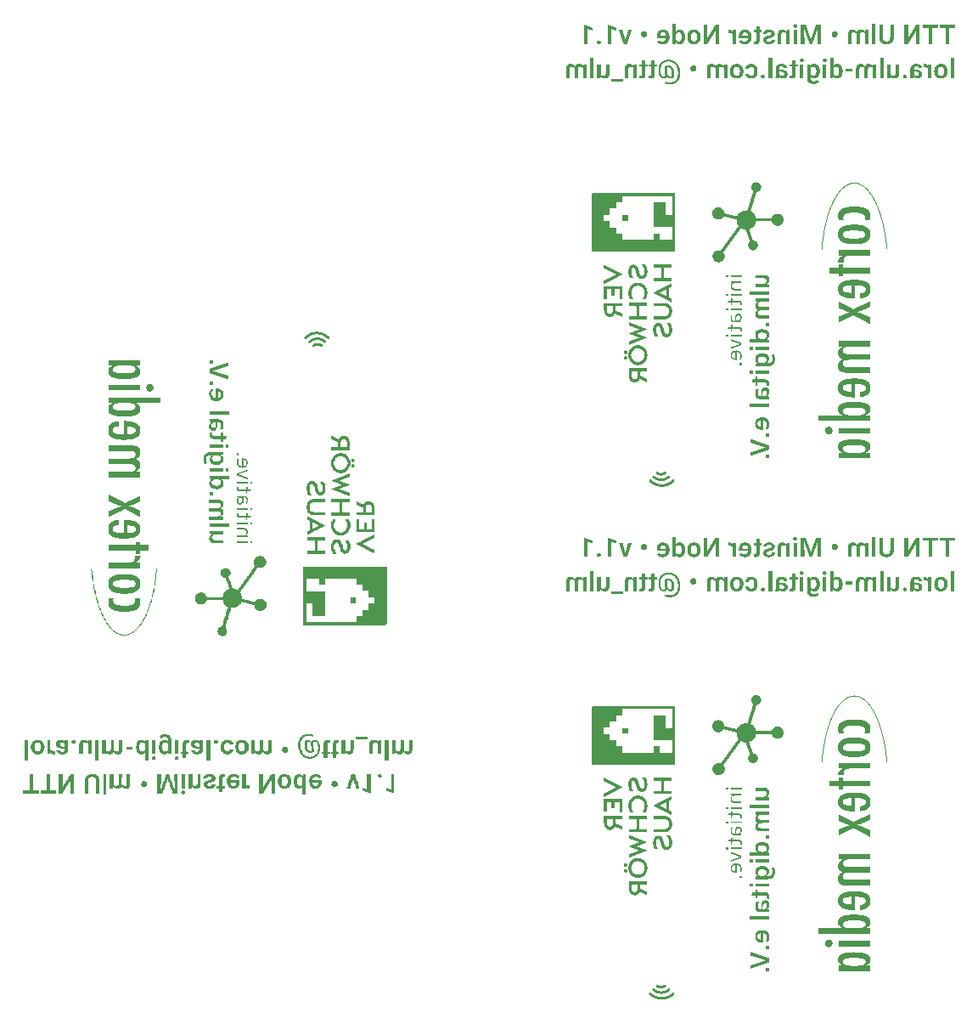
<source format=gbo>
%MOIN*%
%OFA0B0*%
%FSLAX44Y44*%
%IPPOS*%
%LPD*%
G36*
X00037307Y00036474D02*
G01G01*
X00037440Y00036474D01*
X00037440Y00036491D01*
X00037307Y00036491D01*
X00037307Y00036474D01*
G37*
G36*
X00037307Y00036508D02*
G01G01*
X00037440Y00036508D01*
X00037440Y00036524D01*
X00037307Y00036524D01*
X00037307Y00036508D01*
G37*
G36*
X00037307Y00036524D02*
G01G01*
X00037440Y00036524D01*
X00037440Y00036541D01*
X00037307Y00036541D01*
X00037307Y00036524D01*
G37*
G36*
X00037307Y00036558D02*
G01G01*
X00037440Y00036558D01*
X00037440Y00036574D01*
X00037307Y00036574D01*
X00037307Y00036558D01*
G37*
G36*
X00037307Y00036574D02*
G01G01*
X00037440Y00036574D01*
X00037440Y00036591D01*
X00037307Y00036591D01*
X00037307Y00036574D01*
G37*
G36*
X00037307Y00036608D02*
G01G01*
X00037440Y00036608D01*
X00037440Y00036624D01*
X00037307Y00036624D01*
X00037307Y00036608D01*
G37*
G36*
X00037307Y00036624D02*
G01G01*
X00037440Y00036624D01*
X00037440Y00036641D01*
X00037307Y00036641D01*
X00037307Y00036624D01*
G37*
G36*
X00037307Y00036658D02*
G01G01*
X00037440Y00036658D01*
X00037440Y00036674D01*
X00037307Y00036674D01*
X00037307Y00036658D01*
G37*
G36*
X00037307Y00036674D02*
G01G01*
X00037440Y00036674D01*
X00037440Y00036691D01*
X00037307Y00036691D01*
X00037307Y00036674D01*
G37*
G36*
X00037307Y00036708D02*
G01G01*
X00037440Y00036708D01*
X00037440Y00036724D01*
X00037307Y00036724D01*
X00037307Y00036708D01*
G37*
G36*
X00037307Y00036724D02*
G01G01*
X00037440Y00036724D01*
X00037440Y00036741D01*
X00037307Y00036741D01*
X00037307Y00036724D01*
G37*
G36*
X00037307Y00036758D02*
G01G01*
X00037440Y00036758D01*
X00037440Y00036774D01*
X00037307Y00036774D01*
X00037307Y00036758D01*
G37*
G36*
X00037307Y00036774D02*
G01G01*
X00037440Y00036774D01*
X00037440Y00036791D01*
X00037307Y00036791D01*
X00037307Y00036774D01*
G37*
G36*
X00037307Y00036808D02*
G01G01*
X00037440Y00036808D01*
X00037440Y00036824D01*
X00037307Y00036824D01*
X00037307Y00036808D01*
G37*
G36*
X00037307Y00036824D02*
G01G01*
X00037440Y00036824D01*
X00037440Y00036841D01*
X00037307Y00036841D01*
X00037307Y00036824D01*
G37*
G36*
X00037307Y00036973D02*
G01G01*
X00037440Y00036973D01*
X00037440Y00036991D01*
X00037307Y00036991D01*
X00037307Y00036973D01*
G37*
G36*
X00037307Y00037008D02*
G01G01*
X00037440Y00037008D01*
X00037440Y00037024D01*
X00037307Y00037024D01*
X00037307Y00037008D01*
G37*
G36*
X00037573Y00036874D02*
G01G01*
X00037707Y00036874D01*
X00037707Y00036891D01*
X00037573Y00036891D01*
X00037573Y00036874D01*
G37*
G36*
X00037557Y00036824D02*
G01G01*
X00037690Y00036824D01*
X00037690Y00036841D01*
X00037557Y00036841D01*
X00037557Y00036824D01*
G37*
G36*
X00037557Y00036808D02*
G01G01*
X00037690Y00036808D01*
X00037690Y00036824D01*
X00037557Y00036824D01*
X00037557Y00036808D01*
G37*
G36*
X00037557Y00036774D02*
G01G01*
X00037690Y00036774D01*
X00037690Y00036791D01*
X00037557Y00036791D01*
X00037557Y00036774D01*
G37*
G36*
X00037557Y00036708D02*
G01G01*
X00037690Y00036708D01*
X00037690Y00036724D01*
X00037557Y00036724D01*
X00037557Y00036708D01*
G37*
G36*
X00037557Y00036674D02*
G01G01*
X00037690Y00036674D01*
X00037690Y00036691D01*
X00037557Y00036691D01*
X00037557Y00036674D01*
G37*
G36*
X00037557Y00036658D02*
G01G01*
X00037690Y00036658D01*
X00037690Y00036674D01*
X00037557Y00036674D01*
X00037557Y00036658D01*
G37*
G36*
X00037573Y00036624D02*
G01G01*
X00037707Y00036624D01*
X00037707Y00036641D01*
X00037573Y00036641D01*
X00037573Y00036624D01*
G37*
G36*
X00037907Y00036608D02*
G01G01*
X00038040Y00036608D01*
X00038040Y00036624D01*
X00037907Y00036624D01*
X00037907Y00036608D01*
G37*
G36*
X00037924Y00036658D02*
G01G01*
X00038057Y00036658D01*
X00038057Y00036674D01*
X00037924Y00036674D01*
X00037924Y00036658D01*
G37*
G36*
X00037924Y00036824D02*
G01G01*
X00038057Y00036824D01*
X00038057Y00036841D01*
X00037924Y00036841D01*
X00037924Y00036824D01*
G37*
G36*
X00036924Y00036908D02*
G01G01*
X00037057Y00036908D01*
X00037057Y00036924D01*
X00036924Y00036924D01*
X00036924Y00036908D01*
G37*
G36*
X00036624Y00036874D02*
G01G01*
X00036757Y00036874D01*
X00036757Y00036891D01*
X00036624Y00036891D01*
X00036624Y00036874D01*
G37*
G36*
X00036607Y00036508D02*
G01G01*
X00036740Y00036508D01*
X00036740Y00036524D01*
X00036607Y00036524D01*
X00036607Y00036508D01*
G37*
G36*
X00036324Y00036574D02*
G01G01*
X00036457Y00036574D01*
X00036457Y00036591D01*
X00036324Y00036591D01*
X00036324Y00036574D01*
G37*
G36*
X00035424Y00036574D02*
G01G01*
X00035556Y00036574D01*
X00035556Y00036591D01*
X00035424Y00036591D01*
X00035424Y00036574D01*
G37*
G36*
X00035424Y00036558D02*
G01G01*
X00035556Y00036558D01*
X00035556Y00036574D01*
X00035424Y00036574D01*
X00035424Y00036558D01*
G37*
G36*
X00035424Y00036524D02*
G01G01*
X00035556Y00036524D01*
X00035556Y00036541D01*
X00035424Y00036541D01*
X00035424Y00036524D01*
G37*
G36*
X00035424Y00036508D02*
G01G01*
X00035556Y00036508D01*
X00035556Y00036524D01*
X00035424Y00036524D01*
X00035424Y00036508D01*
G37*
G36*
X00035424Y00036474D02*
G01G01*
X00035556Y00036474D01*
X00035556Y00036491D01*
X00035424Y00036491D01*
X00035424Y00036474D01*
G37*
G36*
X00035424Y00036608D02*
G01G01*
X00035556Y00036608D01*
X00035556Y00036624D01*
X00035424Y00036624D01*
X00035424Y00036608D01*
G37*
G36*
X00035424Y00036624D02*
G01G01*
X00035556Y00036624D01*
X00035556Y00036641D01*
X00035424Y00036641D01*
X00035424Y00036624D01*
G37*
G36*
X00035424Y00036658D02*
G01G01*
X00035556Y00036658D01*
X00035556Y00036674D01*
X00035424Y00036674D01*
X00035424Y00036658D01*
G37*
G36*
X00035424Y00036674D02*
G01G01*
X00035556Y00036674D01*
X00035556Y00036691D01*
X00035424Y00036691D01*
X00035424Y00036674D01*
G37*
G36*
X00035424Y00036708D02*
G01G01*
X00035556Y00036708D01*
X00035556Y00036724D01*
X00035424Y00036724D01*
X00035424Y00036708D01*
G37*
G36*
X00035424Y00036724D02*
G01G01*
X00035556Y00036724D01*
X00035556Y00036741D01*
X00035424Y00036741D01*
X00035424Y00036724D01*
G37*
G36*
X00035424Y00036758D02*
G01G01*
X00035556Y00036758D01*
X00035556Y00036774D01*
X00035424Y00036774D01*
X00035424Y00036758D01*
G37*
G36*
X00035424Y00036774D02*
G01G01*
X00035556Y00036774D01*
X00035556Y00036791D01*
X00035424Y00036791D01*
X00035424Y00036774D01*
G37*
G36*
X00035424Y00036808D02*
G01G01*
X00035556Y00036808D01*
X00035556Y00036824D01*
X00035424Y00036824D01*
X00035424Y00036808D01*
G37*
G36*
X00035424Y00036824D02*
G01G01*
X00035556Y00036824D01*
X00035556Y00036841D01*
X00035424Y00036841D01*
X00035424Y00036824D01*
G37*
G36*
X00035424Y00036857D02*
G01G01*
X00035556Y00036857D01*
X00035556Y00036874D01*
X00035424Y00036874D01*
X00035424Y00036857D01*
G37*
G36*
X00035424Y00036874D02*
G01G01*
X00035556Y00036874D01*
X00035556Y00036891D01*
X00035424Y00036891D01*
X00035424Y00036874D01*
G37*
G36*
X00035424Y00036908D02*
G01G01*
X00035556Y00036908D01*
X00035556Y00036924D01*
X00035424Y00036924D01*
X00035424Y00036908D01*
G37*
G36*
X00035424Y00036924D02*
G01G01*
X00035556Y00036924D01*
X00035556Y00036941D01*
X00035424Y00036941D01*
X00035424Y00036924D01*
G37*
G36*
X00035424Y00036958D02*
G01G01*
X00035556Y00036958D01*
X00035556Y00036973D01*
X00035424Y00036973D01*
X00035424Y00036958D01*
G37*
G36*
X00035424Y00036973D02*
G01G01*
X00035556Y00036973D01*
X00035556Y00036991D01*
X00035424Y00036991D01*
X00035424Y00036973D01*
G37*
G36*
X00035424Y00037008D02*
G01G01*
X00035556Y00037008D01*
X00035556Y00037024D01*
X00035424Y00037024D01*
X00035424Y00037008D01*
G37*
G36*
X00035424Y00037024D02*
G01G01*
X00035556Y00037024D01*
X00035556Y00037041D01*
X00035424Y00037041D01*
X00035424Y00037024D01*
G37*
G36*
X00035424Y00037058D02*
G01G01*
X00035556Y00037058D01*
X00035556Y00037074D01*
X00035424Y00037074D01*
X00035424Y00037058D01*
G37*
G36*
X00035424Y00037074D02*
G01G01*
X00035556Y00037074D01*
X00035556Y00037091D01*
X00035424Y00037091D01*
X00035424Y00037074D01*
G37*
G36*
X00035424Y00037108D02*
G01G01*
X00035556Y00037108D01*
X00035556Y00037124D01*
X00035424Y00037124D01*
X00035424Y00037108D01*
G37*
G36*
X00035424Y00037124D02*
G01G01*
X00035556Y00037124D01*
X00035556Y00037141D01*
X00035424Y00037141D01*
X00035424Y00037124D01*
G37*
G36*
X00035424Y00037158D02*
G01G01*
X00035556Y00037158D01*
X00035556Y00037174D01*
X00035424Y00037174D01*
X00035424Y00037158D01*
G37*
G36*
X00035424Y00037174D02*
G01G01*
X00035556Y00037174D01*
X00035556Y00037191D01*
X00035424Y00037191D01*
X00035424Y00037174D01*
G37*
G36*
X00035424Y00037208D02*
G01G01*
X00035556Y00037208D01*
X00035556Y00037224D01*
X00035424Y00037224D01*
X00035424Y00037208D01*
G37*
G36*
X00035424Y00037224D02*
G01G01*
X00035556Y00037224D01*
X00035556Y00037241D01*
X00035424Y00037241D01*
X00035424Y00037224D01*
G37*
G36*
X00035424Y00037258D02*
G01G01*
X00035556Y00037258D01*
X00035556Y00037274D01*
X00035424Y00037274D01*
X00035424Y00037258D01*
G37*
G36*
X00034907Y00037024D02*
G01G01*
X00035040Y00037024D01*
X00035040Y00037041D01*
X00034907Y00037041D01*
X00034907Y00037024D01*
G37*
G36*
X00034807Y00036824D02*
G01G01*
X00034940Y00036824D01*
X00034940Y00036841D01*
X00034807Y00036841D01*
X00034807Y00036824D01*
G37*
G36*
X00034807Y00036808D02*
G01G01*
X00034940Y00036808D01*
X00034940Y00036824D01*
X00034807Y00036824D01*
X00034807Y00036808D01*
G37*
G36*
X00034807Y00036774D02*
G01G01*
X00034940Y00036774D01*
X00034940Y00036791D01*
X00034807Y00036791D01*
X00034807Y00036774D01*
G37*
G36*
X00034807Y00036758D02*
G01G01*
X00034940Y00036758D01*
X00034940Y00036774D01*
X00034807Y00036774D01*
X00034807Y00036758D01*
G37*
G36*
X00034807Y00036724D02*
G01G01*
X00034940Y00036724D01*
X00034940Y00036741D01*
X00034807Y00036741D01*
X00034807Y00036724D01*
G37*
G36*
X00034807Y00036708D02*
G01G01*
X00034940Y00036708D01*
X00034940Y00036724D01*
X00034807Y00036724D01*
X00034807Y00036708D01*
G37*
G36*
X00034807Y00036674D02*
G01G01*
X00034940Y00036674D01*
X00034940Y00036691D01*
X00034807Y00036691D01*
X00034807Y00036674D01*
G37*
G36*
X00034807Y00036658D02*
G01G01*
X00034940Y00036658D01*
X00034940Y00036674D01*
X00034807Y00036674D01*
X00034807Y00036658D01*
G37*
G36*
X00034807Y00036624D02*
G01G01*
X00034940Y00036624D01*
X00034940Y00036641D01*
X00034807Y00036641D01*
X00034807Y00036624D01*
G37*
G36*
X00034807Y00036608D02*
G01G01*
X00034940Y00036608D01*
X00034940Y00036624D01*
X00034807Y00036624D01*
X00034807Y00036608D01*
G37*
G36*
X00034807Y00036574D02*
G01G01*
X00034940Y00036574D01*
X00034940Y00036591D01*
X00034807Y00036591D01*
X00034807Y00036574D01*
G37*
G36*
X00034807Y00036558D02*
G01G01*
X00034940Y00036558D01*
X00034940Y00036574D01*
X00034807Y00036574D01*
X00034807Y00036558D01*
G37*
G36*
X00034807Y00036524D02*
G01G01*
X00034940Y00036524D01*
X00034940Y00036541D01*
X00034807Y00036541D01*
X00034807Y00036524D01*
G37*
G36*
X00034807Y00036508D02*
G01G01*
X00034940Y00036508D01*
X00034940Y00036524D01*
X00034807Y00036524D01*
X00034807Y00036508D01*
G37*
G36*
X00034807Y00036474D02*
G01G01*
X00034940Y00036474D01*
X00034940Y00036491D01*
X00034807Y00036491D01*
X00034807Y00036474D01*
G37*
G36*
X00034474Y00036474D02*
G01G01*
X00034607Y00036474D01*
X00034607Y00036491D01*
X00034474Y00036491D01*
X00034474Y00036474D01*
G37*
G36*
X00034474Y00036508D02*
G01G01*
X00034607Y00036508D01*
X00034607Y00036524D01*
X00034474Y00036524D01*
X00034474Y00036508D01*
G37*
G36*
X00034474Y00036524D02*
G01G01*
X00034607Y00036524D01*
X00034607Y00036541D01*
X00034474Y00036541D01*
X00034474Y00036524D01*
G37*
G36*
X00034474Y00036558D02*
G01G01*
X00034607Y00036558D01*
X00034607Y00036574D01*
X00034474Y00036574D01*
X00034474Y00036558D01*
G37*
G36*
X00034474Y00036574D02*
G01G01*
X00034607Y00036574D01*
X00034607Y00036591D01*
X00034474Y00036591D01*
X00034474Y00036574D01*
G37*
G36*
X00034474Y00036608D02*
G01G01*
X00034607Y00036608D01*
X00034607Y00036624D01*
X00034474Y00036624D01*
X00034474Y00036608D01*
G37*
G36*
X00034474Y00036624D02*
G01G01*
X00034607Y00036624D01*
X00034607Y00036641D01*
X00034474Y00036641D01*
X00034474Y00036624D01*
G37*
G36*
X00034474Y00036658D02*
G01G01*
X00034607Y00036658D01*
X00034607Y00036674D01*
X00034474Y00036674D01*
X00034474Y00036658D01*
G37*
G36*
X00034474Y00036674D02*
G01G01*
X00034607Y00036674D01*
X00034607Y00036691D01*
X00034474Y00036691D01*
X00034474Y00036674D01*
G37*
G36*
X00034474Y00036708D02*
G01G01*
X00034607Y00036708D01*
X00034607Y00036724D01*
X00034474Y00036724D01*
X00034474Y00036708D01*
G37*
G36*
X00034474Y00036724D02*
G01G01*
X00034607Y00036724D01*
X00034607Y00036741D01*
X00034474Y00036741D01*
X00034474Y00036724D01*
G37*
G36*
X00034474Y00036758D02*
G01G01*
X00034607Y00036758D01*
X00034607Y00036774D01*
X00034474Y00036774D01*
X00034474Y00036758D01*
G37*
G36*
X00034474Y00036774D02*
G01G01*
X00034607Y00036774D01*
X00034607Y00036791D01*
X00034474Y00036791D01*
X00034474Y00036774D01*
G37*
G36*
X00034474Y00036808D02*
G01G01*
X00034607Y00036808D01*
X00034607Y00036824D01*
X00034474Y00036824D01*
X00034474Y00036808D01*
G37*
G36*
X00034474Y00036824D02*
G01G01*
X00034607Y00036824D01*
X00034607Y00036841D01*
X00034474Y00036841D01*
X00034474Y00036824D01*
G37*
G36*
X00033807Y00036824D02*
G01G01*
X00033940Y00036824D01*
X00033940Y00036841D01*
X00033807Y00036841D01*
X00033807Y00036824D01*
G37*
G36*
X00033807Y00036808D02*
G01G01*
X00033940Y00036808D01*
X00033940Y00036824D01*
X00033807Y00036824D01*
X00033807Y00036808D01*
G37*
G36*
X00033807Y00036674D02*
G01G01*
X00033940Y00036674D01*
X00033940Y00036691D01*
X00033807Y00036691D01*
X00033807Y00036674D01*
G37*
G36*
X00033807Y00036658D02*
G01G01*
X00033940Y00036658D01*
X00033940Y00036674D01*
X00033807Y00036674D01*
X00033807Y00036658D01*
G37*
G36*
X00033457Y00036658D02*
G01G01*
X00033590Y00036658D01*
X00033590Y00036674D01*
X00033457Y00036674D01*
X00033457Y00036658D01*
G37*
G36*
X00033457Y00036674D02*
G01G01*
X00033590Y00036674D01*
X00033590Y00036691D01*
X00033457Y00036691D01*
X00033457Y00036674D01*
G37*
G36*
X00033457Y00036708D02*
G01G01*
X00033590Y00036708D01*
X00033590Y00036724D01*
X00033457Y00036724D01*
X00033457Y00036708D01*
G37*
G36*
X00033457Y00036724D02*
G01G01*
X00033590Y00036724D01*
X00033590Y00036741D01*
X00033457Y00036741D01*
X00033457Y00036724D01*
G37*
G36*
X00033457Y00036758D02*
G01G01*
X00033590Y00036758D01*
X00033590Y00036774D01*
X00033457Y00036774D01*
X00033457Y00036758D01*
G37*
G36*
X00033457Y00036774D02*
G01G01*
X00033590Y00036774D01*
X00033590Y00036791D01*
X00033457Y00036791D01*
X00033457Y00036774D01*
G37*
G36*
X00033457Y00036808D02*
G01G01*
X00033590Y00036808D01*
X00033590Y00036824D01*
X00033457Y00036824D01*
X00033457Y00036808D01*
G37*
G36*
X00033457Y00036824D02*
G01G01*
X00033590Y00036824D01*
X00033590Y00036841D01*
X00033457Y00036841D01*
X00033457Y00036824D01*
G37*
G36*
X00033457Y00036857D02*
G01G01*
X00033590Y00036857D01*
X00033590Y00036874D01*
X00033457Y00036874D01*
X00033457Y00036857D01*
G37*
G36*
X00033457Y00037008D02*
G01G01*
X00033590Y00037008D01*
X00033590Y00037024D01*
X00033457Y00037024D01*
X00033457Y00037008D01*
G37*
G36*
X00033457Y00037024D02*
G01G01*
X00033590Y00037024D01*
X00033590Y00037041D01*
X00033457Y00037041D01*
X00033457Y00037024D01*
G37*
G36*
X00033457Y00037058D02*
G01G01*
X00033590Y00037058D01*
X00033590Y00037074D01*
X00033457Y00037074D01*
X00033457Y00037058D01*
G37*
G36*
X00033457Y00037074D02*
G01G01*
X00033590Y00037074D01*
X00033590Y00037091D01*
X00033457Y00037091D01*
X00033457Y00037074D01*
G37*
G36*
X00033457Y00037108D02*
G01G01*
X00033590Y00037108D01*
X00033590Y00037124D01*
X00033457Y00037124D01*
X00033457Y00037108D01*
G37*
G36*
X00033457Y00037124D02*
G01G01*
X00033590Y00037124D01*
X00033590Y00037141D01*
X00033457Y00037141D01*
X00033457Y00037124D01*
G37*
G36*
X00033457Y00037158D02*
G01G01*
X00033590Y00037158D01*
X00033590Y00037174D01*
X00033457Y00037174D01*
X00033457Y00037158D01*
G37*
G36*
X00033457Y00037174D02*
G01G01*
X00033590Y00037174D01*
X00033590Y00037191D01*
X00033457Y00037191D01*
X00033457Y00037174D01*
G37*
G36*
X00033457Y00037208D02*
G01G01*
X00033590Y00037208D01*
X00033590Y00037224D01*
X00033457Y00037224D01*
X00033457Y00037208D01*
G37*
G36*
X00033457Y00037224D02*
G01G01*
X00033590Y00037224D01*
X00033590Y00037241D01*
X00033457Y00037241D01*
X00033457Y00037224D01*
G37*
G36*
X00033457Y00037258D02*
G01G01*
X00033590Y00037258D01*
X00033590Y00037274D01*
X00033457Y00037274D01*
X00033457Y00037258D01*
G37*
G36*
X00033174Y00037208D02*
G01G01*
X00033307Y00037208D01*
X00033307Y00037224D01*
X00033174Y00037224D01*
X00033174Y00037208D01*
G37*
G36*
X00033174Y00037008D02*
G01G01*
X00033307Y00037008D01*
X00033307Y00037024D01*
X00033174Y00037024D01*
X00033174Y00037008D01*
G37*
G36*
X00033174Y00036973D02*
G01G01*
X00033307Y00036973D01*
X00033307Y00036991D01*
X00033174Y00036991D01*
X00033174Y00036973D01*
G37*
G36*
X00033174Y00036958D02*
G01G01*
X00033307Y00036958D01*
X00033307Y00036973D01*
X00033174Y00036973D01*
X00033174Y00036958D01*
G37*
G36*
X00033174Y00036924D02*
G01G01*
X00033307Y00036924D01*
X00033307Y00036941D01*
X00033174Y00036941D01*
X00033174Y00036924D01*
G37*
G36*
X00033174Y00036908D02*
G01G01*
X00033307Y00036908D01*
X00033307Y00036924D01*
X00033174Y00036924D01*
X00033174Y00036908D01*
G37*
G36*
X00033174Y00036874D02*
G01G01*
X00033307Y00036874D01*
X00033307Y00036891D01*
X00033174Y00036891D01*
X00033174Y00036874D01*
G37*
G36*
X00033174Y00036857D02*
G01G01*
X00033307Y00036857D01*
X00033307Y00036874D01*
X00033174Y00036874D01*
X00033174Y00036857D01*
G37*
G36*
X00033174Y00036824D02*
G01G01*
X00033307Y00036824D01*
X00033307Y00036841D01*
X00033174Y00036841D01*
X00033174Y00036824D01*
G37*
G36*
X00033174Y00036808D02*
G01G01*
X00033307Y00036808D01*
X00033307Y00036824D01*
X00033174Y00036824D01*
X00033174Y00036808D01*
G37*
G36*
X00033174Y00036774D02*
G01G01*
X00033307Y00036774D01*
X00033307Y00036791D01*
X00033174Y00036791D01*
X00033174Y00036774D01*
G37*
G36*
X00033174Y00036758D02*
G01G01*
X00033307Y00036758D01*
X00033307Y00036774D01*
X00033174Y00036774D01*
X00033174Y00036758D01*
G37*
G36*
X00033174Y00036724D02*
G01G01*
X00033307Y00036724D01*
X00033307Y00036741D01*
X00033174Y00036741D01*
X00033174Y00036724D01*
G37*
G36*
X00033174Y00036708D02*
G01G01*
X00033307Y00036708D01*
X00033307Y00036724D01*
X00033174Y00036724D01*
X00033174Y00036708D01*
G37*
G36*
X00033174Y00036674D02*
G01G01*
X00033307Y00036674D01*
X00033307Y00036691D01*
X00033174Y00036691D01*
X00033174Y00036674D01*
G37*
G36*
X00033174Y00036658D02*
G01G01*
X00033307Y00036658D01*
X00033307Y00036674D01*
X00033174Y00036674D01*
X00033174Y00036658D01*
G37*
G36*
X00033174Y00036624D02*
G01G01*
X00033307Y00036624D01*
X00033307Y00036641D01*
X00033174Y00036641D01*
X00033174Y00036624D01*
G37*
G36*
X00033174Y00036608D02*
G01G01*
X00033307Y00036608D01*
X00033307Y00036624D01*
X00033174Y00036624D01*
X00033174Y00036608D01*
G37*
G36*
X00033174Y00036574D02*
G01G01*
X00033307Y00036574D01*
X00033307Y00036591D01*
X00033174Y00036591D01*
X00033174Y00036574D01*
G37*
G36*
X00033174Y00036558D02*
G01G01*
X00033307Y00036558D01*
X00033307Y00036574D01*
X00033174Y00036574D01*
X00033174Y00036558D01*
G37*
G36*
X00033174Y00036524D02*
G01G01*
X00033307Y00036524D01*
X00033307Y00036541D01*
X00033174Y00036541D01*
X00033174Y00036524D01*
G37*
G36*
X00033174Y00036508D02*
G01G01*
X00033307Y00036508D01*
X00033307Y00036524D01*
X00033174Y00036524D01*
X00033174Y00036508D01*
G37*
G36*
X00033174Y00036474D02*
G01G01*
X00033307Y00036474D01*
X00033307Y00036491D01*
X00033174Y00036491D01*
X00033174Y00036474D01*
G37*
G36*
X00033457Y00036624D02*
G01G01*
X00033590Y00036624D01*
X00033590Y00036641D01*
X00033457Y00036641D01*
X00033457Y00036624D01*
G37*
G36*
X00032924Y00036708D02*
G01G01*
X00033057Y00036708D01*
X00033057Y00036724D01*
X00032924Y00036724D01*
X00032924Y00036708D01*
G37*
G36*
X00032924Y00036724D02*
G01G01*
X00033057Y00036724D01*
X00033057Y00036741D01*
X00032924Y00036741D01*
X00032924Y00036724D01*
G37*
G36*
X00032924Y00036758D02*
G01G01*
X00033057Y00036758D01*
X00033057Y00036774D01*
X00032924Y00036774D01*
X00032924Y00036758D01*
G37*
G36*
X00032924Y00036774D02*
G01G01*
X00033057Y00036774D01*
X00033057Y00036791D01*
X00032924Y00036791D01*
X00032924Y00036774D01*
G37*
G36*
X00032907Y00036658D02*
G01G01*
X00033040Y00036658D01*
X00033040Y00036674D01*
X00032907Y00036674D01*
X00032907Y00036658D01*
G37*
G36*
X00032557Y00036658D02*
G01G01*
X00032690Y00036658D01*
X00032690Y00036674D01*
X00032557Y00036674D01*
X00032557Y00036658D01*
G37*
G36*
X00032557Y00036674D02*
G01G01*
X00032690Y00036674D01*
X00032690Y00036691D01*
X00032557Y00036691D01*
X00032557Y00036674D01*
G37*
G36*
X00032557Y00036708D02*
G01G01*
X00032690Y00036708D01*
X00032690Y00036724D01*
X00032557Y00036724D01*
X00032557Y00036708D01*
G37*
G36*
X00032557Y00036724D02*
G01G01*
X00032690Y00036724D01*
X00032690Y00036741D01*
X00032557Y00036741D01*
X00032557Y00036724D01*
G37*
G36*
X00032557Y00036758D02*
G01G01*
X00032690Y00036758D01*
X00032690Y00036774D01*
X00032557Y00036774D01*
X00032557Y00036758D01*
G37*
G36*
X00032557Y00036774D02*
G01G01*
X00032690Y00036774D01*
X00032690Y00036791D01*
X00032557Y00036791D01*
X00032557Y00036774D01*
G37*
G36*
X00032557Y00036808D02*
G01G01*
X00032690Y00036808D01*
X00032690Y00036824D01*
X00032557Y00036824D01*
X00032557Y00036808D01*
G37*
G36*
X00032557Y00036824D02*
G01G01*
X00032690Y00036824D01*
X00032690Y00036841D01*
X00032557Y00036841D01*
X00032557Y00036824D01*
G37*
G36*
X00032557Y00036857D02*
G01G01*
X00032690Y00036857D01*
X00032690Y00036874D01*
X00032557Y00036874D01*
X00032557Y00036857D01*
G37*
G36*
X00032557Y00036874D02*
G01G01*
X00032690Y00036874D01*
X00032690Y00036891D01*
X00032557Y00036891D01*
X00032557Y00036874D01*
G37*
G36*
X00032557Y00036624D02*
G01G01*
X00032690Y00036624D01*
X00032690Y00036641D01*
X00032557Y00036641D01*
X00032557Y00036624D01*
G37*
G36*
X00032557Y00036508D02*
G01G01*
X00032690Y00036508D01*
X00032690Y00036524D01*
X00032557Y00036524D01*
X00032557Y00036508D01*
G37*
G36*
X00032557Y00036474D02*
G01G01*
X00032690Y00036474D01*
X00032690Y00036491D01*
X00032557Y00036491D01*
X00032557Y00036474D01*
G37*
G36*
X00032557Y00036458D02*
G01G01*
X00032690Y00036458D01*
X00032690Y00036474D01*
X00032557Y00036474D01*
X00032557Y00036458D01*
G37*
G36*
X00032557Y00036424D02*
G01G01*
X00032690Y00036424D01*
X00032690Y00036441D01*
X00032557Y00036441D01*
X00032557Y00036424D01*
G37*
G36*
X00032274Y00036474D02*
G01G01*
X00032407Y00036474D01*
X00032407Y00036491D01*
X00032274Y00036491D01*
X00032274Y00036474D01*
G37*
G36*
X00032274Y00036508D02*
G01G01*
X00032407Y00036508D01*
X00032407Y00036524D01*
X00032274Y00036524D01*
X00032274Y00036508D01*
G37*
G36*
X00032274Y00036524D02*
G01G01*
X00032407Y00036524D01*
X00032407Y00036541D01*
X00032274Y00036541D01*
X00032274Y00036524D01*
G37*
G36*
X00032274Y00036558D02*
G01G01*
X00032407Y00036558D01*
X00032407Y00036574D01*
X00032274Y00036574D01*
X00032274Y00036558D01*
G37*
G36*
X00032274Y00036574D02*
G01G01*
X00032407Y00036574D01*
X00032407Y00036591D01*
X00032274Y00036591D01*
X00032274Y00036574D01*
G37*
G36*
X00032274Y00036608D02*
G01G01*
X00032407Y00036608D01*
X00032407Y00036624D01*
X00032274Y00036624D01*
X00032274Y00036608D01*
G37*
G36*
X00032274Y00036624D02*
G01G01*
X00032407Y00036624D01*
X00032407Y00036641D01*
X00032274Y00036641D01*
X00032274Y00036624D01*
G37*
G36*
X00032274Y00036658D02*
G01G01*
X00032407Y00036658D01*
X00032407Y00036674D01*
X00032274Y00036674D01*
X00032274Y00036658D01*
G37*
G36*
X00032274Y00036674D02*
G01G01*
X00032407Y00036674D01*
X00032407Y00036691D01*
X00032274Y00036691D01*
X00032274Y00036674D01*
G37*
G36*
X00032274Y00036708D02*
G01G01*
X00032407Y00036708D01*
X00032407Y00036724D01*
X00032274Y00036724D01*
X00032274Y00036708D01*
G37*
G36*
X00032274Y00036724D02*
G01G01*
X00032407Y00036724D01*
X00032407Y00036741D01*
X00032274Y00036741D01*
X00032274Y00036724D01*
G37*
G36*
X00032274Y00036758D02*
G01G01*
X00032407Y00036758D01*
X00032407Y00036774D01*
X00032274Y00036774D01*
X00032274Y00036758D01*
G37*
G36*
X00032274Y00036774D02*
G01G01*
X00032407Y00036774D01*
X00032407Y00036791D01*
X00032274Y00036791D01*
X00032274Y00036774D01*
G37*
G36*
X00032274Y00036808D02*
G01G01*
X00032407Y00036808D01*
X00032407Y00036824D01*
X00032274Y00036824D01*
X00032274Y00036808D01*
G37*
G36*
X00032274Y00036824D02*
G01G01*
X00032407Y00036824D01*
X00032407Y00036841D01*
X00032274Y00036841D01*
X00032274Y00036824D01*
G37*
G36*
X00032274Y00036857D02*
G01G01*
X00032407Y00036857D01*
X00032407Y00036874D01*
X00032274Y00036874D01*
X00032274Y00036857D01*
G37*
G36*
X00032274Y00036874D02*
G01G01*
X00032407Y00036874D01*
X00032407Y00036891D01*
X00032274Y00036891D01*
X00032274Y00036874D01*
G37*
G36*
X00032274Y00036908D02*
G01G01*
X00032407Y00036908D01*
X00032407Y00036924D01*
X00032274Y00036924D01*
X00032274Y00036908D01*
G37*
G36*
X00032274Y00036924D02*
G01G01*
X00032407Y00036924D01*
X00032407Y00036941D01*
X00032274Y00036941D01*
X00032274Y00036924D01*
G37*
G36*
X00032274Y00036958D02*
G01G01*
X00032407Y00036958D01*
X00032407Y00036973D01*
X00032274Y00036973D01*
X00032274Y00036958D01*
G37*
G36*
X00032274Y00036973D02*
G01G01*
X00032407Y00036973D01*
X00032407Y00036991D01*
X00032274Y00036991D01*
X00032274Y00036973D01*
G37*
G36*
X00032274Y00037008D02*
G01G01*
X00032407Y00037008D01*
X00032407Y00037024D01*
X00032274Y00037024D01*
X00032274Y00037008D01*
G37*
G36*
X00032274Y00037208D02*
G01G01*
X00032407Y00037208D01*
X00032407Y00037224D01*
X00032274Y00037224D01*
X00032274Y00037208D01*
G37*
G36*
X00031974Y00037158D02*
G01G01*
X00032107Y00037158D01*
X00032107Y00037174D01*
X00031974Y00037174D01*
X00031974Y00037158D01*
G37*
G36*
X00031974Y00037124D02*
G01G01*
X00032107Y00037124D01*
X00032107Y00037141D01*
X00031974Y00037141D01*
X00031974Y00037124D01*
G37*
G36*
X00031974Y00037108D02*
G01G01*
X00032107Y00037108D01*
X00032107Y00037124D01*
X00031974Y00037124D01*
X00031974Y00037108D01*
G37*
G36*
X00031974Y00037074D02*
G01G01*
X00032107Y00037074D01*
X00032107Y00037091D01*
X00031974Y00037091D01*
X00031974Y00037074D01*
G37*
G36*
X00031974Y00037058D02*
G01G01*
X00032107Y00037058D01*
X00032107Y00037074D01*
X00031974Y00037074D01*
X00031974Y00037058D01*
G37*
G36*
X00031974Y00036908D02*
G01G01*
X00032107Y00036908D01*
X00032107Y00036924D01*
X00031974Y00036924D01*
X00031974Y00036908D01*
G37*
G36*
X00031974Y00036874D02*
G01G01*
X00032107Y00036874D01*
X00032107Y00036891D01*
X00031974Y00036891D01*
X00031974Y00036874D01*
G37*
G36*
X00031974Y00036857D02*
G01G01*
X00032107Y00036857D01*
X00032107Y00036874D01*
X00031974Y00036874D01*
X00031974Y00036857D01*
G37*
G36*
X00031974Y00036824D02*
G01G01*
X00032107Y00036824D01*
X00032107Y00036841D01*
X00031974Y00036841D01*
X00031974Y00036824D01*
G37*
G36*
X00031974Y00036808D02*
G01G01*
X00032107Y00036808D01*
X00032107Y00036824D01*
X00031974Y00036824D01*
X00031974Y00036808D01*
G37*
G36*
X00031974Y00036774D02*
G01G01*
X00032107Y00036774D01*
X00032107Y00036791D01*
X00031974Y00036791D01*
X00031974Y00036774D01*
G37*
G36*
X00031974Y00036758D02*
G01G01*
X00032107Y00036758D01*
X00032107Y00036774D01*
X00031974Y00036774D01*
X00031974Y00036758D01*
G37*
G36*
X00031974Y00036724D02*
G01G01*
X00032107Y00036724D01*
X00032107Y00036741D01*
X00031974Y00036741D01*
X00031974Y00036724D01*
G37*
G36*
X00031974Y00036708D02*
G01G01*
X00032107Y00036708D01*
X00032107Y00036724D01*
X00031974Y00036724D01*
X00031974Y00036708D01*
G37*
G36*
X00031974Y00036674D02*
G01G01*
X00032107Y00036674D01*
X00032107Y00036691D01*
X00031974Y00036691D01*
X00031974Y00036674D01*
G37*
G36*
X00031974Y00036658D02*
G01G01*
X00032107Y00036658D01*
X00032107Y00036674D01*
X00031974Y00036674D01*
X00031974Y00036658D01*
G37*
G36*
X00031656Y00036658D02*
G01G01*
X00031790Y00036658D01*
X00031790Y00036674D01*
X00031656Y00036674D01*
X00031656Y00036658D01*
G37*
G36*
X00031656Y00036624D02*
G01G01*
X00031790Y00036624D01*
X00031790Y00036641D01*
X00031656Y00036641D01*
X00031656Y00036624D01*
G37*
G36*
X00031656Y00036608D02*
G01G01*
X00031790Y00036608D01*
X00031790Y00036624D01*
X00031656Y00036624D01*
X00031656Y00036608D01*
G37*
G36*
X00031324Y00036624D02*
G01G01*
X00031457Y00036624D01*
X00031457Y00036641D01*
X00031324Y00036641D01*
X00031324Y00036624D01*
G37*
G36*
X00031324Y00036658D02*
G01G01*
X00031457Y00036658D01*
X00031457Y00036674D01*
X00031324Y00036674D01*
X00031324Y00036658D01*
G37*
G36*
X00031324Y00036674D02*
G01G01*
X00031457Y00036674D01*
X00031457Y00036691D01*
X00031324Y00036691D01*
X00031324Y00036674D01*
G37*
G36*
X00031324Y00036708D02*
G01G01*
X00031457Y00036708D01*
X00031457Y00036724D01*
X00031324Y00036724D01*
X00031324Y00036708D01*
G37*
G36*
X00031324Y00036724D02*
G01G01*
X00031457Y00036724D01*
X00031457Y00036741D01*
X00031324Y00036741D01*
X00031324Y00036724D01*
G37*
G36*
X00031324Y00036808D02*
G01G01*
X00031457Y00036808D01*
X00031457Y00036824D01*
X00031324Y00036824D01*
X00031324Y00036808D01*
G37*
G36*
X00031324Y00036824D02*
G01G01*
X00031457Y00036824D01*
X00031457Y00036841D01*
X00031324Y00036841D01*
X00031324Y00036824D01*
G37*
G36*
X00031324Y00036857D02*
G01G01*
X00031457Y00036857D01*
X00031457Y00036874D01*
X00031324Y00036874D01*
X00031324Y00036857D01*
G37*
G36*
X00031307Y00036474D02*
G01G01*
X00031440Y00036474D01*
X00031440Y00036491D01*
X00031307Y00036491D01*
X00031307Y00036474D01*
G37*
G36*
X00030757Y00036574D02*
G01G01*
X00030890Y00036574D01*
X00030890Y00036591D01*
X00030757Y00036591D01*
X00030757Y00036574D01*
G37*
G36*
X00030474Y00036658D02*
G01G01*
X00030607Y00036658D01*
X00030607Y00036674D01*
X00030474Y00036674D01*
X00030474Y00036658D01*
G37*
G36*
X00030474Y00036674D02*
G01G01*
X00030607Y00036674D01*
X00030607Y00036691D01*
X00030474Y00036691D01*
X00030474Y00036674D01*
G37*
G36*
X00030474Y00036708D02*
G01G01*
X00030607Y00036708D01*
X00030607Y00036724D01*
X00030474Y00036724D01*
X00030474Y00036708D01*
G37*
G36*
X00030474Y00036724D02*
G01G01*
X00030607Y00036724D01*
X00030607Y00036741D01*
X00030474Y00036741D01*
X00030474Y00036724D01*
G37*
G36*
X00030474Y00036758D02*
G01G01*
X00030607Y00036758D01*
X00030607Y00036774D01*
X00030474Y00036774D01*
X00030474Y00036758D01*
G37*
G36*
X00030474Y00036774D02*
G01G01*
X00030607Y00036774D01*
X00030607Y00036791D01*
X00030474Y00036791D01*
X00030474Y00036774D01*
G37*
G36*
X00030474Y00036808D02*
G01G01*
X00030607Y00036808D01*
X00030607Y00036824D01*
X00030474Y00036824D01*
X00030474Y00036808D01*
G37*
G36*
X00030474Y00036824D02*
G01G01*
X00030607Y00036824D01*
X00030607Y00036841D01*
X00030474Y00036841D01*
X00030474Y00036824D01*
G37*
G36*
X00030456Y00036874D02*
G01G01*
X00030590Y00036874D01*
X00030590Y00036891D01*
X00030456Y00036891D01*
X00030456Y00036874D01*
G37*
G36*
X00030456Y00036624D02*
G01G01*
X00030590Y00036624D01*
X00030590Y00036641D01*
X00030456Y00036641D01*
X00030456Y00036624D01*
G37*
G36*
X00030456Y00036608D02*
G01G01*
X00030590Y00036608D01*
X00030590Y00036624D01*
X00030456Y00036624D01*
X00030456Y00036608D01*
G37*
G36*
X00029924Y00036724D02*
G01G01*
X00030057Y00036724D01*
X00030057Y00036741D01*
X00029924Y00036741D01*
X00029924Y00036724D01*
G37*
G36*
X00029924Y00036758D02*
G01G01*
X00030057Y00036758D01*
X00030057Y00036774D01*
X00029924Y00036774D01*
X00029924Y00036758D01*
G37*
G36*
X00029907Y00036824D02*
G01G01*
X00030040Y00036824D01*
X00030040Y00036841D01*
X00029907Y00036841D01*
X00029907Y00036824D01*
G37*
G36*
X00029907Y00036674D02*
G01G01*
X00030040Y00036674D01*
X00030040Y00036691D01*
X00029907Y00036691D01*
X00029907Y00036674D01*
G37*
G36*
X00029907Y00036658D02*
G01G01*
X00030040Y00036658D01*
X00030040Y00036674D01*
X00029907Y00036674D01*
X00029907Y00036658D01*
G37*
G36*
X00029557Y00036874D02*
G01G01*
X00029690Y00036874D01*
X00029690Y00036891D01*
X00029557Y00036891D01*
X00029557Y00036874D01*
G37*
G36*
X00028957Y00036857D02*
G01G01*
X00029090Y00036857D01*
X00029090Y00036874D01*
X00028957Y00036874D01*
X00028957Y00036857D01*
G37*
G36*
X00028957Y00036824D02*
G01G01*
X00029090Y00036824D01*
X00029090Y00036841D01*
X00028957Y00036841D01*
X00028957Y00036824D01*
G37*
G36*
X00028957Y00036808D02*
G01G01*
X00029090Y00036808D01*
X00029090Y00036824D01*
X00028957Y00036824D01*
X00028957Y00036808D01*
G37*
G36*
X00028957Y00036774D02*
G01G01*
X00029090Y00036774D01*
X00029090Y00036791D01*
X00028957Y00036791D01*
X00028957Y00036774D01*
G37*
G36*
X00028957Y00036758D02*
G01G01*
X00029090Y00036758D01*
X00029090Y00036774D01*
X00028957Y00036774D01*
X00028957Y00036758D01*
G37*
G36*
X00028957Y00036724D02*
G01G01*
X00029090Y00036724D01*
X00029090Y00036741D01*
X00028957Y00036741D01*
X00028957Y00036724D01*
G37*
G36*
X00028957Y00036708D02*
G01G01*
X00029090Y00036708D01*
X00029090Y00036724D01*
X00028957Y00036724D01*
X00028957Y00036708D01*
G37*
G36*
X00028957Y00036674D02*
G01G01*
X00029090Y00036674D01*
X00029090Y00036691D01*
X00028957Y00036691D01*
X00028957Y00036674D01*
G37*
G36*
X00028957Y00036658D02*
G01G01*
X00029090Y00036658D01*
X00029090Y00036674D01*
X00028957Y00036674D01*
X00028957Y00036658D01*
G37*
G36*
X00028957Y00036624D02*
G01G01*
X00029090Y00036624D01*
X00029090Y00036641D01*
X00028957Y00036641D01*
X00028957Y00036624D01*
G37*
G36*
X00028957Y00036608D02*
G01G01*
X00029090Y00036608D01*
X00029090Y00036624D01*
X00028957Y00036624D01*
X00028957Y00036608D01*
G37*
G36*
X00028957Y00036574D02*
G01G01*
X00029090Y00036574D01*
X00029090Y00036591D01*
X00028957Y00036591D01*
X00028957Y00036574D01*
G37*
G36*
X00028957Y00036558D02*
G01G01*
X00029090Y00036558D01*
X00029090Y00036574D01*
X00028957Y00036574D01*
X00028957Y00036558D01*
G37*
G36*
X00028957Y00036524D02*
G01G01*
X00029090Y00036524D01*
X00029090Y00036541D01*
X00028957Y00036541D01*
X00028957Y00036524D01*
G37*
G36*
X00028957Y00036508D02*
G01G01*
X00029090Y00036508D01*
X00029090Y00036524D01*
X00028957Y00036524D01*
X00028957Y00036508D01*
G37*
G36*
X00028957Y00036474D02*
G01G01*
X00029090Y00036474D01*
X00029090Y00036491D01*
X00028957Y00036491D01*
X00028957Y00036474D01*
G37*
G36*
X00028624Y00036474D02*
G01G01*
X00028756Y00036474D01*
X00028756Y00036491D01*
X00028624Y00036491D01*
X00028624Y00036474D01*
G37*
G36*
X00028624Y00036508D02*
G01G01*
X00028756Y00036508D01*
X00028756Y00036524D01*
X00028624Y00036524D01*
X00028624Y00036508D01*
G37*
G36*
X00028624Y00036524D02*
G01G01*
X00028756Y00036524D01*
X00028756Y00036541D01*
X00028624Y00036541D01*
X00028624Y00036524D01*
G37*
G36*
X00028624Y00036558D02*
G01G01*
X00028756Y00036558D01*
X00028756Y00036574D01*
X00028624Y00036574D01*
X00028624Y00036558D01*
G37*
G36*
X00028624Y00036574D02*
G01G01*
X00028756Y00036574D01*
X00028756Y00036591D01*
X00028624Y00036591D01*
X00028624Y00036574D01*
G37*
G36*
X00028624Y00036608D02*
G01G01*
X00028756Y00036608D01*
X00028756Y00036624D01*
X00028624Y00036624D01*
X00028624Y00036608D01*
G37*
G36*
X00028624Y00036624D02*
G01G01*
X00028756Y00036624D01*
X00028756Y00036641D01*
X00028624Y00036641D01*
X00028624Y00036624D01*
G37*
G36*
X00028624Y00036658D02*
G01G01*
X00028756Y00036658D01*
X00028756Y00036674D01*
X00028624Y00036674D01*
X00028624Y00036658D01*
G37*
G36*
X00028624Y00036674D02*
G01G01*
X00028756Y00036674D01*
X00028756Y00036691D01*
X00028624Y00036691D01*
X00028624Y00036674D01*
G37*
G36*
X00028624Y00036708D02*
G01G01*
X00028756Y00036708D01*
X00028756Y00036724D01*
X00028624Y00036724D01*
X00028624Y00036708D01*
G37*
G36*
X00028624Y00036724D02*
G01G01*
X00028756Y00036724D01*
X00028756Y00036741D01*
X00028624Y00036741D01*
X00028624Y00036724D01*
G37*
G36*
X00028624Y00036758D02*
G01G01*
X00028756Y00036758D01*
X00028756Y00036774D01*
X00028624Y00036774D01*
X00028624Y00036758D01*
G37*
G36*
X00028624Y00036774D02*
G01G01*
X00028756Y00036774D01*
X00028756Y00036791D01*
X00028624Y00036791D01*
X00028624Y00036774D01*
G37*
G36*
X00028624Y00036808D02*
G01G01*
X00028756Y00036808D01*
X00028756Y00036824D01*
X00028624Y00036824D01*
X00028624Y00036808D01*
G37*
G36*
X00028624Y00036824D02*
G01G01*
X00028756Y00036824D01*
X00028756Y00036841D01*
X00028624Y00036841D01*
X00028624Y00036824D01*
G37*
G36*
X00028624Y00036857D02*
G01G01*
X00028756Y00036857D01*
X00028756Y00036874D01*
X00028624Y00036874D01*
X00028624Y00036857D01*
G37*
G36*
X00028624Y00036874D02*
G01G01*
X00028756Y00036874D01*
X00028756Y00036891D01*
X00028624Y00036891D01*
X00028624Y00036874D01*
G37*
G36*
X00028024Y00036958D02*
G01G01*
X00028156Y00036958D01*
X00028156Y00036973D01*
X00028024Y00036973D01*
X00028024Y00036958D01*
G37*
G36*
X00027874Y00037974D02*
G01G01*
X00028007Y00037974D01*
X00028007Y00037991D01*
X00027874Y00037991D01*
X00027874Y00037974D01*
G37*
G36*
X00027857Y00038008D02*
G01G01*
X00027990Y00038008D01*
X00027990Y00038024D01*
X00027857Y00038024D01*
X00027857Y00038008D01*
G37*
G36*
X00027857Y00038024D02*
G01G01*
X00027990Y00038024D01*
X00027990Y00038041D01*
X00027857Y00038041D01*
X00027857Y00038024D01*
G37*
G36*
X00027857Y00038057D02*
G01G01*
X00027990Y00038057D01*
X00027990Y00038073D01*
X00027857Y00038073D01*
X00027857Y00038057D01*
G37*
G36*
X00027857Y00038073D02*
G01G01*
X00027990Y00038073D01*
X00027990Y00038091D01*
X00027857Y00038091D01*
X00027857Y00038073D01*
G37*
G36*
X00027857Y00038108D02*
G01G01*
X00027990Y00038108D01*
X00027990Y00038124D01*
X00027857Y00038124D01*
X00027857Y00038108D01*
G37*
G36*
X00027857Y00038124D02*
G01G01*
X00027990Y00038124D01*
X00027990Y00038141D01*
X00027857Y00038141D01*
X00027857Y00038124D01*
G37*
G36*
X00027857Y00038158D02*
G01G01*
X00027990Y00038158D01*
X00027990Y00038174D01*
X00027857Y00038174D01*
X00027857Y00038158D01*
G37*
G36*
X00027857Y00038174D02*
G01G01*
X00027990Y00038174D01*
X00027990Y00038191D01*
X00027857Y00038191D01*
X00027857Y00038174D01*
G37*
G36*
X00027874Y00038208D02*
G01G01*
X00028007Y00038208D01*
X00028007Y00038224D01*
X00027874Y00038224D01*
X00027874Y00038208D01*
G37*
G36*
X00027624Y00038174D02*
G01G01*
X00027757Y00038174D01*
X00027757Y00038191D01*
X00027624Y00038191D01*
X00027624Y00038174D01*
G37*
G36*
X00027624Y00038158D02*
G01G01*
X00027757Y00038158D01*
X00027757Y00038174D01*
X00027624Y00038174D01*
X00027624Y00038158D01*
G37*
G36*
X00027624Y00038124D02*
G01G01*
X00027757Y00038124D01*
X00027757Y00038141D01*
X00027624Y00038141D01*
X00027624Y00038124D01*
G37*
G36*
X00027624Y00038108D02*
G01G01*
X00027757Y00038108D01*
X00027757Y00038124D01*
X00027624Y00038124D01*
X00027624Y00038108D01*
G37*
G36*
X00027624Y00038073D02*
G01G01*
X00027757Y00038073D01*
X00027757Y00038091D01*
X00027624Y00038091D01*
X00027624Y00038073D01*
G37*
G36*
X00027624Y00038057D02*
G01G01*
X00027757Y00038057D01*
X00027757Y00038073D01*
X00027624Y00038073D01*
X00027624Y00038057D01*
G37*
G36*
X00027624Y00038024D02*
G01G01*
X00027757Y00038024D01*
X00027757Y00038041D01*
X00027624Y00038041D01*
X00027624Y00038024D01*
G37*
G36*
X00027624Y00038008D02*
G01G01*
X00027757Y00038008D01*
X00027757Y00038024D01*
X00027624Y00038024D01*
X00027624Y00038008D01*
G37*
G36*
X00027274Y00038008D02*
G01G01*
X00027407Y00038008D01*
X00027407Y00038024D01*
X00027274Y00038024D01*
X00027274Y00038008D01*
G37*
G36*
X00027274Y00038024D02*
G01G01*
X00027407Y00038024D01*
X00027407Y00038041D01*
X00027274Y00038041D01*
X00027274Y00038024D01*
G37*
G36*
X00027274Y00038057D02*
G01G01*
X00027407Y00038057D01*
X00027407Y00038073D01*
X00027274Y00038073D01*
X00027274Y00038057D01*
G37*
G36*
X00027274Y00038073D02*
G01G01*
X00027407Y00038073D01*
X00027407Y00038091D01*
X00027274Y00038091D01*
X00027274Y00038073D01*
G37*
G36*
X00027274Y00038108D02*
G01G01*
X00027407Y00038108D01*
X00027407Y00038124D01*
X00027274Y00038124D01*
X00027274Y00038108D01*
G37*
G36*
X00027274Y00038124D02*
G01G01*
X00027407Y00038124D01*
X00027407Y00038141D01*
X00027274Y00038141D01*
X00027274Y00038124D01*
G37*
G36*
X00027274Y00038158D02*
G01G01*
X00027407Y00038158D01*
X00027407Y00038174D01*
X00027274Y00038174D01*
X00027274Y00038158D01*
G37*
G36*
X00027274Y00038174D02*
G01G01*
X00027407Y00038174D01*
X00027407Y00038191D01*
X00027274Y00038191D01*
X00027274Y00038174D01*
G37*
G36*
X00027274Y00038208D02*
G01G01*
X00027407Y00038208D01*
X00027407Y00038224D01*
X00027274Y00038224D01*
X00027274Y00038208D01*
G37*
G36*
X00027274Y00038324D02*
G01G01*
X00027407Y00038324D01*
X00027407Y00038341D01*
X00027274Y00038341D01*
X00027274Y00038324D01*
G37*
G36*
X00027274Y00038358D02*
G01G01*
X00027407Y00038358D01*
X00027407Y00038374D01*
X00027274Y00038374D01*
X00027274Y00038358D01*
G37*
G36*
X00027274Y00038374D02*
G01G01*
X00027407Y00038374D01*
X00027407Y00038391D01*
X00027274Y00038391D01*
X00027274Y00038374D01*
G37*
G36*
X00027274Y00038408D02*
G01G01*
X00027407Y00038408D01*
X00027407Y00038424D01*
X00027274Y00038424D01*
X00027274Y00038408D01*
G37*
G36*
X00027274Y00038424D02*
G01G01*
X00027407Y00038424D01*
X00027407Y00038441D01*
X00027274Y00038441D01*
X00027274Y00038424D01*
G37*
G36*
X00027274Y00038458D02*
G01G01*
X00027407Y00038458D01*
X00027407Y00038474D01*
X00027274Y00038474D01*
X00027274Y00038458D01*
G37*
G36*
X00027274Y00038474D02*
G01G01*
X00027407Y00038474D01*
X00027407Y00038491D01*
X00027274Y00038491D01*
X00027274Y00038474D01*
G37*
G36*
X00027274Y00038508D02*
G01G01*
X00027407Y00038508D01*
X00027407Y00038524D01*
X00027274Y00038524D01*
X00027274Y00038508D01*
G37*
G36*
X00027274Y00038524D02*
G01G01*
X00027407Y00038524D01*
X00027407Y00038541D01*
X00027274Y00038541D01*
X00027274Y00038524D01*
G37*
G36*
X00027274Y00038557D02*
G01G01*
X00027407Y00038557D01*
X00027407Y00038574D01*
X00027274Y00038574D01*
X00027274Y00038557D01*
G37*
G36*
X00027274Y00038574D02*
G01G01*
X00027407Y00038574D01*
X00027407Y00038591D01*
X00027274Y00038591D01*
X00027274Y00038574D01*
G37*
G36*
X00027006Y00038174D02*
G01G01*
X00027140Y00038174D01*
X00027140Y00038191D01*
X00027006Y00038191D01*
X00027006Y00038174D01*
G37*
G36*
X00027006Y00038158D02*
G01G01*
X00027140Y00038158D01*
X00027140Y00038174D01*
X00027006Y00038174D01*
X00027006Y00038158D01*
G37*
G36*
X00027006Y00038008D02*
G01G01*
X00027140Y00038008D01*
X00027140Y00038024D01*
X00027006Y00038024D01*
X00027006Y00038008D01*
G37*
G36*
X00027274Y00037974D02*
G01G01*
X00027407Y00037974D01*
X00027407Y00037991D01*
X00027274Y00037991D01*
X00027274Y00037974D01*
G37*
G36*
X00026657Y00038158D02*
G01G01*
X00026790Y00038158D01*
X00026790Y00038174D01*
X00026657Y00038174D01*
X00026657Y00038158D01*
G37*
G36*
X00026657Y00038174D02*
G01G01*
X00026790Y00038174D01*
X00026790Y00038191D01*
X00026657Y00038191D01*
X00026657Y00038174D01*
G37*
G36*
X00026674Y00038224D02*
G01G01*
X00026807Y00038224D01*
X00026807Y00038241D01*
X00026674Y00038241D01*
X00026674Y00038224D01*
G37*
G36*
X00025523Y00038324D02*
G01G01*
X00025657Y00038324D01*
X00025657Y00038341D01*
X00025523Y00038341D01*
X00025523Y00038324D01*
G37*
G36*
X00025507Y00038274D02*
G01G01*
X00025639Y00038274D01*
X00025639Y00038291D01*
X00025507Y00038291D01*
X00025507Y00038274D01*
G37*
G36*
X00025507Y00038258D02*
G01G01*
X00025639Y00038258D01*
X00025639Y00038274D01*
X00025507Y00038274D01*
X00025507Y00038258D01*
G37*
G36*
X00025474Y00038174D02*
G01G01*
X00025607Y00038174D01*
X00025607Y00038191D01*
X00025474Y00038191D01*
X00025474Y00038174D01*
G37*
G36*
X00025474Y00038158D02*
G01G01*
X00025607Y00038158D01*
X00025607Y00038174D01*
X00025474Y00038174D01*
X00025474Y00038158D01*
G37*
G36*
X00025457Y00038124D02*
G01G01*
X00025590Y00038124D01*
X00025590Y00038141D01*
X00025457Y00038141D01*
X00025457Y00038124D01*
G37*
G36*
X00025457Y00038108D02*
G01G01*
X00025590Y00038108D01*
X00025590Y00038124D01*
X00025457Y00038124D01*
X00025457Y00038108D01*
G37*
G36*
X00025424Y00038008D02*
G01G01*
X00025557Y00038008D01*
X00025557Y00038024D01*
X00025424Y00038024D01*
X00025424Y00038008D01*
G37*
G36*
X00025274Y00038024D02*
G01G01*
X00025407Y00038024D01*
X00025407Y00038041D01*
X00025274Y00038041D01*
X00025274Y00038024D01*
G37*
G36*
X00025257Y00038073D02*
G01G01*
X00025390Y00038073D01*
X00025390Y00038091D01*
X00025257Y00038091D01*
X00025257Y00038073D01*
G37*
G36*
X00025224Y00038174D02*
G01G01*
X00025357Y00038174D01*
X00025357Y00038191D01*
X00025224Y00038191D01*
X00025224Y00038174D01*
G37*
G36*
X00025224Y00038208D02*
G01G01*
X00025357Y00038208D01*
X00025357Y00038224D01*
X00025224Y00038224D01*
X00025224Y00038208D01*
G37*
G36*
X00025207Y00038224D02*
G01G01*
X00025339Y00038224D01*
X00025339Y00038241D01*
X00025207Y00038241D01*
X00025207Y00038224D01*
G37*
G36*
X00025207Y00038258D02*
G01G01*
X00025339Y00038258D01*
X00025339Y00038274D01*
X00025207Y00038274D01*
X00025207Y00038258D01*
G37*
G36*
X00025174Y00038358D02*
G01G01*
X00025306Y00038358D01*
X00025306Y00038374D01*
X00025174Y00038374D01*
X00025174Y00038358D01*
G37*
G36*
X00025357Y00037824D02*
G01G01*
X00025490Y00037824D01*
X00025490Y00037841D01*
X00025357Y00037841D01*
X00025357Y00037824D01*
G37*
G36*
X00025507Y00037024D02*
G01G01*
X00025639Y00037024D01*
X00025639Y00037041D01*
X00025507Y00037041D01*
X00025507Y00037024D01*
G37*
G36*
X00025407Y00036874D02*
G01G01*
X00025540Y00036874D01*
X00025540Y00036891D01*
X00025407Y00036891D01*
X00025407Y00036874D01*
G37*
G36*
X00025407Y00036857D02*
G01G01*
X00025540Y00036857D01*
X00025540Y00036874D01*
X00025407Y00036874D01*
X00025407Y00036857D01*
G37*
G36*
X00026074Y00036857D02*
G01G01*
X00026206Y00036857D01*
X00026206Y00036874D01*
X00026074Y00036874D01*
X00026074Y00036857D01*
G37*
G36*
X00026074Y00036874D02*
G01G01*
X00026206Y00036874D01*
X00026206Y00036891D01*
X00026074Y00036891D01*
X00026074Y00036874D01*
G37*
G36*
X00026074Y00036908D02*
G01G01*
X00026206Y00036908D01*
X00026206Y00036924D01*
X00026074Y00036924D01*
X00026074Y00036908D01*
G37*
G36*
X00026074Y00036824D02*
G01G01*
X00026206Y00036824D01*
X00026206Y00036841D01*
X00026074Y00036841D01*
X00026074Y00036824D01*
G37*
G36*
X00026074Y00036808D02*
G01G01*
X00026206Y00036808D01*
X00026206Y00036824D01*
X00026074Y00036824D01*
X00026074Y00036808D01*
G37*
G36*
X00026074Y00036774D02*
G01G01*
X00026206Y00036774D01*
X00026206Y00036791D01*
X00026074Y00036791D01*
X00026074Y00036774D01*
G37*
G36*
X00026074Y00036758D02*
G01G01*
X00026206Y00036758D01*
X00026206Y00036774D01*
X00026074Y00036774D01*
X00026074Y00036758D01*
G37*
G36*
X00026074Y00036724D02*
G01G01*
X00026206Y00036724D01*
X00026206Y00036741D01*
X00026074Y00036741D01*
X00026074Y00036724D01*
G37*
G36*
X00026074Y00036708D02*
G01G01*
X00026206Y00036708D01*
X00026206Y00036724D01*
X00026074Y00036724D01*
X00026074Y00036708D01*
G37*
G36*
X00026074Y00036674D02*
G01G01*
X00026206Y00036674D01*
X00026206Y00036691D01*
X00026074Y00036691D01*
X00026074Y00036674D01*
G37*
G36*
X00026074Y00036658D02*
G01G01*
X00026206Y00036658D01*
X00026206Y00036674D01*
X00026074Y00036674D01*
X00026074Y00036658D01*
G37*
G36*
X00026074Y00036624D02*
G01G01*
X00026206Y00036624D01*
X00026206Y00036641D01*
X00026074Y00036641D01*
X00026074Y00036624D01*
G37*
G36*
X00026074Y00037058D02*
G01G01*
X00026206Y00037058D01*
X00026206Y00037074D01*
X00026074Y00037074D01*
X00026074Y00037058D01*
G37*
G36*
X00026074Y00037074D02*
G01G01*
X00026206Y00037074D01*
X00026206Y00037091D01*
X00026074Y00037091D01*
X00026074Y00037074D01*
G37*
G36*
X00026074Y00037108D02*
G01G01*
X00026206Y00037108D01*
X00026206Y00037124D01*
X00026074Y00037124D01*
X00026074Y00037108D01*
G37*
G36*
X00026074Y00037124D02*
G01G01*
X00026206Y00037124D01*
X00026206Y00037141D01*
X00026074Y00037141D01*
X00026074Y00037124D01*
G37*
G36*
X00026074Y00037158D02*
G01G01*
X00026206Y00037158D01*
X00026206Y00037174D01*
X00026074Y00037174D01*
X00026074Y00037158D01*
G37*
G36*
X00026857Y00037108D02*
G01G01*
X00026990Y00037108D01*
X00026990Y00037124D01*
X00026857Y00037124D01*
X00026857Y00037108D01*
G37*
G36*
X00026974Y00036574D02*
G01G01*
X00027107Y00036574D01*
X00027107Y00036591D01*
X00026974Y00036591D01*
X00026974Y00036574D01*
G37*
G36*
X00028224Y00037974D02*
G01G01*
X00028357Y00037974D01*
X00028357Y00037991D01*
X00028224Y00037991D01*
X00028224Y00037974D01*
G37*
G36*
X00028724Y00038174D02*
G01G01*
X00028857Y00038174D01*
X00028857Y00038191D01*
X00028724Y00038191D01*
X00028724Y00038174D01*
G37*
G36*
X00028756Y00038224D02*
G01G01*
X00028889Y00038224D01*
X00028889Y00038241D01*
X00028756Y00038241D01*
X00028756Y00038224D01*
G37*
G36*
X00028774Y00038258D02*
G01G01*
X00028907Y00038258D01*
X00028907Y00038274D01*
X00028774Y00038274D01*
X00028774Y00038258D01*
G37*
G36*
X00028807Y00038308D02*
G01G01*
X00028940Y00038308D01*
X00028940Y00038324D01*
X00028807Y00038324D01*
X00028807Y00038308D01*
G37*
G36*
X00029474Y00038324D02*
G01G01*
X00029607Y00038324D01*
X00029607Y00038341D01*
X00029474Y00038341D01*
X00029474Y00038324D01*
G37*
G36*
X00029874Y00038158D02*
G01G01*
X00030007Y00038158D01*
X00030007Y00038174D01*
X00029874Y00038174D01*
X00029874Y00038158D01*
G37*
G36*
X00030224Y00038208D02*
G01G01*
X00030357Y00038208D01*
X00030357Y00038224D01*
X00030224Y00038224D01*
X00030224Y00038208D01*
G37*
G36*
X00030557Y00038208D02*
G01G01*
X00030690Y00038208D01*
X00030690Y00038224D01*
X00030557Y00038224D01*
X00030557Y00038208D01*
G37*
G36*
X00030557Y00038224D02*
G01G01*
X00030690Y00038224D01*
X00030690Y00038241D01*
X00030557Y00038241D01*
X00030557Y00038224D01*
G37*
G36*
X00030557Y00038258D02*
G01G01*
X00030690Y00038258D01*
X00030690Y00038274D01*
X00030557Y00038274D01*
X00030557Y00038258D01*
G37*
G36*
X00030557Y00038174D02*
G01G01*
X00030690Y00038174D01*
X00030690Y00038191D01*
X00030557Y00038191D01*
X00030557Y00038174D01*
G37*
G36*
X00030557Y00038158D02*
G01G01*
X00030690Y00038158D01*
X00030690Y00038174D01*
X00030557Y00038174D01*
X00030557Y00038158D01*
G37*
G36*
X00030557Y00038124D02*
G01G01*
X00030690Y00038124D01*
X00030690Y00038141D01*
X00030557Y00038141D01*
X00030557Y00038124D01*
G37*
G36*
X00030557Y00038108D02*
G01G01*
X00030690Y00038108D01*
X00030690Y00038124D01*
X00030557Y00038124D01*
X00030557Y00038108D01*
G37*
G36*
X00030557Y00038073D02*
G01G01*
X00030690Y00038073D01*
X00030690Y00038091D01*
X00030557Y00038091D01*
X00030557Y00038073D01*
G37*
G36*
X00030557Y00038057D02*
G01G01*
X00030690Y00038057D01*
X00030690Y00038073D01*
X00030557Y00038073D01*
X00030557Y00038057D01*
G37*
G36*
X00030557Y00038024D02*
G01G01*
X00030690Y00038024D01*
X00030690Y00038041D01*
X00030557Y00038041D01*
X00030557Y00038024D01*
G37*
G36*
X00030557Y00038008D02*
G01G01*
X00030690Y00038008D01*
X00030690Y00038024D01*
X00030557Y00038024D01*
X00030557Y00038008D01*
G37*
G36*
X00030557Y00037974D02*
G01G01*
X00030690Y00037974D01*
X00030690Y00037991D01*
X00030557Y00037991D01*
X00030557Y00037974D01*
G37*
G36*
X00030557Y00037957D02*
G01G01*
X00030690Y00037957D01*
X00030690Y00037974D01*
X00030557Y00037974D01*
X00030557Y00037957D01*
G37*
G36*
X00030557Y00038374D02*
G01G01*
X00030690Y00038374D01*
X00030690Y00038391D01*
X00030557Y00038391D01*
X00030557Y00038374D01*
G37*
G36*
X00030557Y00038408D02*
G01G01*
X00030690Y00038408D01*
X00030690Y00038424D01*
X00030557Y00038424D01*
X00030557Y00038408D01*
G37*
G36*
X00030557Y00038424D02*
G01G01*
X00030690Y00038424D01*
X00030690Y00038441D01*
X00030557Y00038441D01*
X00030557Y00038424D01*
G37*
G36*
X00030557Y00038458D02*
G01G01*
X00030690Y00038458D01*
X00030690Y00038474D01*
X00030557Y00038474D01*
X00030557Y00038458D01*
G37*
G36*
X00030557Y00038474D02*
G01G01*
X00030690Y00038474D01*
X00030690Y00038491D01*
X00030557Y00038491D01*
X00030557Y00038474D01*
G37*
G36*
X00030557Y00038508D02*
G01G01*
X00030690Y00038508D01*
X00030690Y00038524D01*
X00030557Y00038524D01*
X00030557Y00038508D01*
G37*
G36*
X00031157Y00038224D02*
G01G01*
X00031290Y00038224D01*
X00031290Y00038241D01*
X00031157Y00038241D01*
X00031157Y00038224D01*
G37*
G36*
X00031157Y00038208D02*
G01G01*
X00031290Y00038208D01*
X00031290Y00038224D01*
X00031157Y00038224D01*
X00031157Y00038208D01*
G37*
G36*
X00031174Y00037974D02*
G01G01*
X00031307Y00037974D01*
X00031307Y00037991D01*
X00031174Y00037991D01*
X00031174Y00037974D01*
G37*
G36*
X00031174Y00037957D02*
G01G01*
X00031307Y00037957D01*
X00031307Y00037974D01*
X00031174Y00037974D01*
X00031174Y00037957D01*
G37*
G36*
X00031407Y00037957D02*
G01G01*
X00031540Y00037957D01*
X00031540Y00037974D01*
X00031407Y00037974D01*
X00031407Y00037957D01*
G37*
G36*
X00031407Y00037974D02*
G01G01*
X00031540Y00037974D01*
X00031540Y00037991D01*
X00031407Y00037991D01*
X00031407Y00037974D01*
G37*
G36*
X00031407Y00038008D02*
G01G01*
X00031540Y00038008D01*
X00031540Y00038024D01*
X00031407Y00038024D01*
X00031407Y00038008D01*
G37*
G36*
X00031407Y00038024D02*
G01G01*
X00031540Y00038024D01*
X00031540Y00038041D01*
X00031407Y00038041D01*
X00031407Y00038024D01*
G37*
G36*
X00031407Y00038057D02*
G01G01*
X00031540Y00038057D01*
X00031540Y00038073D01*
X00031407Y00038073D01*
X00031407Y00038057D01*
G37*
G36*
X00031407Y00038073D02*
G01G01*
X00031540Y00038073D01*
X00031540Y00038091D01*
X00031407Y00038091D01*
X00031407Y00038073D01*
G37*
G36*
X00031407Y00038108D02*
G01G01*
X00031540Y00038108D01*
X00031540Y00038124D01*
X00031407Y00038124D01*
X00031407Y00038108D01*
G37*
G36*
X00031407Y00038124D02*
G01G01*
X00031540Y00038124D01*
X00031540Y00038141D01*
X00031407Y00038141D01*
X00031407Y00038124D01*
G37*
G36*
X00031407Y00038158D02*
G01G01*
X00031540Y00038158D01*
X00031540Y00038174D01*
X00031407Y00038174D01*
X00031407Y00038158D01*
G37*
G36*
X00031407Y00038174D02*
G01G01*
X00031540Y00038174D01*
X00031540Y00038191D01*
X00031407Y00038191D01*
X00031407Y00038174D01*
G37*
G36*
X00031407Y00038208D02*
G01G01*
X00031540Y00038208D01*
X00031540Y00038224D01*
X00031407Y00038224D01*
X00031407Y00038208D01*
G37*
G36*
X00031407Y00037924D02*
G01G01*
X00031540Y00037924D01*
X00031540Y00037941D01*
X00031407Y00037941D01*
X00031407Y00037924D01*
G37*
G36*
X00031407Y00037908D02*
G01G01*
X00031540Y00037908D01*
X00031540Y00037924D01*
X00031407Y00037924D01*
X00031407Y00037908D01*
G37*
G36*
X00031407Y00037874D02*
G01G01*
X00031540Y00037874D01*
X00031540Y00037891D01*
X00031407Y00037891D01*
X00031407Y00037874D01*
G37*
G36*
X00031407Y00037858D02*
G01G01*
X00031540Y00037858D01*
X00031540Y00037874D01*
X00031407Y00037874D01*
X00031407Y00037858D01*
G37*
G36*
X00031407Y00037824D02*
G01G01*
X00031540Y00037824D01*
X00031540Y00037841D01*
X00031407Y00037841D01*
X00031407Y00037824D01*
G37*
G36*
X00032024Y00037824D02*
G01G01*
X00032156Y00037824D01*
X00032156Y00037841D01*
X00032024Y00037841D01*
X00032024Y00037824D01*
G37*
G36*
X00032024Y00037858D02*
G01G01*
X00032156Y00037858D01*
X00032156Y00037874D01*
X00032024Y00037874D01*
X00032024Y00037858D01*
G37*
G36*
X00032024Y00037874D02*
G01G01*
X00032156Y00037874D01*
X00032156Y00037891D01*
X00032024Y00037891D01*
X00032024Y00037874D01*
G37*
G36*
X00032024Y00037908D02*
G01G01*
X00032156Y00037908D01*
X00032156Y00037924D01*
X00032024Y00037924D01*
X00032024Y00037908D01*
G37*
G36*
X00032024Y00037924D02*
G01G01*
X00032156Y00037924D01*
X00032156Y00037941D01*
X00032024Y00037941D01*
X00032024Y00037924D01*
G37*
G36*
X00032024Y00037957D02*
G01G01*
X00032156Y00037957D01*
X00032156Y00037974D01*
X00032024Y00037974D01*
X00032024Y00037957D01*
G37*
G36*
X00032024Y00037974D02*
G01G01*
X00032156Y00037974D01*
X00032156Y00037991D01*
X00032024Y00037991D01*
X00032024Y00037974D01*
G37*
G36*
X00032024Y00038008D02*
G01G01*
X00032156Y00038008D01*
X00032156Y00038024D01*
X00032024Y00038024D01*
X00032024Y00038008D01*
G37*
G36*
X00032024Y00038024D02*
G01G01*
X00032156Y00038024D01*
X00032156Y00038041D01*
X00032024Y00038041D01*
X00032024Y00038024D01*
G37*
G36*
X00032024Y00038057D02*
G01G01*
X00032156Y00038057D01*
X00032156Y00038073D01*
X00032024Y00038073D01*
X00032024Y00038057D01*
G37*
G36*
X00032024Y00038073D02*
G01G01*
X00032156Y00038073D01*
X00032156Y00038091D01*
X00032024Y00038091D01*
X00032024Y00038073D01*
G37*
G36*
X00032024Y00038108D02*
G01G01*
X00032156Y00038108D01*
X00032156Y00038124D01*
X00032024Y00038124D01*
X00032024Y00038108D01*
G37*
G36*
X00032024Y00038124D02*
G01G01*
X00032156Y00038124D01*
X00032156Y00038141D01*
X00032024Y00038141D01*
X00032024Y00038124D01*
G37*
G36*
X00032024Y00038158D02*
G01G01*
X00032156Y00038158D01*
X00032156Y00038174D01*
X00032024Y00038174D01*
X00032024Y00038158D01*
G37*
G36*
X00032024Y00038174D02*
G01G01*
X00032156Y00038174D01*
X00032156Y00038191D01*
X00032024Y00038191D01*
X00032024Y00038174D01*
G37*
G36*
X00032024Y00038208D02*
G01G01*
X00032156Y00038208D01*
X00032156Y00038224D01*
X00032024Y00038224D01*
X00032024Y00038208D01*
G37*
G36*
X00032024Y00038224D02*
G01G01*
X00032156Y00038224D01*
X00032156Y00038241D01*
X00032024Y00038241D01*
X00032024Y00038224D01*
G37*
G36*
X00032024Y00038258D02*
G01G01*
X00032156Y00038258D01*
X00032156Y00038274D01*
X00032024Y00038274D01*
X00032024Y00038258D01*
G37*
G36*
X00032024Y00038274D02*
G01G01*
X00032156Y00038274D01*
X00032156Y00038291D01*
X00032024Y00038291D01*
X00032024Y00038274D01*
G37*
G36*
X00032024Y00038308D02*
G01G01*
X00032156Y00038308D01*
X00032156Y00038324D01*
X00032024Y00038324D01*
X00032024Y00038308D01*
G37*
G36*
X00032024Y00038324D02*
G01G01*
X00032156Y00038324D01*
X00032156Y00038341D01*
X00032024Y00038341D01*
X00032024Y00038324D01*
G37*
G36*
X00032024Y00038358D02*
G01G01*
X00032156Y00038358D01*
X00032156Y00038374D01*
X00032024Y00038374D01*
X00032024Y00038358D01*
G37*
G36*
X00032024Y00038557D02*
G01G01*
X00032156Y00038557D01*
X00032156Y00038574D01*
X00032024Y00038574D01*
X00032024Y00038557D01*
G37*
G36*
X00032307Y00038374D02*
G01G01*
X00032440Y00038374D01*
X00032440Y00038391D01*
X00032307Y00038391D01*
X00032307Y00038374D01*
G37*
G36*
X00032307Y00038358D02*
G01G01*
X00032440Y00038358D01*
X00032440Y00038374D01*
X00032307Y00038374D01*
X00032307Y00038358D01*
G37*
G36*
X00032307Y00038324D02*
G01G01*
X00032440Y00038324D01*
X00032440Y00038341D01*
X00032307Y00038341D01*
X00032307Y00038324D01*
G37*
G36*
X00032307Y00038308D02*
G01G01*
X00032440Y00038308D01*
X00032440Y00038324D01*
X00032307Y00038324D01*
X00032307Y00038308D01*
G37*
G36*
X00032307Y00038274D02*
G01G01*
X00032440Y00038274D01*
X00032440Y00038291D01*
X00032307Y00038291D01*
X00032307Y00038274D01*
G37*
G36*
X00032307Y00038258D02*
G01G01*
X00032440Y00038258D01*
X00032440Y00038274D01*
X00032307Y00038274D01*
X00032307Y00038258D01*
G37*
G36*
X00032307Y00038224D02*
G01G01*
X00032440Y00038224D01*
X00032440Y00038241D01*
X00032307Y00038241D01*
X00032307Y00038224D01*
G37*
G36*
X00032307Y00038208D02*
G01G01*
X00032440Y00038208D01*
X00032440Y00038224D01*
X00032307Y00038224D01*
X00032307Y00038208D01*
G37*
G36*
X00032307Y00038174D02*
G01G01*
X00032440Y00038174D01*
X00032440Y00038191D01*
X00032307Y00038191D01*
X00032307Y00038174D01*
G37*
G36*
X00032307Y00038158D02*
G01G01*
X00032440Y00038158D01*
X00032440Y00038174D01*
X00032307Y00038174D01*
X00032307Y00038158D01*
G37*
G36*
X00032307Y00038124D02*
G01G01*
X00032440Y00038124D01*
X00032440Y00038141D01*
X00032307Y00038141D01*
X00032307Y00038124D01*
G37*
G36*
X00032307Y00038108D02*
G01G01*
X00032440Y00038108D01*
X00032440Y00038124D01*
X00032307Y00038124D01*
X00032307Y00038108D01*
G37*
G36*
X00032974Y00038224D02*
G01G01*
X00033107Y00038224D01*
X00033107Y00038241D01*
X00032974Y00038241D01*
X00032974Y00038224D01*
G37*
G36*
X00032974Y00038258D02*
G01G01*
X00033107Y00038258D01*
X00033107Y00038274D01*
X00032974Y00038274D01*
X00032974Y00038258D01*
G37*
G36*
X00032974Y00038274D02*
G01G01*
X00033107Y00038274D01*
X00033107Y00038291D01*
X00032974Y00038291D01*
X00032974Y00038274D01*
G37*
G36*
X00032974Y00038308D02*
G01G01*
X00033107Y00038308D01*
X00033107Y00038324D01*
X00032974Y00038324D01*
X00032974Y00038308D01*
G37*
G36*
X00032974Y00038324D02*
G01G01*
X00033107Y00038324D01*
X00033107Y00038341D01*
X00032974Y00038341D01*
X00032974Y00038324D01*
G37*
G36*
X00032974Y00038358D02*
G01G01*
X00033107Y00038358D01*
X00033107Y00038374D01*
X00032974Y00038374D01*
X00032974Y00038358D01*
G37*
G36*
X00032974Y00038374D02*
G01G01*
X00033107Y00038374D01*
X00033107Y00038391D01*
X00032974Y00038391D01*
X00032974Y00038374D01*
G37*
G36*
X00033574Y00038308D02*
G01G01*
X00033707Y00038308D01*
X00033707Y00038324D01*
X00033574Y00038324D01*
X00033574Y00038308D01*
G37*
G36*
X00034174Y00038224D02*
G01G01*
X00034307Y00038224D01*
X00034307Y00038241D01*
X00034174Y00038241D01*
X00034174Y00038224D01*
G37*
G36*
X00034174Y00038208D02*
G01G01*
X00034307Y00038208D01*
X00034307Y00038224D01*
X00034174Y00038224D01*
X00034174Y00038208D01*
G37*
G36*
X00034174Y00038174D02*
G01G01*
X00034307Y00038174D01*
X00034307Y00038191D01*
X00034174Y00038191D01*
X00034174Y00038174D01*
G37*
G36*
X00034174Y00038158D02*
G01G01*
X00034307Y00038158D01*
X00034307Y00038174D01*
X00034174Y00038174D01*
X00034174Y00038158D01*
G37*
G36*
X00034174Y00038124D02*
G01G01*
X00034307Y00038124D01*
X00034307Y00038141D01*
X00034174Y00038141D01*
X00034174Y00038124D01*
G37*
G36*
X00034174Y00038108D02*
G01G01*
X00034307Y00038108D01*
X00034307Y00038124D01*
X00034174Y00038124D01*
X00034174Y00038108D01*
G37*
G36*
X00034174Y00038073D02*
G01G01*
X00034307Y00038073D01*
X00034307Y00038091D01*
X00034174Y00038091D01*
X00034174Y00038073D01*
G37*
G36*
X00034174Y00038057D02*
G01G01*
X00034307Y00038057D01*
X00034307Y00038073D01*
X00034174Y00038073D01*
X00034174Y00038057D01*
G37*
G36*
X00034174Y00038024D02*
G01G01*
X00034307Y00038024D01*
X00034307Y00038041D01*
X00034174Y00038041D01*
X00034174Y00038024D01*
G37*
G36*
X00034174Y00038008D02*
G01G01*
X00034307Y00038008D01*
X00034307Y00038024D01*
X00034174Y00038024D01*
X00034174Y00038008D01*
G37*
G36*
X00034174Y00037974D02*
G01G01*
X00034307Y00037974D01*
X00034307Y00037991D01*
X00034174Y00037991D01*
X00034174Y00037974D01*
G37*
G36*
X00034174Y00037957D02*
G01G01*
X00034307Y00037957D01*
X00034307Y00037974D01*
X00034174Y00037974D01*
X00034174Y00037957D01*
G37*
G36*
X00034174Y00037924D02*
G01G01*
X00034307Y00037924D01*
X00034307Y00037941D01*
X00034174Y00037941D01*
X00034174Y00037924D01*
G37*
G36*
X00034174Y00037908D02*
G01G01*
X00034307Y00037908D01*
X00034307Y00037924D01*
X00034174Y00037924D01*
X00034174Y00037908D01*
G37*
G36*
X00034174Y00037874D02*
G01G01*
X00034307Y00037874D01*
X00034307Y00037891D01*
X00034174Y00037891D01*
X00034174Y00037874D01*
G37*
G36*
X00034174Y00037858D02*
G01G01*
X00034307Y00037858D01*
X00034307Y00037874D01*
X00034174Y00037874D01*
X00034174Y00037858D01*
G37*
G36*
X00034174Y00037824D02*
G01G01*
X00034307Y00037824D01*
X00034307Y00037841D01*
X00034174Y00037841D01*
X00034174Y00037824D01*
G37*
G36*
X00034507Y00037957D02*
G01G01*
X00034640Y00037957D01*
X00034640Y00037974D01*
X00034507Y00037974D01*
X00034507Y00037957D01*
G37*
G36*
X00034507Y00037974D02*
G01G01*
X00034640Y00037974D01*
X00034640Y00037991D01*
X00034507Y00037991D01*
X00034507Y00037974D01*
G37*
G36*
X00034507Y00038008D02*
G01G01*
X00034640Y00038008D01*
X00034640Y00038024D01*
X00034507Y00038024D01*
X00034507Y00038008D01*
G37*
G36*
X00034507Y00038024D02*
G01G01*
X00034640Y00038024D01*
X00034640Y00038041D01*
X00034507Y00038041D01*
X00034507Y00038024D01*
G37*
G36*
X00034507Y00038057D02*
G01G01*
X00034640Y00038057D01*
X00034640Y00038073D01*
X00034507Y00038073D01*
X00034507Y00038057D01*
G37*
G36*
X00034507Y00038073D02*
G01G01*
X00034640Y00038073D01*
X00034640Y00038091D01*
X00034507Y00038091D01*
X00034507Y00038073D01*
G37*
G36*
X00034507Y00038108D02*
G01G01*
X00034640Y00038108D01*
X00034640Y00038124D01*
X00034507Y00038124D01*
X00034507Y00038108D01*
G37*
G36*
X00034507Y00038124D02*
G01G01*
X00034640Y00038124D01*
X00034640Y00038141D01*
X00034507Y00038141D01*
X00034507Y00038124D01*
G37*
G36*
X00034507Y00038158D02*
G01G01*
X00034640Y00038158D01*
X00034640Y00038174D01*
X00034507Y00038174D01*
X00034507Y00038158D01*
G37*
G36*
X00034507Y00038174D02*
G01G01*
X00034640Y00038174D01*
X00034640Y00038191D01*
X00034507Y00038191D01*
X00034507Y00038174D01*
G37*
G36*
X00035107Y00038174D02*
G01G01*
X00035240Y00038174D01*
X00035240Y00038191D01*
X00035107Y00038191D01*
X00035107Y00038174D01*
G37*
G36*
X00035107Y00038158D02*
G01G01*
X00035240Y00038158D01*
X00035240Y00038174D01*
X00035107Y00038174D01*
X00035107Y00038158D01*
G37*
G36*
X00035107Y00038124D02*
G01G01*
X00035240Y00038124D01*
X00035240Y00038141D01*
X00035107Y00038141D01*
X00035107Y00038124D01*
G37*
G36*
X00035107Y00038108D02*
G01G01*
X00035240Y00038108D01*
X00035240Y00038124D01*
X00035107Y00038124D01*
X00035107Y00038108D01*
G37*
G36*
X00035107Y00038073D02*
G01G01*
X00035240Y00038073D01*
X00035240Y00038091D01*
X00035107Y00038091D01*
X00035107Y00038073D01*
G37*
G36*
X00035107Y00038057D02*
G01G01*
X00035240Y00038057D01*
X00035240Y00038073D01*
X00035107Y00038073D01*
X00035107Y00038057D01*
G37*
G36*
X00035107Y00038024D02*
G01G01*
X00035240Y00038024D01*
X00035240Y00038041D01*
X00035107Y00038041D01*
X00035107Y00038024D01*
G37*
G36*
X00035107Y00038008D02*
G01G01*
X00035240Y00038008D01*
X00035240Y00038024D01*
X00035107Y00038024D01*
X00035107Y00038008D01*
G37*
G36*
X00035107Y00037974D02*
G01G01*
X00035240Y00037974D01*
X00035240Y00037991D01*
X00035107Y00037991D01*
X00035107Y00037974D01*
G37*
G36*
X00035107Y00037957D02*
G01G01*
X00035240Y00037957D01*
X00035240Y00037974D01*
X00035107Y00037974D01*
X00035107Y00037957D01*
G37*
G36*
X00035107Y00037924D02*
G01G01*
X00035240Y00037924D01*
X00035240Y00037941D01*
X00035107Y00037941D01*
X00035107Y00037924D01*
G37*
G36*
X00035107Y00037908D02*
G01G01*
X00035240Y00037908D01*
X00035240Y00037924D01*
X00035107Y00037924D01*
X00035107Y00037908D01*
G37*
G36*
X00035107Y00037874D02*
G01G01*
X00035240Y00037874D01*
X00035240Y00037891D01*
X00035107Y00037891D01*
X00035107Y00037874D01*
G37*
G36*
X00035107Y00037858D02*
G01G01*
X00035240Y00037858D01*
X00035240Y00037874D01*
X00035107Y00037874D01*
X00035107Y00037858D01*
G37*
G36*
X00035107Y00037824D02*
G01G01*
X00035240Y00037824D01*
X00035240Y00037841D01*
X00035107Y00037841D01*
X00035107Y00037824D01*
G37*
G36*
X00035107Y00038208D02*
G01G01*
X00035240Y00038208D01*
X00035240Y00038224D01*
X00035107Y00038224D01*
X00035107Y00038208D01*
G37*
G36*
X00035107Y00038224D02*
G01G01*
X00035240Y00038224D01*
X00035240Y00038241D01*
X00035107Y00038241D01*
X00035107Y00038224D01*
G37*
G36*
X00035107Y00038258D02*
G01G01*
X00035240Y00038258D01*
X00035240Y00038274D01*
X00035107Y00038274D01*
X00035107Y00038258D01*
G37*
G36*
X00035107Y00038274D02*
G01G01*
X00035240Y00038274D01*
X00035240Y00038291D01*
X00035107Y00038291D01*
X00035107Y00038274D01*
G37*
G36*
X00035107Y00038308D02*
G01G01*
X00035240Y00038308D01*
X00035240Y00038324D01*
X00035107Y00038324D01*
X00035107Y00038308D01*
G37*
G36*
X00035107Y00038324D02*
G01G01*
X00035240Y00038324D01*
X00035240Y00038341D01*
X00035107Y00038341D01*
X00035107Y00038324D01*
G37*
G36*
X00035107Y00038358D02*
G01G01*
X00035240Y00038358D01*
X00035240Y00038374D01*
X00035107Y00038374D01*
X00035107Y00038358D01*
G37*
G36*
X00035107Y00038374D02*
G01G01*
X00035240Y00038374D01*
X00035240Y00038391D01*
X00035107Y00038391D01*
X00035107Y00038374D01*
G37*
G36*
X00035107Y00038408D02*
G01G01*
X00035240Y00038408D01*
X00035240Y00038424D01*
X00035107Y00038424D01*
X00035107Y00038408D01*
G37*
G36*
X00035107Y00038424D02*
G01G01*
X00035240Y00038424D01*
X00035240Y00038441D01*
X00035107Y00038441D01*
X00035107Y00038424D01*
G37*
G36*
X00035107Y00038458D02*
G01G01*
X00035240Y00038458D01*
X00035240Y00038474D01*
X00035107Y00038474D01*
X00035107Y00038458D01*
G37*
G36*
X00035107Y00038474D02*
G01G01*
X00035240Y00038474D01*
X00035240Y00038491D01*
X00035107Y00038491D01*
X00035107Y00038474D01*
G37*
G36*
X00035107Y00038508D02*
G01G01*
X00035240Y00038508D01*
X00035240Y00038524D01*
X00035107Y00038524D01*
X00035107Y00038508D01*
G37*
G36*
X00035107Y00038524D02*
G01G01*
X00035240Y00038524D01*
X00035240Y00038541D01*
X00035107Y00038541D01*
X00035107Y00038524D01*
G37*
G36*
X00035107Y00038557D02*
G01G01*
X00035240Y00038557D01*
X00035240Y00038574D01*
X00035107Y00038574D01*
X00035107Y00038557D01*
G37*
G36*
X00035107Y00038574D02*
G01G01*
X00035240Y00038574D01*
X00035240Y00038591D01*
X00035107Y00038591D01*
X00035107Y00038574D01*
G37*
G36*
X00035824Y00038557D02*
G01G01*
X00035957Y00038557D01*
X00035957Y00038574D01*
X00035824Y00038574D01*
X00035824Y00038557D01*
G37*
G36*
X00035824Y00038524D02*
G01G01*
X00035957Y00038524D01*
X00035957Y00038541D01*
X00035824Y00038541D01*
X00035824Y00038524D01*
G37*
G36*
X00035824Y00038508D02*
G01G01*
X00035957Y00038508D01*
X00035957Y00038524D01*
X00035824Y00038524D01*
X00035824Y00038508D01*
G37*
G36*
X00035824Y00038474D02*
G01G01*
X00035957Y00038474D01*
X00035957Y00038491D01*
X00035824Y00038491D01*
X00035824Y00038474D01*
G37*
G36*
X00035824Y00038458D02*
G01G01*
X00035957Y00038458D01*
X00035957Y00038474D01*
X00035824Y00038474D01*
X00035824Y00038458D01*
G37*
G36*
X00035824Y00038424D02*
G01G01*
X00035957Y00038424D01*
X00035957Y00038441D01*
X00035824Y00038441D01*
X00035824Y00038424D01*
G37*
G36*
X00035824Y00038408D02*
G01G01*
X00035957Y00038408D01*
X00035957Y00038424D01*
X00035824Y00038424D01*
X00035824Y00038408D01*
G37*
G36*
X00035824Y00038374D02*
G01G01*
X00035957Y00038374D01*
X00035957Y00038391D01*
X00035824Y00038391D01*
X00035824Y00038374D01*
G37*
G36*
X00035824Y00038358D02*
G01G01*
X00035957Y00038358D01*
X00035957Y00038374D01*
X00035824Y00038374D01*
X00035824Y00038358D01*
G37*
G36*
X00035824Y00038324D02*
G01G01*
X00035957Y00038324D01*
X00035957Y00038341D01*
X00035824Y00038341D01*
X00035824Y00038324D01*
G37*
G36*
X00035824Y00038308D02*
G01G01*
X00035957Y00038308D01*
X00035957Y00038324D01*
X00035824Y00038324D01*
X00035824Y00038308D01*
G37*
G36*
X00035824Y00038274D02*
G01G01*
X00035957Y00038274D01*
X00035957Y00038291D01*
X00035824Y00038291D01*
X00035824Y00038274D01*
G37*
G36*
X00035824Y00038258D02*
G01G01*
X00035957Y00038258D01*
X00035957Y00038274D01*
X00035824Y00038274D01*
X00035824Y00038258D01*
G37*
G36*
X00035824Y00038224D02*
G01G01*
X00035957Y00038224D01*
X00035957Y00038241D01*
X00035824Y00038241D01*
X00035824Y00038224D01*
G37*
G36*
X00035824Y00038208D02*
G01G01*
X00035957Y00038208D01*
X00035957Y00038224D01*
X00035824Y00038224D01*
X00035824Y00038208D01*
G37*
G36*
X00035824Y00038174D02*
G01G01*
X00035957Y00038174D01*
X00035957Y00038191D01*
X00035824Y00038191D01*
X00035824Y00038174D01*
G37*
G36*
X00035824Y00038158D02*
G01G01*
X00035957Y00038158D01*
X00035957Y00038174D01*
X00035824Y00038174D01*
X00035824Y00038158D01*
G37*
G36*
X00035824Y00038124D02*
G01G01*
X00035957Y00038124D01*
X00035957Y00038141D01*
X00035824Y00038141D01*
X00035824Y00038124D01*
G37*
G36*
X00035824Y00038108D02*
G01G01*
X00035957Y00038108D01*
X00035957Y00038124D01*
X00035824Y00038124D01*
X00035824Y00038108D01*
G37*
G36*
X00035824Y00038073D02*
G01G01*
X00035957Y00038073D01*
X00035957Y00038091D01*
X00035824Y00038091D01*
X00035824Y00038073D01*
G37*
G36*
X00036574Y00038124D02*
G01G01*
X00036707Y00038124D01*
X00036707Y00038141D01*
X00036574Y00038141D01*
X00036574Y00038124D01*
G37*
G36*
X00036624Y00038208D02*
G01G01*
X00036757Y00038208D01*
X00036757Y00038224D01*
X00036624Y00038224D01*
X00036624Y00038208D01*
G37*
G36*
X00036657Y00038258D02*
G01G01*
X00036790Y00038258D01*
X00036790Y00038274D01*
X00036657Y00038274D01*
X00036657Y00038258D01*
G37*
G36*
X00037324Y00038258D02*
G01G01*
X00037457Y00038258D01*
X00037457Y00038274D01*
X00037324Y00038274D01*
X00037324Y00038258D01*
G37*
G36*
X00037324Y00038274D02*
G01G01*
X00037457Y00038274D01*
X00037457Y00038291D01*
X00037324Y00038291D01*
X00037324Y00038274D01*
G37*
G36*
X00037324Y00038308D02*
G01G01*
X00037457Y00038308D01*
X00037457Y00038324D01*
X00037324Y00038324D01*
X00037324Y00038308D01*
G37*
G36*
X00037324Y00038324D02*
G01G01*
X00037457Y00038324D01*
X00037457Y00038341D01*
X00037324Y00038341D01*
X00037324Y00038324D01*
G37*
G36*
X00037324Y00038358D02*
G01G01*
X00037457Y00038358D01*
X00037457Y00038374D01*
X00037324Y00038374D01*
X00037324Y00038358D01*
G37*
G36*
X00037324Y00038374D02*
G01G01*
X00037457Y00038374D01*
X00037457Y00038391D01*
X00037324Y00038391D01*
X00037324Y00038374D01*
G37*
G36*
X00037324Y00038408D02*
G01G01*
X00037457Y00038408D01*
X00037457Y00038424D01*
X00037324Y00038424D01*
X00037324Y00038408D01*
G37*
G36*
X00037324Y00038424D02*
G01G01*
X00037457Y00038424D01*
X00037457Y00038441D01*
X00037324Y00038441D01*
X00037324Y00038424D01*
G37*
G36*
X00037324Y00038224D02*
G01G01*
X00037457Y00038224D01*
X00037457Y00038241D01*
X00037324Y00038241D01*
X00037324Y00038224D01*
G37*
G36*
X00037324Y00038208D02*
G01G01*
X00037457Y00038208D01*
X00037457Y00038224D01*
X00037324Y00038224D01*
X00037324Y00038208D01*
G37*
G36*
X00037324Y00038174D02*
G01G01*
X00037457Y00038174D01*
X00037457Y00038191D01*
X00037324Y00038191D01*
X00037324Y00038174D01*
G37*
G36*
X00037324Y00038158D02*
G01G01*
X00037457Y00038158D01*
X00037457Y00038174D01*
X00037324Y00038174D01*
X00037324Y00038158D01*
G37*
G36*
X00037324Y00038124D02*
G01G01*
X00037457Y00038124D01*
X00037457Y00038141D01*
X00037324Y00038141D01*
X00037324Y00038124D01*
G37*
G36*
X00037324Y00038108D02*
G01G01*
X00037457Y00038108D01*
X00037457Y00038124D01*
X00037324Y00038124D01*
X00037324Y00038108D01*
G37*
G36*
X00037324Y00038073D02*
G01G01*
X00037457Y00038073D01*
X00037457Y00038091D01*
X00037324Y00038091D01*
X00037324Y00038073D01*
G37*
G36*
X00037324Y00038057D02*
G01G01*
X00037457Y00038057D01*
X00037457Y00038073D01*
X00037324Y00038073D01*
X00037324Y00038057D01*
G37*
G36*
X00037324Y00038024D02*
G01G01*
X00037457Y00038024D01*
X00037457Y00038041D01*
X00037324Y00038041D01*
X00037324Y00038024D01*
G37*
G36*
X00037324Y00038008D02*
G01G01*
X00037457Y00038008D01*
X00037457Y00038024D01*
X00037324Y00038024D01*
X00037324Y00038008D01*
G37*
G36*
X00037324Y00037974D02*
G01G01*
X00037457Y00037974D01*
X00037457Y00037991D01*
X00037324Y00037991D01*
X00037324Y00037974D01*
G37*
G36*
X00037324Y00037957D02*
G01G01*
X00037457Y00037957D01*
X00037457Y00037974D01*
X00037324Y00037974D01*
X00037324Y00037957D01*
G37*
G36*
X00037324Y00037924D02*
G01G01*
X00037457Y00037924D01*
X00037457Y00037941D01*
X00037324Y00037941D01*
X00037324Y00037924D01*
G37*
G36*
X00037324Y00037908D02*
G01G01*
X00037457Y00037908D01*
X00037457Y00037924D01*
X00037324Y00037924D01*
X00037324Y00037908D01*
G37*
G36*
X00037324Y00037874D02*
G01G01*
X00037457Y00037874D01*
X00037457Y00037891D01*
X00037324Y00037891D01*
X00037324Y00037874D01*
G37*
G36*
X00037324Y00037858D02*
G01G01*
X00037457Y00037858D01*
X00037457Y00037874D01*
X00037324Y00037874D01*
X00037324Y00037858D01*
G37*
G36*
X00037324Y00037824D02*
G01G01*
X00037457Y00037824D01*
X00037457Y00037841D01*
X00037324Y00037841D01*
X00037324Y00037824D01*
G37*
G36*
X00030424Y00031974D02*
G01G01*
X00030557Y00031974D01*
X00030557Y00031991D01*
X00030424Y00031991D01*
X00030424Y00031974D01*
G37*
G36*
X00030424Y00031958D02*
G01G01*
X00030557Y00031958D01*
X00030557Y00031974D01*
X00030424Y00031974D01*
X00030424Y00031958D01*
G37*
G36*
X00030407Y00031924D02*
G01G01*
X00030540Y00031924D01*
X00030540Y00031941D01*
X00030407Y00031941D01*
X00030407Y00031924D01*
G37*
G36*
X00030407Y00031908D02*
G01G01*
X00030540Y00031908D01*
X00030540Y00031924D01*
X00030407Y00031924D01*
X00030407Y00031908D01*
G37*
G36*
X00030374Y00031824D02*
G01G01*
X00030507Y00031824D01*
X00030507Y00031841D01*
X00030374Y00031841D01*
X00030374Y00031824D01*
G37*
G36*
X00030374Y00031808D02*
G01G01*
X00030507Y00031808D01*
X00030507Y00031824D01*
X00030374Y00031824D01*
X00030374Y00031808D01*
G37*
G36*
X00030357Y00031774D02*
G01G01*
X00030490Y00031774D01*
X00030490Y00031791D01*
X00030357Y00031791D01*
X00030357Y00031774D01*
G37*
G36*
X00030357Y00031757D02*
G01G01*
X00030490Y00031757D01*
X00030490Y00031774D01*
X00030357Y00031774D01*
X00030357Y00031757D01*
G37*
G36*
X00030324Y00031658D02*
G01G01*
X00030456Y00031658D01*
X00030456Y00031674D01*
X00030324Y00031674D01*
X00030324Y00031658D01*
G37*
G36*
X00030324Y00031624D02*
G01G01*
X00030456Y00031624D01*
X00030456Y00031641D01*
X00030324Y00031641D01*
X00030324Y00031624D01*
G37*
G36*
X00030307Y00031608D02*
G01G01*
X00030440Y00031608D01*
X00030440Y00031624D01*
X00030307Y00031624D01*
X00030307Y00031608D01*
G37*
G36*
X00030307Y00031574D02*
G01G01*
X00030440Y00031574D01*
X00030440Y00031591D01*
X00030307Y00031591D01*
X00030307Y00031574D01*
G37*
G36*
X00030274Y00031508D02*
G01G01*
X00030407Y00031508D01*
X00030407Y00031524D01*
X00030274Y00031524D01*
X00030274Y00031508D01*
G37*
G36*
X00030274Y00031474D02*
G01G01*
X00030407Y00031474D01*
X00030407Y00031491D01*
X00030274Y00031491D01*
X00030274Y00031474D01*
G37*
G36*
X00030257Y00031424D02*
G01G01*
X00030390Y00031424D01*
X00030390Y00031440D01*
X00030257Y00031440D01*
X00030257Y00031424D01*
G37*
G36*
X00030257Y00031408D02*
G01G01*
X00030390Y00031408D01*
X00030390Y00031424D01*
X00030257Y00031424D01*
X00030257Y00031408D01*
G37*
G36*
X00030224Y00031324D02*
G01G01*
X00030357Y00031324D01*
X00030357Y00031341D01*
X00030224Y00031341D01*
X00030224Y00031324D01*
G37*
G36*
X00030224Y00031307D02*
G01G01*
X00030357Y00031307D01*
X00030357Y00031324D01*
X00030224Y00031324D01*
X00030224Y00031307D01*
G37*
G36*
X00030157Y00030508D02*
G01G01*
X00030290Y00030508D01*
X00030290Y00030524D01*
X00030157Y00030524D01*
X00030157Y00030508D01*
G37*
G36*
X00030174Y00030458D02*
G01G01*
X00030307Y00030458D01*
X00030307Y00030474D01*
X00030174Y00030474D01*
X00030174Y00030458D01*
G37*
G36*
X00030207Y00030374D02*
G01G01*
X00030339Y00030374D01*
X00030339Y00030391D01*
X00030207Y00030391D01*
X00030207Y00030374D01*
G37*
G36*
X00030207Y00030358D02*
G01G01*
X00030339Y00030358D01*
X00030339Y00030374D01*
X00030207Y00030374D01*
X00030207Y00030358D01*
G37*
G36*
X00030224Y00030324D02*
G01G01*
X00030357Y00030324D01*
X00030357Y00030340D01*
X00030224Y00030340D01*
X00030224Y00030324D01*
G37*
G36*
X00030224Y00030308D02*
G01G01*
X00030357Y00030308D01*
X00030357Y00030324D01*
X00030224Y00030324D01*
X00030224Y00030308D01*
G37*
G36*
X00030257Y00030224D02*
G01G01*
X00030390Y00030224D01*
X00030390Y00030240D01*
X00030257Y00030240D01*
X00030257Y00030224D01*
G37*
G36*
X00030257Y00030208D02*
G01G01*
X00030390Y00030208D01*
X00030390Y00030224D01*
X00030257Y00030224D01*
X00030257Y00030208D01*
G37*
G36*
X00030274Y00030174D02*
G01G01*
X00030407Y00030174D01*
X00030407Y00030191D01*
X00030274Y00030191D01*
X00030274Y00030174D01*
G37*
G36*
X00030274Y00030158D02*
G01G01*
X00030407Y00030158D01*
X00030407Y00030174D01*
X00030274Y00030174D01*
X00030274Y00030158D01*
G37*
G36*
X00030857Y00028408D02*
G01G01*
X00030990Y00028408D01*
X00030990Y00028423D01*
X00030857Y00028423D01*
X00030857Y00028408D01*
G37*
G36*
X00030524Y00027524D02*
G01G01*
X00030657Y00027524D01*
X00030657Y00027540D01*
X00030524Y00027540D01*
X00030524Y00027524D01*
G37*
G36*
X00030924Y00026873D02*
G01G01*
X00031056Y00026873D01*
X00031056Y00026890D01*
X00030924Y00026890D01*
X00030924Y00026873D01*
G37*
G36*
X00030924Y00026858D02*
G01G01*
X00031056Y00026858D01*
X00031056Y00026873D01*
X00030924Y00026873D01*
X00030924Y00026858D01*
G37*
G36*
X00030924Y00026824D02*
G01G01*
X00031056Y00026824D01*
X00031056Y00026841D01*
X00030924Y00026841D01*
X00030924Y00026824D01*
G37*
G36*
X00030924Y00026808D02*
G01G01*
X00031056Y00026808D01*
X00031056Y00026824D01*
X00030924Y00026824D01*
X00030924Y00026808D01*
G37*
G36*
X00030924Y00026774D02*
G01G01*
X00031056Y00026774D01*
X00031056Y00026791D01*
X00030924Y00026791D01*
X00030924Y00026774D01*
G37*
G36*
X00030924Y00026758D02*
G01G01*
X00031056Y00026758D01*
X00031056Y00026774D01*
X00030924Y00026774D01*
X00030924Y00026758D01*
G37*
G36*
X00030924Y00026458D02*
G01G01*
X00031056Y00026458D01*
X00031056Y00026474D01*
X00030924Y00026474D01*
X00030924Y00026458D01*
G37*
G36*
X00030524Y00026458D02*
G01G01*
X00030657Y00026458D01*
X00030657Y00026474D01*
X00030524Y00026474D01*
X00030524Y00026458D01*
G37*
G36*
X00030524Y00025507D02*
G01G01*
X00030657Y00025507D01*
X00030657Y00025523D01*
X00030524Y00025523D01*
X00030524Y00025507D01*
G37*
G36*
X00030524Y00024024D02*
G01G01*
X00030657Y00024024D01*
X00030657Y00024041D01*
X00030524Y00024041D01*
X00030524Y00024024D01*
G37*
G36*
X00030907Y00023024D02*
G01G01*
X00031040Y00023024D01*
X00031040Y00023041D01*
X00030907Y00023041D01*
X00030907Y00023024D01*
G37*
G36*
X00030924Y00023008D02*
G01G01*
X00031056Y00023008D01*
X00031056Y00023024D01*
X00030924Y00023024D01*
X00030924Y00023008D01*
G37*
G36*
X00030524Y00022824D02*
G01G01*
X00030657Y00022824D01*
X00030657Y00022841D01*
X00030524Y00022841D01*
X00030524Y00022824D01*
G37*
G36*
X00030924Y00022524D02*
G01G01*
X00031056Y00022524D01*
X00031056Y00022541D01*
X00030924Y00022541D01*
X00030924Y00022524D01*
G37*
G36*
X00030924Y00022508D02*
G01G01*
X00031056Y00022508D01*
X00031056Y00022524D01*
X00030924Y00022524D01*
X00030924Y00022508D01*
G37*
G36*
X00030924Y00022474D02*
G01G01*
X00031056Y00022474D01*
X00031056Y00022491D01*
X00030924Y00022491D01*
X00030924Y00022474D01*
G37*
G36*
X00030924Y00022458D02*
G01G01*
X00031056Y00022458D01*
X00031056Y00022474D01*
X00030924Y00022474D01*
X00030924Y00022458D01*
G37*
G36*
X00030924Y00022424D02*
G01G01*
X00031056Y00022424D01*
X00031056Y00022441D01*
X00030924Y00022441D01*
X00030924Y00022424D01*
G37*
G36*
X00030924Y00021674D02*
G01G01*
X00031056Y00021674D01*
X00031056Y00021690D01*
X00030924Y00021690D01*
X00030924Y00021674D01*
G37*
G36*
X00030924Y00021658D02*
G01G01*
X00031056Y00021658D01*
X00031056Y00021674D01*
X00030924Y00021674D01*
X00030924Y00021658D01*
G37*
G36*
X00030924Y00021624D02*
G01G01*
X00031056Y00021624D01*
X00031056Y00021641D01*
X00030924Y00021641D01*
X00030924Y00021624D01*
G37*
G36*
X00030924Y00021608D02*
G01G01*
X00031056Y00021608D01*
X00031056Y00021624D01*
X00030924Y00021624D01*
X00030924Y00021608D01*
G37*
G36*
X00030924Y00021574D02*
G01G01*
X00031056Y00021574D01*
X00031056Y00021591D01*
X00030924Y00021591D01*
X00030924Y00021574D01*
G37*
G36*
X00034307Y00023958D02*
G01G01*
X00034440Y00023958D01*
X00034440Y00023974D01*
X00034307Y00023974D01*
X00034307Y00023958D01*
G37*
G36*
X00033856Y00025874D02*
G01G01*
X00033990Y00025874D01*
X00033990Y00025891D01*
X00033856Y00025891D01*
X00033856Y00025874D01*
G37*
G36*
X00033924Y00025924D02*
G01G01*
X00034057Y00025924D01*
X00034057Y00025941D01*
X00033924Y00025941D01*
X00033924Y00025924D01*
G37*
G36*
X00027107Y00026758D02*
G01G01*
X00027240Y00026758D01*
X00027240Y00026774D01*
X00027107Y00026774D01*
X00027107Y00026758D01*
G37*
G36*
X00027073Y00026824D02*
G01G01*
X00027207Y00026824D01*
X00027207Y00026841D01*
X00027073Y00026841D01*
X00027073Y00026824D01*
G37*
G36*
X00027056Y00026858D02*
G01G01*
X00027190Y00026858D01*
X00027190Y00026873D01*
X00027056Y00026873D01*
X00027056Y00026858D01*
G37*
G36*
X00026807Y00026574D02*
G01G01*
X00026940Y00026574D01*
X00026940Y00026591D01*
X00026807Y00026591D01*
X00026807Y00026574D01*
G37*
G36*
X00026807Y00026558D02*
G01G01*
X00026940Y00026558D01*
X00026940Y00026574D01*
X00026807Y00026574D01*
X00026807Y00026558D01*
G37*
G36*
X00026824Y00026524D02*
G01G01*
X00026957Y00026524D01*
X00026957Y00026541D01*
X00026824Y00026541D01*
X00026824Y00026524D01*
G37*
G36*
X00026824Y00026508D02*
G01G01*
X00026957Y00026508D01*
X00026957Y00026524D01*
X00026824Y00026524D01*
X00026824Y00026508D01*
G37*
G36*
X00026774Y00026674D02*
G01G01*
X00026907Y00026674D01*
X00026907Y00026690D01*
X00026774Y00026690D01*
X00026774Y00026674D01*
G37*
G36*
X00026757Y00026723D02*
G01G01*
X00026890Y00026723D01*
X00026890Y00026741D01*
X00026757Y00026741D01*
X00026757Y00026723D01*
G37*
G36*
X00026524Y00026723D02*
G01G01*
X00026657Y00026723D01*
X00026657Y00026741D01*
X00026524Y00026741D01*
X00026524Y00026723D01*
G37*
G36*
X00026524Y00026458D02*
G01G01*
X00026657Y00026458D01*
X00026657Y00026474D01*
X00026524Y00026474D01*
X00026524Y00026458D01*
G37*
G36*
X00026557Y00026374D02*
G01G01*
X00026690Y00026374D01*
X00026690Y00026391D01*
X00026557Y00026391D01*
X00026557Y00026374D01*
G37*
G36*
X00026574Y00026358D02*
G01G01*
X00026707Y00026358D01*
X00026707Y00026374D01*
X00026574Y00026374D01*
X00026574Y00026358D01*
G37*
G36*
X00026123Y00025774D02*
G01G01*
X00026257Y00025774D01*
X00026257Y00025790D01*
X00026123Y00025790D01*
X00026123Y00025774D01*
G37*
G36*
X00026123Y00025458D02*
G01G01*
X00026257Y00025458D01*
X00026257Y00025474D01*
X00026123Y00025474D01*
X00026123Y00025458D01*
G37*
G36*
X00026107Y00025424D02*
G01G01*
X00026239Y00025424D01*
X00026239Y00025440D01*
X00026107Y00025440D01*
X00026107Y00025424D01*
G37*
G36*
X00025557Y00025474D02*
G01G01*
X00025690Y00025474D01*
X00025690Y00025491D01*
X00025557Y00025491D01*
X00025557Y00025474D01*
G37*
G36*
X00025357Y00025474D02*
G01G01*
X00025490Y00025474D01*
X00025490Y00025491D01*
X00025357Y00025491D01*
X00025357Y00025474D01*
G37*
G36*
X00025357Y00025507D02*
G01G01*
X00025490Y00025507D01*
X00025490Y00025523D01*
X00025357Y00025523D01*
X00025357Y00025507D01*
G37*
G36*
X00025357Y00025708D02*
G01G01*
X00025490Y00025708D01*
X00025490Y00025724D01*
X00025357Y00025724D01*
X00025357Y00025708D01*
G37*
G36*
X00025357Y00025724D02*
G01G01*
X00025490Y00025724D01*
X00025490Y00025741D01*
X00025357Y00025741D01*
X00025357Y00025724D01*
G37*
G36*
X00025574Y00025774D02*
G01G01*
X00025707Y00025774D01*
X00025707Y00025790D01*
X00025574Y00025790D01*
X00025574Y00025774D01*
G37*
G36*
X00025157Y00027174D02*
G01G01*
X00025290Y00027174D01*
X00025290Y00027191D01*
X00025157Y00027191D01*
X00025157Y00027174D01*
G37*
G36*
X00024607Y00027258D02*
G01G01*
X00024740Y00027258D01*
X00024740Y00027274D01*
X00024607Y00027274D01*
X00024607Y00027258D01*
G37*
G36*
X00025574Y00027858D02*
G01G01*
X00025707Y00027858D01*
X00025707Y00027874D01*
X00025574Y00027874D01*
X00025574Y00027858D01*
G37*
G36*
X00025574Y00028224D02*
G01G01*
X00025707Y00028224D01*
X00025707Y00028241D01*
X00025574Y00028241D01*
X00025574Y00028224D01*
G37*
G36*
X00025574Y00028674D02*
G01G01*
X00025707Y00028674D01*
X00025707Y00028691D01*
X00025574Y00028691D01*
X00025574Y00028674D01*
G37*
G36*
X00025557Y00028724D02*
G01G01*
X00025690Y00028724D01*
X00025690Y00028741D01*
X00025557Y00028741D01*
X00025557Y00028724D01*
G37*
G36*
X00025857Y00028774D02*
G01G01*
X00025990Y00028774D01*
X00025990Y00028791D01*
X00025857Y00028791D01*
X00025857Y00028774D01*
G37*
G36*
X00025874Y00028758D02*
G01G01*
X00026006Y00028758D01*
X00026006Y00028774D01*
X00025874Y00028774D01*
X00025874Y00028758D01*
G37*
G36*
X00025857Y00028807D02*
G01G01*
X00025990Y00028807D01*
X00025990Y00028824D01*
X00025857Y00028824D01*
X00025857Y00028807D01*
G37*
G36*
X00025823Y00028874D02*
G01G01*
X00025957Y00028874D01*
X00025957Y00028891D01*
X00025823Y00028891D01*
X00025823Y00028874D01*
G37*
G36*
X00025823Y00028907D02*
G01G01*
X00025957Y00028907D01*
X00025957Y00028923D01*
X00025823Y00028923D01*
X00025823Y00028907D01*
G37*
G36*
X00025823Y00028923D02*
G01G01*
X00025957Y00028923D01*
X00025957Y00028941D01*
X00025823Y00028941D01*
X00025823Y00028923D01*
G37*
G36*
X00025807Y00028958D02*
G01G01*
X00025940Y00028958D01*
X00025940Y00028974D01*
X00025807Y00028974D01*
X00025807Y00028958D01*
G37*
G36*
X00025557Y00029024D02*
G01G01*
X00025690Y00029024D01*
X00025690Y00029041D01*
X00025557Y00029041D01*
X00025557Y00029024D01*
G37*
G36*
X00026074Y00029158D02*
G01G01*
X00026206Y00029158D01*
X00026206Y00029174D01*
X00026074Y00029174D01*
X00026074Y00029158D01*
G37*
G36*
X00026107Y00029108D02*
G01G01*
X00026239Y00029108D01*
X00026239Y00029124D01*
X00026107Y00029124D01*
X00026107Y00029108D01*
G37*
G36*
X00026123Y00029074D02*
G01G01*
X00026257Y00029074D01*
X00026257Y00029091D01*
X00026123Y00029091D01*
X00026123Y00029074D01*
G37*
G36*
X00026123Y00028224D02*
G01G01*
X00026257Y00028224D01*
X00026257Y00028241D01*
X00026123Y00028241D01*
X00026123Y00028224D01*
G37*
G36*
X00026123Y00028208D02*
G01G01*
X00026257Y00028208D01*
X00026257Y00028224D01*
X00026123Y00028224D01*
X00026123Y00028208D01*
G37*
G36*
X00027107Y00027458D02*
G01G01*
X00027240Y00027458D01*
X00027240Y00027474D01*
X00027107Y00027474D01*
X00027107Y00027458D01*
G37*
G36*
X00027107Y00027223D02*
G01G01*
X00027240Y00027223D01*
X00027240Y00027241D01*
X00027107Y00027241D01*
X00027107Y00027223D01*
G37*
G36*
X00027107Y00027207D02*
G01G01*
X00027240Y00027207D01*
X00027240Y00027223D01*
X00027107Y00027223D01*
X00027107Y00027207D01*
G37*
G36*
X00024307Y00036474D02*
G01G01*
X00024440Y00036474D01*
X00024440Y00036491D01*
X00024307Y00036491D01*
X00024307Y00036474D01*
G37*
G36*
X00024307Y00036508D02*
G01G01*
X00024440Y00036508D01*
X00024440Y00036524D01*
X00024307Y00036524D01*
X00024307Y00036508D01*
G37*
G36*
X00024657Y00036658D02*
G01G01*
X00024790Y00036658D01*
X00024790Y00036674D01*
X00024657Y00036674D01*
X00024657Y00036658D01*
G37*
G36*
X00024657Y00036674D02*
G01G01*
X00024790Y00036674D01*
X00024790Y00036691D01*
X00024657Y00036691D01*
X00024657Y00036674D01*
G37*
G36*
X00024657Y00036708D02*
G01G01*
X00024790Y00036708D01*
X00024790Y00036724D01*
X00024657Y00036724D01*
X00024657Y00036708D01*
G37*
G36*
X00024657Y00036724D02*
G01G01*
X00024790Y00036724D01*
X00024790Y00036741D01*
X00024657Y00036741D01*
X00024657Y00036724D01*
G37*
G36*
X00024657Y00036758D02*
G01G01*
X00024790Y00036758D01*
X00024790Y00036774D01*
X00024657Y00036774D01*
X00024657Y00036758D01*
G37*
G36*
X00024657Y00036774D02*
G01G01*
X00024790Y00036774D01*
X00024790Y00036791D01*
X00024657Y00036791D01*
X00024657Y00036774D01*
G37*
G36*
X00024657Y00036808D02*
G01G01*
X00024790Y00036808D01*
X00024790Y00036824D01*
X00024657Y00036824D01*
X00024657Y00036808D01*
G37*
G36*
X00024657Y00036824D02*
G01G01*
X00024790Y00036824D01*
X00024790Y00036841D01*
X00024657Y00036841D01*
X00024657Y00036824D01*
G37*
G36*
X00024657Y00036857D02*
G01G01*
X00024790Y00036857D01*
X00024790Y00036874D01*
X00024657Y00036874D01*
X00024657Y00036857D01*
G37*
G36*
X00024657Y00036874D02*
G01G01*
X00024790Y00036874D01*
X00024790Y00036891D01*
X00024657Y00036891D01*
X00024657Y00036874D01*
G37*
G36*
X00024657Y00036908D02*
G01G01*
X00024790Y00036908D01*
X00024790Y00036924D01*
X00024657Y00036924D01*
X00024657Y00036908D01*
G37*
G36*
X00024657Y00036924D02*
G01G01*
X00024790Y00036924D01*
X00024790Y00036941D01*
X00024657Y00036941D01*
X00024657Y00036924D01*
G37*
G36*
X00024657Y00036958D02*
G01G01*
X00024790Y00036958D01*
X00024790Y00036973D01*
X00024657Y00036973D01*
X00024657Y00036958D01*
G37*
G36*
X00024657Y00036973D02*
G01G01*
X00024790Y00036973D01*
X00024790Y00036991D01*
X00024657Y00036991D01*
X00024657Y00036973D01*
G37*
G36*
X00024657Y00037008D02*
G01G01*
X00024790Y00037008D01*
X00024790Y00037024D01*
X00024657Y00037024D01*
X00024657Y00037008D01*
G37*
G36*
X00023757Y00036973D02*
G01G01*
X00023889Y00036973D01*
X00023889Y00036991D01*
X00023757Y00036991D01*
X00023757Y00036973D01*
G37*
G36*
X00023757Y00036874D02*
G01G01*
X00023889Y00036874D01*
X00023889Y00036891D01*
X00023757Y00036891D01*
X00023757Y00036874D01*
G37*
G36*
X00023757Y00036857D02*
G01G01*
X00023889Y00036857D01*
X00023889Y00036874D01*
X00023757Y00036874D01*
X00023757Y00036857D01*
G37*
G36*
X00023757Y00036824D02*
G01G01*
X00023889Y00036824D01*
X00023889Y00036841D01*
X00023757Y00036841D01*
X00023757Y00036824D01*
G37*
G36*
X00023757Y00036808D02*
G01G01*
X00023889Y00036808D01*
X00023889Y00036824D01*
X00023757Y00036824D01*
X00023757Y00036808D01*
G37*
G36*
X00023757Y00036774D02*
G01G01*
X00023889Y00036774D01*
X00023889Y00036791D01*
X00023757Y00036791D01*
X00023757Y00036774D01*
G37*
G36*
X00023757Y00036758D02*
G01G01*
X00023889Y00036758D01*
X00023889Y00036774D01*
X00023757Y00036774D01*
X00023757Y00036758D01*
G37*
G36*
X00023757Y00036724D02*
G01G01*
X00023889Y00036724D01*
X00023889Y00036741D01*
X00023757Y00036741D01*
X00023757Y00036724D01*
G37*
G36*
X00023757Y00036708D02*
G01G01*
X00023889Y00036708D01*
X00023889Y00036724D01*
X00023757Y00036724D01*
X00023757Y00036708D01*
G37*
G36*
X00023757Y00036674D02*
G01G01*
X00023889Y00036674D01*
X00023889Y00036691D01*
X00023757Y00036691D01*
X00023757Y00036674D01*
G37*
G36*
X00023757Y00036658D02*
G01G01*
X00023889Y00036658D01*
X00023889Y00036674D01*
X00023757Y00036674D01*
X00023757Y00036658D01*
G37*
G36*
X00023757Y00036624D02*
G01G01*
X00023889Y00036624D01*
X00023889Y00036641D01*
X00023757Y00036641D01*
X00023757Y00036624D01*
G37*
G36*
X00023757Y00036608D02*
G01G01*
X00023889Y00036608D01*
X00023889Y00036624D01*
X00023757Y00036624D01*
X00023757Y00036608D01*
G37*
G36*
X00023757Y00036574D02*
G01G01*
X00023889Y00036574D01*
X00023889Y00036591D01*
X00023757Y00036591D01*
X00023757Y00036574D01*
G37*
G36*
X00023757Y00036558D02*
G01G01*
X00023889Y00036558D01*
X00023889Y00036574D01*
X00023757Y00036574D01*
X00023757Y00036558D01*
G37*
G36*
X00023757Y00036524D02*
G01G01*
X00023889Y00036524D01*
X00023889Y00036541D01*
X00023757Y00036541D01*
X00023757Y00036524D01*
G37*
G36*
X00023757Y00036508D02*
G01G01*
X00023889Y00036508D01*
X00023889Y00036524D01*
X00023757Y00036524D01*
X00023757Y00036508D01*
G37*
G36*
X00023757Y00036474D02*
G01G01*
X00023889Y00036474D01*
X00023889Y00036491D01*
X00023757Y00036491D01*
X00023757Y00036474D01*
G37*
G36*
X00023424Y00036474D02*
G01G01*
X00023557Y00036474D01*
X00023557Y00036491D01*
X00023424Y00036491D01*
X00023424Y00036474D01*
G37*
G36*
X00023424Y00036508D02*
G01G01*
X00023557Y00036508D01*
X00023557Y00036524D01*
X00023424Y00036524D01*
X00023424Y00036508D01*
G37*
G36*
X00023424Y00036524D02*
G01G01*
X00023557Y00036524D01*
X00023557Y00036541D01*
X00023424Y00036541D01*
X00023424Y00036524D01*
G37*
G36*
X00023424Y00036558D02*
G01G01*
X00023557Y00036558D01*
X00023557Y00036574D01*
X00023424Y00036574D01*
X00023424Y00036558D01*
G37*
G36*
X00023424Y00036574D02*
G01G01*
X00023557Y00036574D01*
X00023557Y00036591D01*
X00023424Y00036591D01*
X00023424Y00036574D01*
G37*
G36*
X00023424Y00036608D02*
G01G01*
X00023557Y00036608D01*
X00023557Y00036624D01*
X00023424Y00036624D01*
X00023424Y00036608D01*
G37*
G36*
X00023424Y00036624D02*
G01G01*
X00023557Y00036624D01*
X00023557Y00036641D01*
X00023424Y00036641D01*
X00023424Y00036624D01*
G37*
G36*
X00023424Y00036658D02*
G01G01*
X00023557Y00036658D01*
X00023557Y00036674D01*
X00023424Y00036674D01*
X00023424Y00036658D01*
G37*
G36*
X00023424Y00036674D02*
G01G01*
X00023557Y00036674D01*
X00023557Y00036691D01*
X00023424Y00036691D01*
X00023424Y00036674D01*
G37*
G36*
X00023424Y00036708D02*
G01G01*
X00023557Y00036708D01*
X00023557Y00036724D01*
X00023424Y00036724D01*
X00023424Y00036708D01*
G37*
G36*
X00023424Y00036724D02*
G01G01*
X00023557Y00036724D01*
X00023557Y00036741D01*
X00023424Y00036741D01*
X00023424Y00036724D01*
G37*
G36*
X00023424Y00036758D02*
G01G01*
X00023557Y00036758D01*
X00023557Y00036774D01*
X00023424Y00036774D01*
X00023424Y00036758D01*
G37*
G36*
X00023424Y00036774D02*
G01G01*
X00023557Y00036774D01*
X00023557Y00036791D01*
X00023424Y00036791D01*
X00023424Y00036774D01*
G37*
G36*
X00023424Y00036808D02*
G01G01*
X00023557Y00036808D01*
X00023557Y00036824D01*
X00023424Y00036824D01*
X00023424Y00036808D01*
G37*
G36*
X00023424Y00036824D02*
G01G01*
X00023557Y00036824D01*
X00023557Y00036841D01*
X00023424Y00036841D01*
X00023424Y00036824D01*
G37*
G36*
X00023207Y00037024D02*
G01G01*
X00023340Y00037024D01*
X00023340Y00037041D01*
X00023207Y00037041D01*
X00023207Y00037024D01*
G37*
G36*
X00023807Y00037824D02*
G01G01*
X00023940Y00037824D01*
X00023940Y00037841D01*
X00023807Y00037841D01*
X00023807Y00037824D01*
G37*
G36*
X00023807Y00037858D02*
G01G01*
X00023940Y00037858D01*
X00023940Y00037874D01*
X00023807Y00037874D01*
X00023807Y00037858D01*
G37*
G36*
X00023807Y00037874D02*
G01G01*
X00023940Y00037874D01*
X00023940Y00037891D01*
X00023807Y00037891D01*
X00023807Y00037874D01*
G37*
G36*
X00023807Y00037908D02*
G01G01*
X00023940Y00037908D01*
X00023940Y00037924D01*
X00023807Y00037924D01*
X00023807Y00037908D01*
G37*
G36*
X00023807Y00037924D02*
G01G01*
X00023940Y00037924D01*
X00023940Y00037941D01*
X00023807Y00037941D01*
X00023807Y00037924D01*
G37*
G36*
X00023807Y00037957D02*
G01G01*
X00023940Y00037957D01*
X00023940Y00037974D01*
X00023807Y00037974D01*
X00023807Y00037957D01*
G37*
G36*
X00023807Y00037974D02*
G01G01*
X00023940Y00037974D01*
X00023940Y00037991D01*
X00023807Y00037991D01*
X00023807Y00037974D01*
G37*
G36*
X00023807Y00038008D02*
G01G01*
X00023940Y00038008D01*
X00023940Y00038024D01*
X00023807Y00038024D01*
X00023807Y00038008D01*
G37*
G36*
X00023807Y00038024D02*
G01G01*
X00023940Y00038024D01*
X00023940Y00038041D01*
X00023807Y00038041D01*
X00023807Y00038024D01*
G37*
G36*
X00023807Y00038057D02*
G01G01*
X00023940Y00038057D01*
X00023940Y00038073D01*
X00023807Y00038073D01*
X00023807Y00038057D01*
G37*
G36*
X00023807Y00038073D02*
G01G01*
X00023940Y00038073D01*
X00023940Y00038091D01*
X00023807Y00038091D01*
X00023807Y00038073D01*
G37*
G36*
X00023807Y00038108D02*
G01G01*
X00023940Y00038108D01*
X00023940Y00038124D01*
X00023807Y00038124D01*
X00023807Y00038108D01*
G37*
G36*
X00023807Y00038124D02*
G01G01*
X00023940Y00038124D01*
X00023940Y00038141D01*
X00023807Y00038141D01*
X00023807Y00038124D01*
G37*
G36*
X00023807Y00038158D02*
G01G01*
X00023940Y00038158D01*
X00023940Y00038174D01*
X00023807Y00038174D01*
X00023807Y00038158D01*
G37*
G36*
X00023807Y00038174D02*
G01G01*
X00023940Y00038174D01*
X00023940Y00038191D01*
X00023807Y00038191D01*
X00023807Y00038174D01*
G37*
G36*
X00023807Y00038208D02*
G01G01*
X00023940Y00038208D01*
X00023940Y00038224D01*
X00023807Y00038224D01*
X00023807Y00038208D01*
G37*
G36*
X00023807Y00038224D02*
G01G01*
X00023940Y00038224D01*
X00023940Y00038241D01*
X00023807Y00038241D01*
X00023807Y00038224D01*
G37*
G36*
X00023807Y00038258D02*
G01G01*
X00023940Y00038258D01*
X00023940Y00038274D01*
X00023807Y00038274D01*
X00023807Y00038258D01*
G37*
G36*
X00023807Y00038274D02*
G01G01*
X00023940Y00038274D01*
X00023940Y00038291D01*
X00023807Y00038291D01*
X00023807Y00038274D01*
G37*
G36*
X00023807Y00038308D02*
G01G01*
X00023940Y00038308D01*
X00023940Y00038324D01*
X00023807Y00038324D01*
X00023807Y00038308D01*
G37*
G36*
X00023807Y00038324D02*
G01G01*
X00023940Y00038324D01*
X00023940Y00038341D01*
X00023807Y00038341D01*
X00023807Y00038324D01*
G37*
G36*
X00023807Y00038358D02*
G01G01*
X00023940Y00038358D01*
X00023940Y00038374D01*
X00023807Y00038374D01*
X00023807Y00038358D01*
G37*
G36*
X00023807Y00038374D02*
G01G01*
X00023940Y00038374D01*
X00023940Y00038391D01*
X00023807Y00038391D01*
X00023807Y00038374D01*
G37*
G36*
X00024307Y00037924D02*
G01G01*
X00024440Y00037924D01*
X00024440Y00037941D01*
X00024307Y00037941D01*
X00024307Y00037924D01*
G37*
G36*
X00033790Y00031208D02*
G01G01*
X00035024Y00031208D01*
X00035024Y00031223D01*
X00033790Y00031223D01*
X00033790Y00031208D01*
G37*
G36*
X00033790Y00029724D02*
G01G01*
X00035024Y00029724D01*
X00035024Y00029740D01*
X00033790Y00029740D01*
X00033790Y00029724D01*
G37*
G36*
X00033790Y00029708D02*
G01G01*
X00035024Y00029708D01*
X00035024Y00029724D01*
X00033790Y00029724D01*
X00033790Y00029708D01*
G37*
G36*
X00033790Y00029674D02*
G01G01*
X00035024Y00029674D01*
X00035024Y00029691D01*
X00033790Y00029691D01*
X00033790Y00029674D01*
G37*
G36*
X00033790Y00029658D02*
G01G01*
X00035024Y00029658D01*
X00035024Y00029674D01*
X00033790Y00029674D01*
X00033790Y00029658D01*
G37*
G36*
X00033790Y00029624D02*
G01G01*
X00035024Y00029624D01*
X00035024Y00029641D01*
X00033790Y00029641D01*
X00033790Y00029624D01*
G37*
G36*
X00033790Y00029608D02*
G01G01*
X00035024Y00029608D01*
X00035024Y00029624D01*
X00033790Y00029624D01*
X00033790Y00029608D01*
G37*
G36*
X00033790Y00029573D02*
G01G01*
X00035024Y00029573D01*
X00035024Y00029591D01*
X00033790Y00029591D01*
X00033790Y00029573D01*
G37*
G36*
X00033790Y00029558D02*
G01G01*
X00035024Y00029558D01*
X00035024Y00029573D01*
X00033790Y00029573D01*
X00033790Y00029558D01*
G37*
G36*
X00033790Y00029523D02*
G01G01*
X00035024Y00029523D01*
X00035024Y00029541D01*
X00033790Y00029541D01*
X00033790Y00029523D01*
G37*
G36*
X00033790Y00026158D02*
G01G01*
X00035024Y00026158D01*
X00035024Y00026174D01*
X00033790Y00026174D01*
X00033790Y00026158D01*
G37*
G36*
X00033790Y00026123D02*
G01G01*
X00035024Y00026123D01*
X00035024Y00026141D01*
X00033790Y00026141D01*
X00033790Y00026123D01*
G37*
G36*
X00033790Y00026107D02*
G01G01*
X00035024Y00026107D01*
X00035024Y00026123D01*
X00033790Y00026123D01*
X00033790Y00026107D01*
G37*
G36*
X00033790Y00026074D02*
G01G01*
X00035024Y00026074D01*
X00035024Y00026091D01*
X00033790Y00026091D01*
X00033790Y00026074D01*
G37*
G36*
X00033790Y00026058D02*
G01G01*
X00035024Y00026058D01*
X00035024Y00026074D01*
X00033790Y00026074D01*
X00033790Y00026058D01*
G37*
G36*
X00033790Y00026024D02*
G01G01*
X00035024Y00026024D01*
X00035024Y00026041D01*
X00033790Y00026041D01*
X00033790Y00026024D01*
G37*
G36*
X00033790Y00026007D02*
G01G01*
X00035024Y00026007D01*
X00035024Y00026024D01*
X00033790Y00026024D01*
X00033790Y00026007D01*
G37*
G36*
X00033790Y00025974D02*
G01G01*
X00035024Y00025974D01*
X00035024Y00025991D01*
X00033790Y00025991D01*
X00033790Y00025974D01*
G37*
G36*
X00033790Y00025958D02*
G01G01*
X00035024Y00025958D01*
X00035024Y00025974D01*
X00033790Y00025974D01*
X00033790Y00025958D01*
G37*
G36*
X00033790Y00025574D02*
G01G01*
X00035024Y00025574D01*
X00035024Y00025591D01*
X00033790Y00025591D01*
X00033790Y00025574D01*
G37*
G36*
X00033790Y00025074D02*
G01G01*
X00035024Y00025074D01*
X00035024Y00025091D01*
X00033790Y00025091D01*
X00033790Y00025074D01*
G37*
G36*
X00033790Y00025057D02*
G01G01*
X00035024Y00025057D01*
X00035024Y00025074D01*
X00033790Y00025074D01*
X00033790Y00025057D01*
G37*
G36*
X00033790Y00023574D02*
G01G01*
X00035024Y00023574D01*
X00035024Y00023591D01*
X00033790Y00023591D01*
X00033790Y00023574D01*
G37*
G36*
X00033790Y00022724D02*
G01G01*
X00035024Y00022724D01*
X00035024Y00022740D01*
X00033790Y00022740D01*
X00033790Y00022724D01*
G37*
G36*
X00033790Y00022708D02*
G01G01*
X00035024Y00022708D01*
X00035024Y00022724D01*
X00033790Y00022724D01*
X00033790Y00022708D01*
G37*
G36*
X00033790Y00022674D02*
G01G01*
X00035024Y00022674D01*
X00035024Y00022691D01*
X00033790Y00022691D01*
X00033790Y00022674D01*
G37*
G36*
X00033790Y00022658D02*
G01G01*
X00035024Y00022658D01*
X00035024Y00022674D01*
X00033790Y00022674D01*
X00033790Y00022658D01*
G37*
G36*
X00033790Y00022624D02*
G01G01*
X00035024Y00022624D01*
X00035024Y00022641D01*
X00033790Y00022641D01*
X00033790Y00022624D01*
G37*
G36*
X00033790Y00022608D02*
G01G01*
X00035024Y00022608D01*
X00035024Y00022624D01*
X00033790Y00022624D01*
X00033790Y00022608D01*
G37*
G36*
X00033790Y00022574D02*
G01G01*
X00035024Y00022574D01*
X00035024Y00022591D01*
X00033790Y00022591D01*
X00033790Y00022574D01*
G37*
G36*
X00033790Y00022557D02*
G01G01*
X00035024Y00022557D01*
X00035024Y00022574D01*
X00033790Y00022574D01*
X00033790Y00022557D01*
G37*
G36*
X00033790Y00022124D02*
G01G01*
X00035024Y00022124D01*
X00035024Y00022141D01*
X00033790Y00022141D01*
X00033790Y00022124D01*
G37*
G36*
X00033790Y00022108D02*
G01G01*
X00035024Y00022108D01*
X00035024Y00022124D01*
X00033790Y00022124D01*
X00033790Y00022108D01*
G37*
G36*
X00033790Y00021758D02*
G01G01*
X00035024Y00021758D01*
X00035024Y00021774D01*
X00033790Y00021774D01*
X00033790Y00021758D01*
G37*
G36*
X00033790Y00021724D02*
G01G01*
X00035024Y00021724D01*
X00035024Y00021741D01*
X00033790Y00021741D01*
X00033790Y00021724D01*
G37*
G36*
X00033790Y00021708D02*
G01G01*
X00035024Y00021708D01*
X00035024Y00021724D01*
X00033790Y00021724D01*
X00033790Y00021708D01*
G37*
G36*
X00033790Y00021674D02*
G01G01*
X00035024Y00021674D01*
X00035024Y00021690D01*
X00033790Y00021690D01*
X00033790Y00021674D01*
G37*
G36*
X00033790Y00021658D02*
G01G01*
X00035024Y00021658D01*
X00035024Y00021674D01*
X00033790Y00021674D01*
X00033790Y00021658D01*
G37*
G36*
X00033790Y00021624D02*
G01G01*
X00035024Y00021624D01*
X00035024Y00021641D01*
X00033790Y00021641D01*
X00033790Y00021624D01*
G37*
G36*
X00033790Y00021608D02*
G01G01*
X00035024Y00021608D01*
X00035024Y00021624D01*
X00033790Y00021624D01*
X00033790Y00021608D01*
G37*
G36*
X00033790Y00021574D02*
G01G01*
X00035024Y00021574D01*
X00035024Y00021591D01*
X00033790Y00021591D01*
X00033790Y00021574D01*
G37*
G36*
X00030924Y00021591D02*
G01G01*
X00031056Y00021591D01*
X00031056Y00021608D01*
X00030924Y00021608D01*
X00030924Y00021591D01*
G37*
G36*
X00030924Y00021641D02*
G01G01*
X00031056Y00021641D01*
X00031056Y00021658D01*
X00030924Y00021658D01*
X00030924Y00021641D01*
G37*
G36*
X00030924Y00021690D02*
G01G01*
X00031056Y00021690D01*
X00031056Y00021708D01*
X00030924Y00021708D01*
X00030924Y00021690D01*
G37*
G36*
X00030924Y00022441D02*
G01G01*
X00031056Y00022441D01*
X00031056Y00022458D01*
X00030924Y00022458D01*
X00030924Y00022441D01*
G37*
G36*
X00030924Y00022491D02*
G01G01*
X00031056Y00022491D01*
X00031056Y00022508D01*
X00030924Y00022508D01*
X00030924Y00022491D01*
G37*
G36*
X00030924Y00022541D02*
G01G01*
X00031056Y00022541D01*
X00031056Y00022557D01*
X00030924Y00022557D01*
X00030924Y00022541D01*
G37*
G36*
X00029657Y00025440D02*
G01G01*
X00029790Y00025440D01*
X00029790Y00025458D01*
X00029657Y00025458D01*
X00029657Y00025440D01*
G37*
G36*
X00030924Y00026791D02*
G01G01*
X00031056Y00026791D01*
X00031056Y00026808D01*
X00030924Y00026808D01*
X00030924Y00026791D01*
G37*
G36*
X00030924Y00026841D02*
G01G01*
X00031056Y00026841D01*
X00031056Y00026858D01*
X00030924Y00026858D01*
X00030924Y00026841D01*
G37*
G36*
X00030524Y00027191D02*
G01G01*
X00030657Y00027191D01*
X00030657Y00027207D01*
X00030524Y00027207D01*
X00030524Y00027191D01*
G37*
G36*
X00027107Y00027441D02*
G01G01*
X00027240Y00027441D01*
X00027240Y00027458D01*
X00027107Y00027458D01*
X00027107Y00027441D01*
G37*
G36*
X00027056Y00026841D02*
G01G01*
X00027190Y00026841D01*
X00027190Y00026858D01*
X00027056Y00026858D01*
X00027056Y00026841D01*
G37*
G36*
X00026807Y00026591D02*
G01G01*
X00026940Y00026591D01*
X00026940Y00026607D01*
X00026807Y00026607D01*
X00026807Y00026591D01*
G37*
G36*
X00026824Y00026541D02*
G01G01*
X00026957Y00026541D01*
X00026957Y00026558D01*
X00026824Y00026558D01*
X00026824Y00026541D01*
G37*
G36*
X00026774Y00026690D02*
G01G01*
X00026907Y00026690D01*
X00026907Y00026708D01*
X00026774Y00026708D01*
X00026774Y00026690D01*
G37*
G36*
X00026557Y00026391D02*
G01G01*
X00026690Y00026391D01*
X00026690Y00026408D01*
X00026557Y00026408D01*
X00026557Y00026391D01*
G37*
G36*
X00026107Y00025790D02*
G01G01*
X00026239Y00025790D01*
X00026239Y00025808D01*
X00026107Y00025808D01*
X00026107Y00025790D01*
G37*
G36*
X00025557Y00025741D02*
G01G01*
X00025690Y00025741D01*
X00025690Y00025758D01*
X00025557Y00025758D01*
X00025557Y00025741D01*
G37*
G36*
X00025357Y00025741D02*
G01G01*
X00025490Y00025741D01*
X00025490Y00025758D01*
X00025357Y00025758D01*
X00025357Y00025741D01*
G37*
G36*
X00025357Y00025491D02*
G01G01*
X00025490Y00025491D01*
X00025490Y00025507D01*
X00025357Y00025507D01*
X00025357Y00025491D01*
G37*
G36*
X00025574Y00025440D02*
G01G01*
X00025707Y00025440D01*
X00025707Y00025458D01*
X00025574Y00025458D01*
X00025574Y00025440D01*
G37*
G36*
X00025574Y00024691D02*
G01G01*
X00025707Y00024691D01*
X00025707Y00024708D01*
X00025574Y00024708D01*
X00025574Y00024691D01*
G37*
G36*
X00025557Y00027891D02*
G01G01*
X00025690Y00027891D01*
X00025690Y00027908D01*
X00025557Y00027908D01*
X00025557Y00027891D01*
G37*
G36*
X00025557Y00028191D02*
G01G01*
X00025690Y00028191D01*
X00025690Y00028208D01*
X00025557Y00028208D01*
X00025557Y00028191D01*
G37*
G36*
X00025574Y00028691D02*
G01G01*
X00025707Y00028691D01*
X00025707Y00028708D01*
X00025574Y00028708D01*
X00025574Y00028691D01*
G37*
G36*
X00025857Y00028791D02*
G01G01*
X00025990Y00028791D01*
X00025990Y00028807D01*
X00025857Y00028807D01*
X00025857Y00028791D01*
G37*
G36*
X00025823Y00028891D02*
G01G01*
X00025957Y00028891D01*
X00025957Y00028907D01*
X00025823Y00028907D01*
X00025823Y00028891D01*
G37*
G36*
X00025807Y00028941D02*
G01G01*
X00025940Y00028941D01*
X00025940Y00028958D01*
X00025807Y00028958D01*
X00025807Y00028941D01*
G37*
G36*
X00026107Y00029091D02*
G01G01*
X00026239Y00029091D01*
X00026239Y00029108D01*
X00026107Y00029108D01*
X00026107Y00029091D01*
G37*
G36*
X00026123Y00028741D02*
G01G01*
X00026257Y00028741D01*
X00026257Y00028758D01*
X00026123Y00028758D01*
X00026123Y00028741D01*
G37*
G36*
X00026107Y00028241D02*
G01G01*
X00026239Y00028241D01*
X00026239Y00028258D01*
X00026107Y00028258D01*
X00026107Y00028241D01*
G37*
G36*
X00024573Y00029091D02*
G01G01*
X00024707Y00029091D01*
X00024707Y00029108D01*
X00024573Y00029108D01*
X00024573Y00029091D01*
G37*
G36*
X00029007Y00030940D02*
G01G01*
X00029140Y00030940D01*
X00029140Y00030958D01*
X00029007Y00030958D01*
X00029007Y00030940D01*
G37*
G36*
X00030157Y00030491D02*
G01G01*
X00030290Y00030491D01*
X00030290Y00030508D01*
X00030157Y00030508D01*
X00030157Y00030491D01*
G37*
G36*
X00030174Y00030440D02*
G01G01*
X00030307Y00030440D01*
X00030307Y00030458D01*
X00030174Y00030458D01*
X00030174Y00030440D01*
G37*
G36*
X00030207Y00030340D02*
G01G01*
X00030339Y00030340D01*
X00030339Y00030358D01*
X00030207Y00030358D01*
X00030207Y00030340D01*
G37*
G36*
X00030224Y00030291D02*
G01G01*
X00030357Y00030291D01*
X00030357Y00030308D01*
X00030224Y00030308D01*
X00030224Y00030291D01*
G37*
G36*
X00030257Y00030240D02*
G01G01*
X00030390Y00030240D01*
X00030390Y00030258D01*
X00030257Y00030258D01*
X00030257Y00030240D01*
G37*
G36*
X00030274Y00030191D02*
G01G01*
X00030407Y00030191D01*
X00030407Y00030208D01*
X00030274Y00030208D01*
X00030274Y00030191D01*
G37*
G36*
X00030207Y00031291D02*
G01G01*
X00030339Y00031291D01*
X00030339Y00031307D01*
X00030207Y00031307D01*
X00030207Y00031291D01*
G37*
G36*
X00030224Y00031341D02*
G01G01*
X00030357Y00031341D01*
X00030357Y00031358D01*
X00030224Y00031358D01*
X00030224Y00031341D01*
G37*
G36*
X00030257Y00031440D02*
G01G01*
X00030390Y00031440D01*
X00030390Y00031458D01*
X00030257Y00031458D01*
X00030257Y00031440D01*
G37*
G36*
X00030274Y00031491D02*
G01G01*
X00030407Y00031491D01*
X00030407Y00031508D01*
X00030274Y00031508D01*
X00030274Y00031491D01*
G37*
G36*
X00030307Y00031591D02*
G01G01*
X00030440Y00031591D01*
X00030440Y00031608D01*
X00030307Y00031608D01*
X00030307Y00031591D01*
G37*
G36*
X00030324Y00031641D02*
G01G01*
X00030456Y00031641D01*
X00030456Y00031658D01*
X00030324Y00031658D01*
X00030324Y00031641D01*
G37*
G36*
X00030357Y00031741D02*
G01G01*
X00030490Y00031741D01*
X00030490Y00031757D01*
X00030357Y00031757D01*
X00030357Y00031741D01*
G37*
G36*
X00030374Y00031791D02*
G01G01*
X00030507Y00031791D01*
X00030507Y00031808D01*
X00030374Y00031808D01*
X00030374Y00031791D01*
G37*
G36*
X00030407Y00031941D02*
G01G01*
X00030540Y00031941D01*
X00030540Y00031958D01*
X00030407Y00031958D01*
X00030407Y00031941D01*
G37*
G36*
X00030424Y00031991D02*
G01G01*
X00030557Y00031991D01*
X00030557Y00032008D01*
X00030424Y00032008D01*
X00030424Y00031991D01*
G37*
G36*
X00027324Y00036341D02*
G01G01*
X00027456Y00036341D01*
X00027456Y00036358D01*
X00027324Y00036358D01*
X00027324Y00036341D01*
G37*
G36*
X00027274Y00037091D02*
G01G01*
X00027407Y00037091D01*
X00027407Y00037108D01*
X00027274Y00037108D01*
X00027274Y00037091D01*
G37*
G36*
X00026824Y00037091D02*
G01G01*
X00026957Y00037091D01*
X00026957Y00037108D01*
X00026824Y00037108D01*
X00026824Y00037091D01*
G37*
G36*
X00026074Y00037091D02*
G01G01*
X00026206Y00037091D01*
X00026206Y00037108D01*
X00026074Y00037108D01*
X00026074Y00037091D01*
G37*
G36*
X00026074Y00037141D02*
G01G01*
X00026206Y00037141D01*
X00026206Y00037158D01*
X00026074Y00037158D01*
X00026074Y00037141D01*
G37*
G36*
X00026074Y00037041D02*
G01G01*
X00026206Y00037041D01*
X00026206Y00037058D01*
X00026074Y00037058D01*
X00026074Y00037041D01*
G37*
G36*
X00026074Y00036891D02*
G01G01*
X00026206Y00036891D01*
X00026206Y00036908D01*
X00026074Y00036908D01*
X00026074Y00036891D01*
G37*
G36*
X00026074Y00036841D02*
G01G01*
X00026206Y00036841D01*
X00026206Y00036857D01*
X00026074Y00036857D01*
X00026074Y00036841D01*
G37*
G36*
X00026074Y00036791D02*
G01G01*
X00026206Y00036791D01*
X00026206Y00036808D01*
X00026074Y00036808D01*
X00026074Y00036791D01*
G37*
G36*
X00026074Y00036741D02*
G01G01*
X00026206Y00036741D01*
X00026206Y00036758D01*
X00026074Y00036758D01*
X00026074Y00036741D01*
G37*
G36*
X00026074Y00036691D02*
G01G01*
X00026206Y00036691D01*
X00026206Y00036708D01*
X00026074Y00036708D01*
X00026074Y00036691D01*
G37*
G36*
X00026074Y00036641D02*
G01G01*
X00026206Y00036641D01*
X00026206Y00036658D01*
X00026074Y00036658D01*
X00026074Y00036641D01*
G37*
G36*
X00025407Y00036841D02*
G01G01*
X00025540Y00036841D01*
X00025540Y00036857D01*
X00025407Y00036857D01*
X00025407Y00036841D01*
G37*
G36*
X00024657Y00036841D02*
G01G01*
X00024790Y00036841D01*
X00024790Y00036857D01*
X00024657Y00036857D01*
X00024657Y00036841D01*
G37*
G36*
X00024657Y00036891D02*
G01G01*
X00024790Y00036891D01*
X00024790Y00036908D01*
X00024657Y00036908D01*
X00024657Y00036891D01*
G37*
G36*
X00024657Y00036941D02*
G01G01*
X00024790Y00036941D01*
X00024790Y00036958D01*
X00024657Y00036958D01*
X00024657Y00036941D01*
G37*
G36*
X00024657Y00036991D02*
G01G01*
X00024790Y00036991D01*
X00024790Y00037008D01*
X00024657Y00037008D01*
X00024657Y00036991D01*
G37*
G36*
X00024657Y00036791D02*
G01G01*
X00024790Y00036791D01*
X00024790Y00036808D01*
X00024657Y00036808D01*
X00024657Y00036791D01*
G37*
G36*
X00024657Y00036741D02*
G01G01*
X00024790Y00036741D01*
X00024790Y00036758D01*
X00024657Y00036758D01*
X00024657Y00036741D01*
G37*
G36*
X00024657Y00036691D02*
G01G01*
X00024790Y00036691D01*
X00024790Y00036708D01*
X00024657Y00036708D01*
X00024657Y00036691D01*
G37*
G36*
X00024657Y00036641D02*
G01G01*
X00024790Y00036641D01*
X00024790Y00036658D01*
X00024657Y00036658D01*
X00024657Y00036641D01*
G37*
G36*
X00024307Y00036491D02*
G01G01*
X00024440Y00036491D01*
X00024440Y00036508D01*
X00024307Y00036508D01*
X00024307Y00036491D01*
G37*
G36*
X00023757Y00036491D02*
G01G01*
X00023889Y00036491D01*
X00023889Y00036508D01*
X00023757Y00036508D01*
X00023757Y00036491D01*
G37*
G36*
X00023757Y00036541D02*
G01G01*
X00023889Y00036541D01*
X00023889Y00036558D01*
X00023757Y00036558D01*
X00023757Y00036541D01*
G37*
G36*
X00023757Y00036591D02*
G01G01*
X00023889Y00036591D01*
X00023889Y00036608D01*
X00023757Y00036608D01*
X00023757Y00036591D01*
G37*
G36*
X00023757Y00036641D02*
G01G01*
X00023889Y00036641D01*
X00023889Y00036658D01*
X00023757Y00036658D01*
X00023757Y00036641D01*
G37*
G36*
X00023757Y00036691D02*
G01G01*
X00023889Y00036691D01*
X00023889Y00036708D01*
X00023757Y00036708D01*
X00023757Y00036691D01*
G37*
G36*
X00023757Y00036741D02*
G01G01*
X00023889Y00036741D01*
X00023889Y00036758D01*
X00023757Y00036758D01*
X00023757Y00036741D01*
G37*
G36*
X00023757Y00036791D02*
G01G01*
X00023889Y00036791D01*
X00023889Y00036808D01*
X00023757Y00036808D01*
X00023757Y00036791D01*
G37*
G36*
X00023757Y00036841D02*
G01G01*
X00023889Y00036841D01*
X00023889Y00036857D01*
X00023757Y00036857D01*
X00023757Y00036841D01*
G37*
G36*
X00023424Y00036791D02*
G01G01*
X00023557Y00036791D01*
X00023557Y00036808D01*
X00023424Y00036808D01*
X00023424Y00036791D01*
G37*
G36*
X00023424Y00036741D02*
G01G01*
X00023557Y00036741D01*
X00023557Y00036758D01*
X00023424Y00036758D01*
X00023424Y00036741D01*
G37*
G36*
X00023424Y00036691D02*
G01G01*
X00023557Y00036691D01*
X00023557Y00036708D01*
X00023424Y00036708D01*
X00023424Y00036691D01*
G37*
G36*
X00023424Y00036641D02*
G01G01*
X00023557Y00036641D01*
X00023557Y00036658D01*
X00023424Y00036658D01*
X00023424Y00036641D01*
G37*
G36*
X00023424Y00036591D02*
G01G01*
X00023557Y00036591D01*
X00023557Y00036608D01*
X00023424Y00036608D01*
X00023424Y00036591D01*
G37*
G36*
X00023424Y00036541D02*
G01G01*
X00023557Y00036541D01*
X00023557Y00036558D01*
X00023424Y00036558D01*
X00023424Y00036541D01*
G37*
G36*
X00023424Y00036491D02*
G01G01*
X00023557Y00036491D01*
X00023557Y00036508D01*
X00023424Y00036508D01*
X00023424Y00036491D01*
G37*
G36*
X00023107Y00036891D02*
G01G01*
X00023240Y00036891D01*
X00023240Y00036908D01*
X00023107Y00036908D01*
X00023107Y00036891D01*
G37*
G36*
X00023807Y00037841D02*
G01G01*
X00023940Y00037841D01*
X00023940Y00037858D01*
X00023807Y00037858D01*
X00023807Y00037841D01*
G37*
G36*
X00023807Y00037891D02*
G01G01*
X00023940Y00037891D01*
X00023940Y00037908D01*
X00023807Y00037908D01*
X00023807Y00037891D01*
G37*
G36*
X00023807Y00037941D02*
G01G01*
X00023940Y00037941D01*
X00023940Y00037957D01*
X00023807Y00037957D01*
X00023807Y00037941D01*
G37*
G36*
X00023807Y00037991D02*
G01G01*
X00023940Y00037991D01*
X00023940Y00038008D01*
X00023807Y00038008D01*
X00023807Y00037991D01*
G37*
G36*
X00023807Y00038041D02*
G01G01*
X00023940Y00038041D01*
X00023940Y00038057D01*
X00023807Y00038057D01*
X00023807Y00038041D01*
G37*
G36*
X00023807Y00038091D02*
G01G01*
X00023940Y00038091D01*
X00023940Y00038108D01*
X00023807Y00038108D01*
X00023807Y00038091D01*
G37*
G36*
X00023807Y00038141D02*
G01G01*
X00023940Y00038141D01*
X00023940Y00038158D01*
X00023807Y00038158D01*
X00023807Y00038141D01*
G37*
G36*
X00023807Y00038191D02*
G01G01*
X00023940Y00038191D01*
X00023940Y00038208D01*
X00023807Y00038208D01*
X00023807Y00038191D01*
G37*
G36*
X00023807Y00038241D02*
G01G01*
X00023940Y00038241D01*
X00023940Y00038258D01*
X00023807Y00038258D01*
X00023807Y00038241D01*
G37*
G36*
X00023807Y00038291D02*
G01G01*
X00023940Y00038291D01*
X00023940Y00038308D01*
X00023807Y00038308D01*
X00023807Y00038291D01*
G37*
G36*
X00023807Y00038341D02*
G01G01*
X00023940Y00038341D01*
X00023940Y00038358D01*
X00023807Y00038358D01*
X00023807Y00038341D01*
G37*
G36*
X00023807Y00038391D02*
G01G01*
X00023940Y00038391D01*
X00023940Y00038408D01*
X00023807Y00038408D01*
X00023807Y00038391D01*
G37*
G36*
X00024307Y00037841D02*
G01G01*
X00024440Y00037841D01*
X00024440Y00037858D01*
X00024307Y00037858D01*
X00024307Y00037841D01*
G37*
G36*
X00025224Y00038191D02*
G01G01*
X00025357Y00038191D01*
X00025357Y00038208D01*
X00025224Y00038208D01*
X00025224Y00038191D01*
G37*
G36*
X00025207Y00038241D02*
G01G01*
X00025339Y00038241D01*
X00025339Y00038258D01*
X00025207Y00038258D01*
X00025207Y00038241D01*
G37*
G36*
X00025257Y00038091D02*
G01G01*
X00025390Y00038091D01*
X00025390Y00038108D01*
X00025257Y00038108D01*
X00025257Y00038091D01*
G37*
G36*
X00025507Y00038291D02*
G01G01*
X00025639Y00038291D01*
X00025639Y00038308D01*
X00025507Y00038308D01*
X00025507Y00038291D01*
G37*
G36*
X00025523Y00038341D02*
G01G01*
X00025657Y00038341D01*
X00025657Y00038358D01*
X00025523Y00038358D01*
X00025523Y00038341D01*
G37*
G36*
X00026657Y00038191D02*
G01G01*
X00026790Y00038191D01*
X00026790Y00038208D01*
X00026657Y00038208D01*
X00026657Y00038191D01*
G37*
G36*
X00026657Y00038141D02*
G01G01*
X00026790Y00038141D01*
X00026790Y00038158D01*
X00026657Y00038158D01*
X00026657Y00038141D01*
G37*
G36*
X00027006Y00038191D02*
G01G01*
X00027140Y00038191D01*
X00027140Y00038208D01*
X00027006Y00038208D01*
X00027006Y00038191D01*
G37*
G36*
X00027006Y00037991D02*
G01G01*
X00027140Y00037991D01*
X00027140Y00038008D01*
X00027006Y00038008D01*
X00027006Y00037991D01*
G37*
G36*
X00027274Y00037991D02*
G01G01*
X00027407Y00037991D01*
X00027407Y00038008D01*
X00027274Y00038008D01*
X00027274Y00037991D01*
G37*
G36*
X00027274Y00038041D02*
G01G01*
X00027407Y00038041D01*
X00027407Y00038057D01*
X00027274Y00038057D01*
X00027274Y00038041D01*
G37*
G36*
X00027274Y00038091D02*
G01G01*
X00027407Y00038091D01*
X00027407Y00038108D01*
X00027274Y00038108D01*
X00027274Y00038091D01*
G37*
G36*
X00027274Y00038141D02*
G01G01*
X00027407Y00038141D01*
X00027407Y00038158D01*
X00027274Y00038158D01*
X00027274Y00038141D01*
G37*
G36*
X00027274Y00038191D02*
G01G01*
X00027407Y00038191D01*
X00027407Y00038208D01*
X00027274Y00038208D01*
X00027274Y00038191D01*
G37*
G36*
X00027274Y00038341D02*
G01G01*
X00027407Y00038341D01*
X00027407Y00038358D01*
X00027274Y00038358D01*
X00027274Y00038341D01*
G37*
G36*
X00027274Y00038391D02*
G01G01*
X00027407Y00038391D01*
X00027407Y00038408D01*
X00027274Y00038408D01*
X00027274Y00038391D01*
G37*
G36*
X00027274Y00038441D02*
G01G01*
X00027407Y00038441D01*
X00027407Y00038458D01*
X00027274Y00038458D01*
X00027274Y00038441D01*
G37*
G36*
X00027274Y00038491D02*
G01G01*
X00027407Y00038491D01*
X00027407Y00038508D01*
X00027274Y00038508D01*
X00027274Y00038491D01*
G37*
G36*
X00027274Y00038541D02*
G01G01*
X00027407Y00038541D01*
X00027407Y00038557D01*
X00027274Y00038557D01*
X00027274Y00038541D01*
G37*
G36*
X00027274Y00038591D02*
G01G01*
X00027407Y00038591D01*
X00027407Y00038608D01*
X00027274Y00038608D01*
X00027274Y00038591D01*
G37*
G36*
X00027624Y00038141D02*
G01G01*
X00027757Y00038141D01*
X00027757Y00038158D01*
X00027624Y00038158D01*
X00027624Y00038141D01*
G37*
G36*
X00027624Y00038091D02*
G01G01*
X00027757Y00038091D01*
X00027757Y00038108D01*
X00027624Y00038108D01*
X00027624Y00038091D01*
G37*
G36*
X00027624Y00038041D02*
G01G01*
X00027757Y00038041D01*
X00027757Y00038057D01*
X00027624Y00038057D01*
X00027624Y00038041D01*
G37*
G36*
X00027857Y00038041D02*
G01G01*
X00027990Y00038041D01*
X00027990Y00038057D01*
X00027857Y00038057D01*
X00027857Y00038041D01*
G37*
G36*
X00027857Y00038091D02*
G01G01*
X00027990Y00038091D01*
X00027990Y00038108D01*
X00027857Y00038108D01*
X00027857Y00038091D01*
G37*
G36*
X00027857Y00038141D02*
G01G01*
X00027990Y00038141D01*
X00027990Y00038158D01*
X00027857Y00038158D01*
X00027857Y00038141D01*
G37*
G36*
X00028224Y00038191D02*
G01G01*
X00028357Y00038191D01*
X00028357Y00038208D01*
X00028224Y00038208D01*
X00028224Y00038191D01*
G37*
G36*
X00028224Y00037991D02*
G01G01*
X00028357Y00037991D01*
X00028357Y00038008D01*
X00028224Y00038008D01*
X00028224Y00037991D01*
G37*
G36*
X00028674Y00038091D02*
G01G01*
X00028807Y00038091D01*
X00028807Y00038108D01*
X00028674Y00038108D01*
X00028674Y00038091D01*
G37*
G36*
X00029474Y00038341D02*
G01G01*
X00029607Y00038341D01*
X00029607Y00038358D01*
X00029474Y00038358D01*
X00029474Y00038341D01*
G37*
G36*
X00029907Y00038241D02*
G01G01*
X00030040Y00038241D01*
X00030040Y00038258D01*
X00029907Y00038258D01*
X00029907Y00038241D01*
G37*
G36*
X00030224Y00038191D02*
G01G01*
X00030357Y00038191D01*
X00030357Y00038208D01*
X00030224Y00038208D01*
X00030224Y00038191D01*
G37*
G36*
X00030557Y00038191D02*
G01G01*
X00030690Y00038191D01*
X00030690Y00038208D01*
X00030557Y00038208D01*
X00030557Y00038191D01*
G37*
G36*
X00030557Y00038241D02*
G01G01*
X00030690Y00038241D01*
X00030690Y00038258D01*
X00030557Y00038258D01*
X00030557Y00038241D01*
G37*
G36*
X00030557Y00038141D02*
G01G01*
X00030690Y00038141D01*
X00030690Y00038158D01*
X00030557Y00038158D01*
X00030557Y00038141D01*
G37*
G36*
X00030557Y00038091D02*
G01G01*
X00030690Y00038091D01*
X00030690Y00038108D01*
X00030557Y00038108D01*
X00030557Y00038091D01*
G37*
G36*
X00030557Y00038041D02*
G01G01*
X00030690Y00038041D01*
X00030690Y00038057D01*
X00030557Y00038057D01*
X00030557Y00038041D01*
G37*
G36*
X00030557Y00037991D02*
G01G01*
X00030690Y00037991D01*
X00030690Y00038008D01*
X00030557Y00038008D01*
X00030557Y00037991D01*
G37*
G36*
X00030557Y00038391D02*
G01G01*
X00030690Y00038391D01*
X00030690Y00038408D01*
X00030557Y00038408D01*
X00030557Y00038391D01*
G37*
G36*
X00030557Y00038441D02*
G01G01*
X00030690Y00038441D01*
X00030690Y00038458D01*
X00030557Y00038458D01*
X00030557Y00038441D01*
G37*
G36*
X00030557Y00038491D02*
G01G01*
X00030690Y00038491D01*
X00030690Y00038508D01*
X00030557Y00038508D01*
X00030557Y00038491D01*
G37*
G36*
X00031157Y00038241D02*
G01G01*
X00031290Y00038241D01*
X00031290Y00038258D01*
X00031157Y00038258D01*
X00031157Y00038241D01*
G37*
G36*
X00031407Y00038191D02*
G01G01*
X00031540Y00038191D01*
X00031540Y00038208D01*
X00031407Y00038208D01*
X00031407Y00038191D01*
G37*
G36*
X00031407Y00038141D02*
G01G01*
X00031540Y00038141D01*
X00031540Y00038158D01*
X00031407Y00038158D01*
X00031407Y00038141D01*
G37*
G36*
X00031407Y00038091D02*
G01G01*
X00031540Y00038091D01*
X00031540Y00038108D01*
X00031407Y00038108D01*
X00031407Y00038091D01*
G37*
G36*
X00031407Y00038041D02*
G01G01*
X00031540Y00038041D01*
X00031540Y00038057D01*
X00031407Y00038057D01*
X00031407Y00038041D01*
G37*
G36*
X00031407Y00037991D02*
G01G01*
X00031540Y00037991D01*
X00031540Y00038008D01*
X00031407Y00038008D01*
X00031407Y00037991D01*
G37*
G36*
X00031407Y00037941D02*
G01G01*
X00031540Y00037941D01*
X00031540Y00037957D01*
X00031407Y00037957D01*
X00031407Y00037941D01*
G37*
G36*
X00031407Y00037891D02*
G01G01*
X00031540Y00037891D01*
X00031540Y00037908D01*
X00031407Y00037908D01*
X00031407Y00037891D01*
G37*
G36*
X00031407Y00037841D02*
G01G01*
X00031540Y00037841D01*
X00031540Y00037858D01*
X00031407Y00037858D01*
X00031407Y00037841D01*
G37*
G36*
X00031157Y00037941D02*
G01G01*
X00031290Y00037941D01*
X00031290Y00037957D01*
X00031157Y00037957D01*
X00031157Y00037941D01*
G37*
G36*
X00032024Y00037941D02*
G01G01*
X00032156Y00037941D01*
X00032156Y00037957D01*
X00032024Y00037957D01*
X00032024Y00037941D01*
G37*
G36*
X00032024Y00037991D02*
G01G01*
X00032156Y00037991D01*
X00032156Y00038008D01*
X00032024Y00038008D01*
X00032024Y00037991D01*
G37*
G36*
X00032024Y00038041D02*
G01G01*
X00032156Y00038041D01*
X00032156Y00038057D01*
X00032024Y00038057D01*
X00032024Y00038041D01*
G37*
G36*
X00032024Y00038091D02*
G01G01*
X00032156Y00038091D01*
X00032156Y00038108D01*
X00032024Y00038108D01*
X00032024Y00038091D01*
G37*
G36*
X00032024Y00038141D02*
G01G01*
X00032156Y00038141D01*
X00032156Y00038158D01*
X00032024Y00038158D01*
X00032024Y00038141D01*
G37*
G36*
X00032024Y00038191D02*
G01G01*
X00032156Y00038191D01*
X00032156Y00038208D01*
X00032024Y00038208D01*
X00032024Y00038191D01*
G37*
G36*
X00032024Y00038241D02*
G01G01*
X00032156Y00038241D01*
X00032156Y00038258D01*
X00032024Y00038258D01*
X00032024Y00038241D01*
G37*
G36*
X00032024Y00038291D02*
G01G01*
X00032156Y00038291D01*
X00032156Y00038308D01*
X00032024Y00038308D01*
X00032024Y00038291D01*
G37*
G36*
X00032024Y00038341D02*
G01G01*
X00032156Y00038341D01*
X00032156Y00038358D01*
X00032024Y00038358D01*
X00032024Y00038341D01*
G37*
G36*
X00032024Y00038491D02*
G01G01*
X00032156Y00038491D01*
X00032156Y00038508D01*
X00032024Y00038508D01*
X00032024Y00038491D01*
G37*
G36*
X00032307Y00038341D02*
G01G01*
X00032440Y00038341D01*
X00032440Y00038358D01*
X00032307Y00038358D01*
X00032307Y00038341D01*
G37*
G36*
X00032307Y00038291D02*
G01G01*
X00032440Y00038291D01*
X00032440Y00038308D01*
X00032307Y00038308D01*
X00032307Y00038291D01*
G37*
G36*
X00032307Y00038241D02*
G01G01*
X00032440Y00038241D01*
X00032440Y00038258D01*
X00032307Y00038258D01*
X00032307Y00038241D01*
G37*
G36*
X00032307Y00038191D02*
G01G01*
X00032440Y00038191D01*
X00032440Y00038208D01*
X00032307Y00038208D01*
X00032307Y00038191D01*
G37*
G36*
X00032307Y00038141D02*
G01G01*
X00032440Y00038141D01*
X00032440Y00038158D01*
X00032307Y00038158D01*
X00032307Y00038141D01*
G37*
G36*
X00032307Y00038091D02*
G01G01*
X00032440Y00038091D01*
X00032440Y00038108D01*
X00032307Y00038108D01*
X00032307Y00038091D01*
G37*
G36*
X00032024Y00037891D02*
G01G01*
X00032156Y00037891D01*
X00032156Y00037908D01*
X00032024Y00037908D01*
X00032024Y00037891D01*
G37*
G36*
X00032024Y00037841D02*
G01G01*
X00032156Y00037841D01*
X00032156Y00037858D01*
X00032024Y00037858D01*
X00032024Y00037841D01*
G37*
G36*
X00031974Y00037141D02*
G01G01*
X00032107Y00037141D01*
X00032107Y00037158D01*
X00031974Y00037158D01*
X00031974Y00037141D01*
G37*
G36*
X00031974Y00037091D02*
G01G01*
X00032107Y00037091D01*
X00032107Y00037108D01*
X00031974Y00037108D01*
X00031974Y00037091D01*
G37*
G36*
X00031974Y00037041D02*
G01G01*
X00032107Y00037041D01*
X00032107Y00037058D01*
X00031974Y00037058D01*
X00031974Y00037041D01*
G37*
G36*
X00031974Y00036891D02*
G01G01*
X00032107Y00036891D01*
X00032107Y00036908D01*
X00031974Y00036908D01*
X00031974Y00036891D01*
G37*
G36*
X00031974Y00036841D02*
G01G01*
X00032107Y00036841D01*
X00032107Y00036857D01*
X00031974Y00036857D01*
X00031974Y00036841D01*
G37*
G36*
X00031974Y00036791D02*
G01G01*
X00032107Y00036791D01*
X00032107Y00036808D01*
X00031974Y00036808D01*
X00031974Y00036791D01*
G37*
G36*
X00031974Y00036741D02*
G01G01*
X00032107Y00036741D01*
X00032107Y00036758D01*
X00031974Y00036758D01*
X00031974Y00036741D01*
G37*
G36*
X00031974Y00036691D02*
G01G01*
X00032107Y00036691D01*
X00032107Y00036708D01*
X00031974Y00036708D01*
X00031974Y00036691D01*
G37*
G36*
X00031974Y00036641D02*
G01G01*
X00032107Y00036641D01*
X00032107Y00036658D01*
X00031974Y00036658D01*
X00031974Y00036641D01*
G37*
G36*
X00032274Y00036641D02*
G01G01*
X00032407Y00036641D01*
X00032407Y00036658D01*
X00032274Y00036658D01*
X00032274Y00036641D01*
G37*
G36*
X00032274Y00036691D02*
G01G01*
X00032407Y00036691D01*
X00032407Y00036708D01*
X00032274Y00036708D01*
X00032274Y00036691D01*
G37*
G36*
X00032274Y00036741D02*
G01G01*
X00032407Y00036741D01*
X00032407Y00036758D01*
X00032274Y00036758D01*
X00032274Y00036741D01*
G37*
G36*
X00032274Y00036791D02*
G01G01*
X00032407Y00036791D01*
X00032407Y00036808D01*
X00032274Y00036808D01*
X00032274Y00036791D01*
G37*
G36*
X00032274Y00036841D02*
G01G01*
X00032407Y00036841D01*
X00032407Y00036857D01*
X00032274Y00036857D01*
X00032274Y00036841D01*
G37*
G36*
X00032274Y00036891D02*
G01G01*
X00032407Y00036891D01*
X00032407Y00036908D01*
X00032274Y00036908D01*
X00032274Y00036891D01*
G37*
G36*
X00032274Y00036941D02*
G01G01*
X00032407Y00036941D01*
X00032407Y00036958D01*
X00032274Y00036958D01*
X00032274Y00036941D01*
G37*
G36*
X00032274Y00036991D02*
G01G01*
X00032407Y00036991D01*
X00032407Y00037008D01*
X00032274Y00037008D01*
X00032274Y00036991D01*
G37*
G36*
X00032274Y00037141D02*
G01G01*
X00032407Y00037141D01*
X00032407Y00037158D01*
X00032274Y00037158D01*
X00032274Y00037141D01*
G37*
G36*
X00032557Y00036841D02*
G01G01*
X00032690Y00036841D01*
X00032690Y00036857D01*
X00032557Y00036857D01*
X00032557Y00036841D01*
G37*
G36*
X00032557Y00036791D02*
G01G01*
X00032690Y00036791D01*
X00032690Y00036808D01*
X00032557Y00036808D01*
X00032557Y00036791D01*
G37*
G36*
X00032557Y00036741D02*
G01G01*
X00032690Y00036741D01*
X00032690Y00036758D01*
X00032557Y00036758D01*
X00032557Y00036741D01*
G37*
G36*
X00032557Y00036691D02*
G01G01*
X00032690Y00036691D01*
X00032690Y00036708D01*
X00032557Y00036708D01*
X00032557Y00036691D01*
G37*
G36*
X00032557Y00036641D02*
G01G01*
X00032690Y00036641D01*
X00032690Y00036658D01*
X00032557Y00036658D01*
X00032557Y00036641D01*
G37*
G36*
X00032557Y00036491D02*
G01G01*
X00032690Y00036491D01*
X00032690Y00036508D01*
X00032557Y00036508D01*
X00032557Y00036491D01*
G37*
G36*
X00032557Y00036441D02*
G01G01*
X00032690Y00036441D01*
X00032690Y00036458D01*
X00032557Y00036458D01*
X00032557Y00036441D01*
G37*
G36*
X00032274Y00036491D02*
G01G01*
X00032407Y00036491D01*
X00032407Y00036508D01*
X00032274Y00036508D01*
X00032274Y00036491D01*
G37*
G36*
X00032274Y00036541D02*
G01G01*
X00032407Y00036541D01*
X00032407Y00036558D01*
X00032274Y00036558D01*
X00032274Y00036541D01*
G37*
G36*
X00032274Y00036591D02*
G01G01*
X00032407Y00036591D01*
X00032407Y00036608D01*
X00032274Y00036608D01*
X00032274Y00036591D01*
G37*
G36*
X00032907Y00036641D02*
G01G01*
X00033040Y00036641D01*
X00033040Y00036658D01*
X00032907Y00036658D01*
X00032907Y00036641D01*
G37*
G36*
X00032924Y00036741D02*
G01G01*
X00033057Y00036741D01*
X00033057Y00036758D01*
X00032924Y00036758D01*
X00032924Y00036741D01*
G37*
G36*
X00032907Y00036841D02*
G01G01*
X00033040Y00036841D01*
X00033040Y00036857D01*
X00032907Y00036857D01*
X00032907Y00036841D01*
G37*
G36*
X00033174Y00036841D02*
G01G01*
X00033307Y00036841D01*
X00033307Y00036857D01*
X00033174Y00036857D01*
X00033174Y00036841D01*
G37*
G36*
X00033174Y00036891D02*
G01G01*
X00033307Y00036891D01*
X00033307Y00036908D01*
X00033174Y00036908D01*
X00033174Y00036891D01*
G37*
G36*
X00033174Y00036941D02*
G01G01*
X00033307Y00036941D01*
X00033307Y00036958D01*
X00033174Y00036958D01*
X00033174Y00036941D01*
G37*
G36*
X00033174Y00036991D02*
G01G01*
X00033307Y00036991D01*
X00033307Y00037008D01*
X00033174Y00037008D01*
X00033174Y00036991D01*
G37*
G36*
X00033174Y00037141D02*
G01G01*
X00033307Y00037141D01*
X00033307Y00037158D01*
X00033174Y00037158D01*
X00033174Y00037141D01*
G37*
G36*
X00033457Y00037141D02*
G01G01*
X00033590Y00037141D01*
X00033590Y00037158D01*
X00033457Y00037158D01*
X00033457Y00037141D01*
G37*
G36*
X00033457Y00037191D02*
G01G01*
X00033590Y00037191D01*
X00033590Y00037208D01*
X00033457Y00037208D01*
X00033457Y00037191D01*
G37*
G36*
X00033457Y00037241D02*
G01G01*
X00033590Y00037241D01*
X00033590Y00037258D01*
X00033457Y00037258D01*
X00033457Y00037241D01*
G37*
G36*
X00033457Y00037091D02*
G01G01*
X00033590Y00037091D01*
X00033590Y00037108D01*
X00033457Y00037108D01*
X00033457Y00037091D01*
G37*
G36*
X00033457Y00037041D02*
G01G01*
X00033590Y00037041D01*
X00033590Y00037058D01*
X00033457Y00037058D01*
X00033457Y00037041D01*
G37*
G36*
X00033457Y00036991D02*
G01G01*
X00033590Y00036991D01*
X00033590Y00037008D01*
X00033457Y00037008D01*
X00033457Y00036991D01*
G37*
G36*
X00033457Y00036841D02*
G01G01*
X00033590Y00036841D01*
X00033590Y00036857D01*
X00033457Y00036857D01*
X00033457Y00036841D01*
G37*
G36*
X00033457Y00036791D02*
G01G01*
X00033590Y00036791D01*
X00033590Y00036808D01*
X00033457Y00036808D01*
X00033457Y00036791D01*
G37*
G36*
X00033457Y00036741D02*
G01G01*
X00033590Y00036741D01*
X00033590Y00036758D01*
X00033457Y00036758D01*
X00033457Y00036741D01*
G37*
G36*
X00033457Y00036691D02*
G01G01*
X00033590Y00036691D01*
X00033590Y00036708D01*
X00033457Y00036708D01*
X00033457Y00036691D01*
G37*
G36*
X00033457Y00036641D02*
G01G01*
X00033590Y00036641D01*
X00033590Y00036658D01*
X00033457Y00036658D01*
X00033457Y00036641D01*
G37*
G36*
X00033174Y00036641D02*
G01G01*
X00033307Y00036641D01*
X00033307Y00036658D01*
X00033174Y00036658D01*
X00033174Y00036641D01*
G37*
G36*
X00033174Y00036691D02*
G01G01*
X00033307Y00036691D01*
X00033307Y00036708D01*
X00033174Y00036708D01*
X00033174Y00036691D01*
G37*
G36*
X00033174Y00036741D02*
G01G01*
X00033307Y00036741D01*
X00033307Y00036758D01*
X00033174Y00036758D01*
X00033174Y00036741D01*
G37*
G36*
X00033174Y00036791D02*
G01G01*
X00033307Y00036791D01*
X00033307Y00036808D01*
X00033174Y00036808D01*
X00033174Y00036791D01*
G37*
G36*
X00033174Y00036591D02*
G01G01*
X00033307Y00036591D01*
X00033307Y00036608D01*
X00033174Y00036608D01*
X00033174Y00036591D01*
G37*
G36*
X00033174Y00036541D02*
G01G01*
X00033307Y00036541D01*
X00033307Y00036558D01*
X00033174Y00036558D01*
X00033174Y00036541D01*
G37*
G36*
X00033174Y00036491D02*
G01G01*
X00033307Y00036491D01*
X00033307Y00036508D01*
X00033174Y00036508D01*
X00033174Y00036491D01*
G37*
G36*
X00033807Y00036641D02*
G01G01*
X00033940Y00036641D01*
X00033940Y00036658D01*
X00033807Y00036658D01*
X00033807Y00036641D01*
G37*
G36*
X00033807Y00036691D02*
G01G01*
X00033940Y00036691D01*
X00033940Y00036708D01*
X00033807Y00036708D01*
X00033807Y00036691D01*
G37*
G36*
X00033807Y00036841D02*
G01G01*
X00033940Y00036841D01*
X00033940Y00036857D01*
X00033807Y00036857D01*
X00033807Y00036841D01*
G37*
G36*
X00034474Y00036791D02*
G01G01*
X00034607Y00036791D01*
X00034607Y00036808D01*
X00034474Y00036808D01*
X00034474Y00036791D01*
G37*
G36*
X00034474Y00036741D02*
G01G01*
X00034607Y00036741D01*
X00034607Y00036758D01*
X00034474Y00036758D01*
X00034474Y00036741D01*
G37*
G36*
X00034474Y00036691D02*
G01G01*
X00034607Y00036691D01*
X00034607Y00036708D01*
X00034474Y00036708D01*
X00034474Y00036691D01*
G37*
G36*
X00034474Y00036641D02*
G01G01*
X00034607Y00036641D01*
X00034607Y00036658D01*
X00034474Y00036658D01*
X00034474Y00036641D01*
G37*
G36*
X00034474Y00036591D02*
G01G01*
X00034607Y00036591D01*
X00034607Y00036608D01*
X00034474Y00036608D01*
X00034474Y00036591D01*
G37*
G36*
X00034474Y00036541D02*
G01G01*
X00034607Y00036541D01*
X00034607Y00036558D01*
X00034474Y00036558D01*
X00034474Y00036541D01*
G37*
G36*
X00034474Y00036491D02*
G01G01*
X00034607Y00036491D01*
X00034607Y00036508D01*
X00034474Y00036508D01*
X00034474Y00036491D01*
G37*
G36*
X00034807Y00036491D02*
G01G01*
X00034940Y00036491D01*
X00034940Y00036508D01*
X00034807Y00036508D01*
X00034807Y00036491D01*
G37*
G36*
X00034807Y00036541D02*
G01G01*
X00034940Y00036541D01*
X00034940Y00036558D01*
X00034807Y00036558D01*
X00034807Y00036541D01*
G37*
G36*
X00034807Y00036591D02*
G01G01*
X00034940Y00036591D01*
X00034940Y00036608D01*
X00034807Y00036608D01*
X00034807Y00036591D01*
G37*
G36*
X00034807Y00036641D02*
G01G01*
X00034940Y00036641D01*
X00034940Y00036658D01*
X00034807Y00036658D01*
X00034807Y00036641D01*
G37*
G36*
X00034807Y00036691D02*
G01G01*
X00034940Y00036691D01*
X00034940Y00036708D01*
X00034807Y00036708D01*
X00034807Y00036691D01*
G37*
G36*
X00034807Y00036741D02*
G01G01*
X00034940Y00036741D01*
X00034940Y00036758D01*
X00034807Y00036758D01*
X00034807Y00036741D01*
G37*
G36*
X00034807Y00036791D02*
G01G01*
X00034940Y00036791D01*
X00034940Y00036808D01*
X00034807Y00036808D01*
X00034807Y00036791D01*
G37*
G36*
X00034807Y00036841D02*
G01G01*
X00034940Y00036841D01*
X00034940Y00036857D01*
X00034807Y00036857D01*
X00034807Y00036841D01*
G37*
G36*
X00035424Y00036841D02*
G01G01*
X00035556Y00036841D01*
X00035556Y00036857D01*
X00035424Y00036857D01*
X00035424Y00036841D01*
G37*
G36*
X00035424Y00036891D02*
G01G01*
X00035556Y00036891D01*
X00035556Y00036908D01*
X00035424Y00036908D01*
X00035424Y00036891D01*
G37*
G36*
X00035424Y00036941D02*
G01G01*
X00035556Y00036941D01*
X00035556Y00036958D01*
X00035424Y00036958D01*
X00035424Y00036941D01*
G37*
G36*
X00035424Y00036991D02*
G01G01*
X00035556Y00036991D01*
X00035556Y00037008D01*
X00035424Y00037008D01*
X00035424Y00036991D01*
G37*
G36*
X00035424Y00037041D02*
G01G01*
X00035556Y00037041D01*
X00035556Y00037058D01*
X00035424Y00037058D01*
X00035424Y00037041D01*
G37*
G36*
X00035424Y00037091D02*
G01G01*
X00035556Y00037091D01*
X00035556Y00037108D01*
X00035424Y00037108D01*
X00035424Y00037091D01*
G37*
G36*
X00035424Y00037141D02*
G01G01*
X00035556Y00037141D01*
X00035556Y00037158D01*
X00035424Y00037158D01*
X00035424Y00037141D01*
G37*
G36*
X00035424Y00037191D02*
G01G01*
X00035556Y00037191D01*
X00035556Y00037208D01*
X00035424Y00037208D01*
X00035424Y00037191D01*
G37*
G36*
X00035424Y00037241D02*
G01G01*
X00035556Y00037241D01*
X00035556Y00037258D01*
X00035424Y00037258D01*
X00035424Y00037241D01*
G37*
G36*
X00035424Y00036791D02*
G01G01*
X00035556Y00036791D01*
X00035556Y00036808D01*
X00035424Y00036808D01*
X00035424Y00036791D01*
G37*
G36*
X00035424Y00036741D02*
G01G01*
X00035556Y00036741D01*
X00035556Y00036758D01*
X00035424Y00036758D01*
X00035424Y00036741D01*
G37*
G36*
X00035424Y00036691D02*
G01G01*
X00035556Y00036691D01*
X00035556Y00036708D01*
X00035424Y00036708D01*
X00035424Y00036691D01*
G37*
G36*
X00035424Y00036641D02*
G01G01*
X00035556Y00036641D01*
X00035556Y00036658D01*
X00035424Y00036658D01*
X00035424Y00036641D01*
G37*
G36*
X00035424Y00036591D02*
G01G01*
X00035556Y00036591D01*
X00035556Y00036608D01*
X00035424Y00036608D01*
X00035424Y00036591D01*
G37*
G36*
X00035424Y00036541D02*
G01G01*
X00035556Y00036541D01*
X00035556Y00036558D01*
X00035424Y00036558D01*
X00035424Y00036541D01*
G37*
G36*
X00035424Y00036491D02*
G01G01*
X00035556Y00036491D01*
X00035556Y00036508D01*
X00035424Y00036508D01*
X00035424Y00036491D01*
G37*
G36*
X00036324Y00036491D02*
G01G01*
X00036457Y00036491D01*
X00036457Y00036508D01*
X00036324Y00036508D01*
X00036324Y00036491D01*
G37*
G36*
X00036607Y00036491D02*
G01G01*
X00036740Y00036491D01*
X00036740Y00036508D01*
X00036607Y00036508D01*
X00036607Y00036491D01*
G37*
G36*
X00036624Y00036891D02*
G01G01*
X00036757Y00036891D01*
X00036757Y00036908D01*
X00036624Y00036908D01*
X00036624Y00036891D01*
G37*
G36*
X00037307Y00036991D02*
G01G01*
X00037440Y00036991D01*
X00037440Y00037008D01*
X00037307Y00037008D01*
X00037307Y00036991D01*
G37*
G36*
X00037307Y00036791D02*
G01G01*
X00037440Y00036791D01*
X00037440Y00036808D01*
X00037307Y00036808D01*
X00037307Y00036791D01*
G37*
G36*
X00037307Y00036741D02*
G01G01*
X00037440Y00036741D01*
X00037440Y00036758D01*
X00037307Y00036758D01*
X00037307Y00036741D01*
G37*
G36*
X00037307Y00036691D02*
G01G01*
X00037440Y00036691D01*
X00037440Y00036708D01*
X00037307Y00036708D01*
X00037307Y00036691D01*
G37*
G36*
X00037307Y00036641D02*
G01G01*
X00037440Y00036641D01*
X00037440Y00036658D01*
X00037307Y00036658D01*
X00037307Y00036641D01*
G37*
G36*
X00037307Y00036591D02*
G01G01*
X00037440Y00036591D01*
X00037440Y00036608D01*
X00037307Y00036608D01*
X00037307Y00036591D01*
G37*
G36*
X00037307Y00036541D02*
G01G01*
X00037440Y00036541D01*
X00037440Y00036558D01*
X00037307Y00036558D01*
X00037307Y00036541D01*
G37*
G36*
X00037307Y00036491D02*
G01G01*
X00037440Y00036491D01*
X00037440Y00036508D01*
X00037307Y00036508D01*
X00037307Y00036491D01*
G37*
G36*
X00037557Y00036691D02*
G01G01*
X00037690Y00036691D01*
X00037690Y00036708D01*
X00037557Y00036708D01*
X00037557Y00036691D01*
G37*
G36*
X00037557Y00036791D02*
G01G01*
X00037690Y00036791D01*
X00037690Y00036808D01*
X00037557Y00036808D01*
X00037557Y00036791D01*
G37*
G36*
X00037924Y00036841D02*
G01G01*
X00038057Y00036841D01*
X00038057Y00036857D01*
X00037924Y00036857D01*
X00037924Y00036841D01*
G37*
G36*
X00037924Y00036641D02*
G01G01*
X00038057Y00036641D01*
X00038057Y00036658D01*
X00037924Y00036658D01*
X00037924Y00036641D01*
G37*
G36*
X00037324Y00037841D02*
G01G01*
X00037457Y00037841D01*
X00037457Y00037858D01*
X00037324Y00037858D01*
X00037324Y00037841D01*
G37*
G36*
X00037324Y00037891D02*
G01G01*
X00037457Y00037891D01*
X00037457Y00037908D01*
X00037324Y00037908D01*
X00037324Y00037891D01*
G37*
G36*
X00037324Y00037941D02*
G01G01*
X00037457Y00037941D01*
X00037457Y00037957D01*
X00037324Y00037957D01*
X00037324Y00037941D01*
G37*
G36*
X00037324Y00037991D02*
G01G01*
X00037457Y00037991D01*
X00037457Y00038008D01*
X00037324Y00038008D01*
X00037324Y00037991D01*
G37*
G36*
X00037324Y00038041D02*
G01G01*
X00037457Y00038041D01*
X00037457Y00038057D01*
X00037324Y00038057D01*
X00037324Y00038041D01*
G37*
G36*
X00037324Y00038091D02*
G01G01*
X00037457Y00038091D01*
X00037457Y00038108D01*
X00037324Y00038108D01*
X00037324Y00038091D01*
G37*
G36*
X00037324Y00038141D02*
G01G01*
X00037457Y00038141D01*
X00037457Y00038158D01*
X00037324Y00038158D01*
X00037324Y00038141D01*
G37*
G36*
X00037324Y00038191D02*
G01G01*
X00037457Y00038191D01*
X00037457Y00038208D01*
X00037324Y00038208D01*
X00037324Y00038191D01*
G37*
G36*
X00037324Y00038241D02*
G01G01*
X00037457Y00038241D01*
X00037457Y00038258D01*
X00037324Y00038258D01*
X00037324Y00038241D01*
G37*
G36*
X00037324Y00038291D02*
G01G01*
X00037457Y00038291D01*
X00037457Y00038308D01*
X00037324Y00038308D01*
X00037324Y00038291D01*
G37*
G36*
X00037324Y00038341D02*
G01G01*
X00037457Y00038341D01*
X00037457Y00038358D01*
X00037324Y00038358D01*
X00037324Y00038341D01*
G37*
G36*
X00037324Y00038391D02*
G01G01*
X00037457Y00038391D01*
X00037457Y00038408D01*
X00037324Y00038408D01*
X00037324Y00038391D01*
G37*
G36*
X00036674Y00038291D02*
G01G01*
X00036807Y00038291D01*
X00036807Y00038308D01*
X00036674Y00038308D01*
X00036674Y00038291D01*
G37*
G36*
X00035824Y00038291D02*
G01G01*
X00035957Y00038291D01*
X00035957Y00038308D01*
X00035824Y00038308D01*
X00035824Y00038291D01*
G37*
G36*
X00035824Y00038341D02*
G01G01*
X00035957Y00038341D01*
X00035957Y00038358D01*
X00035824Y00038358D01*
X00035824Y00038341D01*
G37*
G36*
X00035824Y00038391D02*
G01G01*
X00035957Y00038391D01*
X00035957Y00038408D01*
X00035824Y00038408D01*
X00035824Y00038391D01*
G37*
G36*
X00035824Y00038441D02*
G01G01*
X00035957Y00038441D01*
X00035957Y00038458D01*
X00035824Y00038458D01*
X00035824Y00038441D01*
G37*
G36*
X00035824Y00038491D02*
G01G01*
X00035957Y00038491D01*
X00035957Y00038508D01*
X00035824Y00038508D01*
X00035824Y00038491D01*
G37*
G36*
X00035824Y00038541D02*
G01G01*
X00035957Y00038541D01*
X00035957Y00038557D01*
X00035824Y00038557D01*
X00035824Y00038541D01*
G37*
G36*
X00035824Y00038241D02*
G01G01*
X00035957Y00038241D01*
X00035957Y00038258D01*
X00035824Y00038258D01*
X00035824Y00038241D01*
G37*
G36*
X00035824Y00038191D02*
G01G01*
X00035957Y00038191D01*
X00035957Y00038208D01*
X00035824Y00038208D01*
X00035824Y00038191D01*
G37*
G36*
X00035824Y00038141D02*
G01G01*
X00035957Y00038141D01*
X00035957Y00038158D01*
X00035824Y00038158D01*
X00035824Y00038141D01*
G37*
G36*
X00035824Y00038091D02*
G01G01*
X00035957Y00038091D01*
X00035957Y00038108D01*
X00035824Y00038108D01*
X00035824Y00038091D01*
G37*
G36*
X00035107Y00038091D02*
G01G01*
X00035240Y00038091D01*
X00035240Y00038108D01*
X00035107Y00038108D01*
X00035107Y00038091D01*
G37*
G36*
X00035107Y00038141D02*
G01G01*
X00035240Y00038141D01*
X00035240Y00038158D01*
X00035107Y00038158D01*
X00035107Y00038141D01*
G37*
G36*
X00035107Y00038191D02*
G01G01*
X00035240Y00038191D01*
X00035240Y00038208D01*
X00035107Y00038208D01*
X00035107Y00038191D01*
G37*
G36*
X00035107Y00038241D02*
G01G01*
X00035240Y00038241D01*
X00035240Y00038258D01*
X00035107Y00038258D01*
X00035107Y00038241D01*
G37*
G36*
X00035107Y00038291D02*
G01G01*
X00035240Y00038291D01*
X00035240Y00038308D01*
X00035107Y00038308D01*
X00035107Y00038291D01*
G37*
G36*
X00035107Y00038341D02*
G01G01*
X00035240Y00038341D01*
X00035240Y00038358D01*
X00035107Y00038358D01*
X00035107Y00038341D01*
G37*
G36*
X00035107Y00038391D02*
G01G01*
X00035240Y00038391D01*
X00035240Y00038408D01*
X00035107Y00038408D01*
X00035107Y00038391D01*
G37*
G36*
X00035107Y00038441D02*
G01G01*
X00035240Y00038441D01*
X00035240Y00038458D01*
X00035107Y00038458D01*
X00035107Y00038441D01*
G37*
G36*
X00035107Y00038491D02*
G01G01*
X00035240Y00038491D01*
X00035240Y00038508D01*
X00035107Y00038508D01*
X00035107Y00038491D01*
G37*
G36*
X00035107Y00038541D02*
G01G01*
X00035240Y00038541D01*
X00035240Y00038557D01*
X00035107Y00038557D01*
X00035107Y00038541D01*
G37*
G36*
X00035107Y00038591D02*
G01G01*
X00035240Y00038591D01*
X00035240Y00038608D01*
X00035107Y00038608D01*
X00035107Y00038591D01*
G37*
G36*
X00035107Y00038041D02*
G01G01*
X00035240Y00038041D01*
X00035240Y00038057D01*
X00035107Y00038057D01*
X00035107Y00038041D01*
G37*
G36*
X00035107Y00037991D02*
G01G01*
X00035240Y00037991D01*
X00035240Y00038008D01*
X00035107Y00038008D01*
X00035107Y00037991D01*
G37*
G36*
X00035107Y00037941D02*
G01G01*
X00035240Y00037941D01*
X00035240Y00037957D01*
X00035107Y00037957D01*
X00035107Y00037941D01*
G37*
G36*
X00035107Y00037891D02*
G01G01*
X00035240Y00037891D01*
X00035240Y00037908D01*
X00035107Y00037908D01*
X00035107Y00037891D01*
G37*
G36*
X00035107Y00037841D02*
G01G01*
X00035240Y00037841D01*
X00035240Y00037858D01*
X00035107Y00037858D01*
X00035107Y00037841D01*
G37*
G36*
X00034507Y00037941D02*
G01G01*
X00034640Y00037941D01*
X00034640Y00037957D01*
X00034507Y00037957D01*
X00034507Y00037941D01*
G37*
G36*
X00034507Y00037991D02*
G01G01*
X00034640Y00037991D01*
X00034640Y00038008D01*
X00034507Y00038008D01*
X00034507Y00037991D01*
G37*
G36*
X00034507Y00038041D02*
G01G01*
X00034640Y00038041D01*
X00034640Y00038057D01*
X00034507Y00038057D01*
X00034507Y00038041D01*
G37*
G36*
X00034507Y00038091D02*
G01G01*
X00034640Y00038091D01*
X00034640Y00038108D01*
X00034507Y00038108D01*
X00034507Y00038091D01*
G37*
G36*
X00034507Y00038141D02*
G01G01*
X00034640Y00038141D01*
X00034640Y00038158D01*
X00034507Y00038158D01*
X00034507Y00038141D01*
G37*
G36*
X00034507Y00038191D02*
G01G01*
X00034640Y00038191D01*
X00034640Y00038208D01*
X00034507Y00038208D01*
X00034507Y00038191D01*
G37*
G36*
X00034174Y00038191D02*
G01G01*
X00034307Y00038191D01*
X00034307Y00038208D01*
X00034174Y00038208D01*
X00034174Y00038191D01*
G37*
G36*
X00034174Y00038141D02*
G01G01*
X00034307Y00038141D01*
X00034307Y00038158D01*
X00034174Y00038158D01*
X00034174Y00038141D01*
G37*
G36*
X00034174Y00038091D02*
G01G01*
X00034307Y00038091D01*
X00034307Y00038108D01*
X00034174Y00038108D01*
X00034174Y00038091D01*
G37*
G36*
X00034174Y00038041D02*
G01G01*
X00034307Y00038041D01*
X00034307Y00038057D01*
X00034174Y00038057D01*
X00034174Y00038041D01*
G37*
G36*
X00034174Y00037991D02*
G01G01*
X00034307Y00037991D01*
X00034307Y00038008D01*
X00034174Y00038008D01*
X00034174Y00037991D01*
G37*
G36*
X00034174Y00037941D02*
G01G01*
X00034307Y00037941D01*
X00034307Y00037957D01*
X00034174Y00037957D01*
X00034174Y00037941D01*
G37*
G36*
X00034174Y00037891D02*
G01G01*
X00034307Y00037891D01*
X00034307Y00037908D01*
X00034174Y00037908D01*
X00034174Y00037891D01*
G37*
G36*
X00034174Y00037841D02*
G01G01*
X00034307Y00037841D01*
X00034307Y00037858D01*
X00034174Y00037858D01*
X00034174Y00037841D01*
G37*
G36*
X00032974Y00038241D02*
G01G01*
X00033107Y00038241D01*
X00033107Y00038258D01*
X00032974Y00038258D01*
X00032974Y00038241D01*
G37*
G36*
X00032974Y00038291D02*
G01G01*
X00033107Y00038291D01*
X00033107Y00038308D01*
X00032974Y00038308D01*
X00032974Y00038291D01*
G37*
G36*
X00032974Y00038341D02*
G01G01*
X00033107Y00038341D01*
X00033107Y00038358D01*
X00032974Y00038358D01*
X00032974Y00038341D01*
G37*
G36*
X00031324Y00036841D02*
G01G01*
X00031457Y00036841D01*
X00031457Y00036857D01*
X00031324Y00036857D01*
X00031324Y00036841D01*
G37*
G36*
X00031324Y00036691D02*
G01G01*
X00031457Y00036691D01*
X00031457Y00036708D01*
X00031324Y00036708D01*
X00031324Y00036691D01*
G37*
G36*
X00031324Y00036641D02*
G01G01*
X00031457Y00036641D01*
X00031457Y00036658D01*
X00031324Y00036658D01*
X00031324Y00036641D01*
G37*
G36*
X00031656Y00036641D02*
G01G01*
X00031790Y00036641D01*
X00031790Y00036658D01*
X00031656Y00036658D01*
X00031656Y00036641D01*
G37*
G36*
X00030474Y00036691D02*
G01G01*
X00030607Y00036691D01*
X00030607Y00036708D01*
X00030474Y00036708D01*
X00030474Y00036691D01*
G37*
G36*
X00030474Y00036741D02*
G01G01*
X00030607Y00036741D01*
X00030607Y00036758D01*
X00030474Y00036758D01*
X00030474Y00036741D01*
G37*
G36*
X00030474Y00036791D02*
G01G01*
X00030607Y00036791D01*
X00030607Y00036808D01*
X00030474Y00036808D01*
X00030474Y00036791D01*
G37*
G36*
X00030474Y00036841D02*
G01G01*
X00030607Y00036841D01*
X00030607Y00036857D01*
X00030474Y00036857D01*
X00030474Y00036841D01*
G37*
G36*
X00029924Y00036741D02*
G01G01*
X00030057Y00036741D01*
X00030057Y00036758D01*
X00029924Y00036758D01*
X00029924Y00036741D01*
G37*
G36*
X00029907Y00036841D02*
G01G01*
X00030040Y00036841D01*
X00030040Y00036857D01*
X00029907Y00036857D01*
X00029907Y00036841D01*
G37*
G36*
X00029907Y00036641D02*
G01G01*
X00030040Y00036641D01*
X00030040Y00036658D01*
X00029907Y00036658D01*
X00029907Y00036641D01*
G37*
G36*
X00028957Y00036641D02*
G01G01*
X00029090Y00036641D01*
X00029090Y00036658D01*
X00028957Y00036658D01*
X00028957Y00036641D01*
G37*
G36*
X00028957Y00036691D02*
G01G01*
X00029090Y00036691D01*
X00029090Y00036708D01*
X00028957Y00036708D01*
X00028957Y00036691D01*
G37*
G36*
X00028957Y00036741D02*
G01G01*
X00029090Y00036741D01*
X00029090Y00036758D01*
X00028957Y00036758D01*
X00028957Y00036741D01*
G37*
G36*
X00028957Y00036791D02*
G01G01*
X00029090Y00036791D01*
X00029090Y00036808D01*
X00028957Y00036808D01*
X00028957Y00036791D01*
G37*
G36*
X00028957Y00036841D02*
G01G01*
X00029090Y00036841D01*
X00029090Y00036857D01*
X00028957Y00036857D01*
X00028957Y00036841D01*
G37*
G36*
X00028957Y00036591D02*
G01G01*
X00029090Y00036591D01*
X00029090Y00036608D01*
X00028957Y00036608D01*
X00028957Y00036591D01*
G37*
G36*
X00028957Y00036541D02*
G01G01*
X00029090Y00036541D01*
X00029090Y00036558D01*
X00028957Y00036558D01*
X00028957Y00036541D01*
G37*
G36*
X00028957Y00036491D02*
G01G01*
X00029090Y00036491D01*
X00029090Y00036508D01*
X00028957Y00036508D01*
X00028957Y00036491D01*
G37*
G36*
X00028624Y00036491D02*
G01G01*
X00028756Y00036491D01*
X00028756Y00036508D01*
X00028624Y00036508D01*
X00028624Y00036491D01*
G37*
G36*
X00028624Y00036541D02*
G01G01*
X00028756Y00036541D01*
X00028756Y00036558D01*
X00028624Y00036558D01*
X00028624Y00036541D01*
G37*
G36*
X00028624Y00036591D02*
G01G01*
X00028756Y00036591D01*
X00028756Y00036608D01*
X00028624Y00036608D01*
X00028624Y00036591D01*
G37*
G36*
X00028624Y00036641D02*
G01G01*
X00028756Y00036641D01*
X00028756Y00036658D01*
X00028624Y00036658D01*
X00028624Y00036641D01*
G37*
G36*
X00028624Y00036691D02*
G01G01*
X00028756Y00036691D01*
X00028756Y00036708D01*
X00028624Y00036708D01*
X00028624Y00036691D01*
G37*
G36*
X00028624Y00036741D02*
G01G01*
X00028756Y00036741D01*
X00028756Y00036758D01*
X00028624Y00036758D01*
X00028624Y00036741D01*
G37*
G36*
X00028624Y00036791D02*
G01G01*
X00028756Y00036791D01*
X00028756Y00036808D01*
X00028624Y00036808D01*
X00028624Y00036791D01*
G37*
G36*
X00028624Y00036841D02*
G01G01*
X00028756Y00036841D01*
X00028756Y00036857D01*
X00028624Y00036857D01*
X00028624Y00036841D01*
G37*
G36*
X00033790Y00029691D02*
G01G01*
X00035024Y00029691D01*
X00035024Y00029708D01*
X00033790Y00029708D01*
X00033790Y00029691D01*
G37*
G36*
X00033790Y00029641D02*
G01G01*
X00035024Y00029641D01*
X00035024Y00029658D01*
X00033790Y00029658D01*
X00033790Y00029641D01*
G37*
G36*
X00033790Y00029591D02*
G01G01*
X00035024Y00029591D01*
X00035024Y00029608D01*
X00033790Y00029608D01*
X00033790Y00029591D01*
G37*
G36*
X00033790Y00029541D02*
G01G01*
X00035024Y00029541D01*
X00035024Y00029558D01*
X00033790Y00029558D01*
X00033790Y00029541D01*
G37*
G36*
X00033790Y00026141D02*
G01G01*
X00035024Y00026141D01*
X00035024Y00026158D01*
X00033790Y00026158D01*
X00033790Y00026141D01*
G37*
G36*
X00033790Y00026091D02*
G01G01*
X00035024Y00026091D01*
X00035024Y00026107D01*
X00033790Y00026107D01*
X00033790Y00026091D01*
G37*
G36*
X00033790Y00026041D02*
G01G01*
X00035024Y00026041D01*
X00035024Y00026058D01*
X00033790Y00026058D01*
X00033790Y00026041D01*
G37*
G36*
X00033790Y00025991D02*
G01G01*
X00035024Y00025991D01*
X00035024Y00026007D01*
X00033790Y00026007D01*
X00033790Y00025991D01*
G37*
G36*
X00033790Y00025591D02*
G01G01*
X00035024Y00025591D01*
X00035024Y00025608D01*
X00033790Y00025608D01*
X00033790Y00025591D01*
G37*
G36*
X00033790Y00023591D02*
G01G01*
X00035024Y00023591D01*
X00035024Y00023607D01*
X00033790Y00023607D01*
X00033790Y00023591D01*
G37*
G36*
X00033790Y00022740D02*
G01G01*
X00035024Y00022740D01*
X00035024Y00022758D01*
X00033790Y00022758D01*
X00033790Y00022740D01*
G37*
G36*
X00033790Y00022691D02*
G01G01*
X00035024Y00022691D01*
X00035024Y00022708D01*
X00033790Y00022708D01*
X00033790Y00022691D01*
G37*
G36*
X00033790Y00022641D02*
G01G01*
X00035024Y00022641D01*
X00035024Y00022658D01*
X00033790Y00022658D01*
X00033790Y00022641D01*
G37*
G36*
X00033790Y00022591D02*
G01G01*
X00035024Y00022591D01*
X00035024Y00022608D01*
X00033790Y00022608D01*
X00033790Y00022591D01*
G37*
G36*
X00033790Y00022541D02*
G01G01*
X00035024Y00022541D01*
X00035024Y00022557D01*
X00033790Y00022557D01*
X00033790Y00022541D01*
G37*
G36*
X00033790Y00021741D02*
G01G01*
X00035024Y00021741D01*
X00035024Y00021758D01*
X00033790Y00021758D01*
X00033790Y00021741D01*
G37*
G36*
X00033790Y00021690D02*
G01G01*
X00035024Y00021690D01*
X00035024Y00021708D01*
X00033790Y00021708D01*
X00033790Y00021690D01*
G37*
G36*
X00033790Y00021641D02*
G01G01*
X00035024Y00021641D01*
X00035024Y00021658D01*
X00033790Y00021658D01*
X00033790Y00021641D01*
G37*
G36*
X00033790Y00021591D02*
G01G01*
X00035024Y00021591D01*
X00035024Y00021608D01*
X00033790Y00021608D01*
X00033790Y00021591D01*
G37*
G36*
X00030339Y00021674D02*
G01G01*
X00030374Y00021674D01*
X00030374Y00021690D01*
X00030339Y00021690D01*
X00030339Y00021674D01*
G37*
G36*
X00030339Y00022308D02*
G01G01*
X00030374Y00022308D01*
X00030374Y00022324D01*
X00030339Y00022324D01*
X00030339Y00022308D01*
G37*
G36*
X00033790Y00026908D02*
G01G01*
X00033824Y00026908D01*
X00033824Y00026924D01*
X00033790Y00026924D01*
X00033790Y00026908D01*
G37*
G36*
X00034990Y00027707D02*
G01G01*
X00035024Y00027707D01*
X00035024Y00027724D01*
X00034990Y00027724D01*
X00034990Y00027707D01*
G37*
G36*
X00033140Y00029924D02*
G01G01*
X00033174Y00029924D01*
X00033174Y00029941D01*
X00033140Y00029941D01*
X00033140Y00029924D01*
G37*
G36*
X00033140Y00029958D02*
G01G01*
X00033174Y00029958D01*
X00033174Y00029974D01*
X00033140Y00029974D01*
X00033140Y00029958D01*
G37*
G36*
X00033140Y00029974D02*
G01G01*
X00033174Y00029974D01*
X00033174Y00029991D01*
X00033140Y00029991D01*
X00033140Y00029974D01*
G37*
G36*
X00033140Y00030007D02*
G01G01*
X00033174Y00030007D01*
X00033174Y00030024D01*
X00033140Y00030024D01*
X00033140Y00030007D01*
G37*
G36*
X00033140Y00030024D02*
G01G01*
X00033174Y00030024D01*
X00033174Y00030041D01*
X00033140Y00030041D01*
X00033140Y00030024D01*
G37*
G36*
X00033140Y00030057D02*
G01G01*
X00033174Y00030057D01*
X00033174Y00030074D01*
X00033140Y00030074D01*
X00033140Y00030057D01*
G37*
G36*
X00033190Y00030308D02*
G01G01*
X00033224Y00030308D01*
X00033224Y00030324D01*
X00033190Y00030324D01*
X00033190Y00030308D01*
G37*
G36*
X00033190Y00030324D02*
G01G01*
X00033224Y00030324D01*
X00033224Y00030340D01*
X00033190Y00030340D01*
X00033190Y00030324D01*
G37*
G36*
X00033190Y00030358D02*
G01G01*
X00033224Y00030358D01*
X00033224Y00030374D01*
X00033190Y00030374D01*
X00033190Y00030358D01*
G37*
G36*
X00033190Y00030374D02*
G01G01*
X00033224Y00030374D01*
X00033224Y00030391D01*
X00033190Y00030391D01*
X00033190Y00030374D01*
G37*
G36*
X00033190Y00030408D02*
G01G01*
X00033224Y00030408D01*
X00033224Y00030424D01*
X00033190Y00030424D01*
X00033190Y00030408D01*
G37*
G36*
X00033240Y00030608D02*
G01G01*
X00033274Y00030608D01*
X00033274Y00030623D01*
X00033240Y00030623D01*
X00033240Y00030608D01*
G37*
G36*
X00033240Y00030623D02*
G01G01*
X00033274Y00030623D01*
X00033274Y00030641D01*
X00033240Y00030641D01*
X00033240Y00030623D01*
G37*
G36*
X00033240Y00030658D02*
G01G01*
X00033274Y00030658D01*
X00033274Y00030674D01*
X00033240Y00030674D01*
X00033240Y00030658D01*
G37*
G36*
X00033290Y00030823D02*
G01G01*
X00033324Y00030823D01*
X00033324Y00030841D01*
X00033290Y00030841D01*
X00033290Y00030823D01*
G37*
G36*
X00033290Y00030858D02*
G01G01*
X00033324Y00030858D01*
X00033324Y00030874D01*
X00033290Y00030874D01*
X00033290Y00030858D01*
G37*
G36*
X00033290Y00030874D02*
G01G01*
X00033324Y00030874D01*
X00033324Y00030891D01*
X00033290Y00030891D01*
X00033290Y00030874D01*
G37*
G36*
X00033340Y00031008D02*
G01G01*
X00033374Y00031008D01*
X00033374Y00031024D01*
X00033340Y00031024D01*
X00033340Y00031008D01*
G37*
G36*
X00033340Y00031024D02*
G01G01*
X00033374Y00031024D01*
X00033374Y00031041D01*
X00033340Y00031041D01*
X00033340Y00031024D01*
G37*
G36*
X00033340Y00031058D02*
G01G01*
X00033374Y00031058D01*
X00033374Y00031074D01*
X00033340Y00031074D01*
X00033340Y00031058D01*
G37*
G36*
X00033390Y00031174D02*
G01G01*
X00033424Y00031174D01*
X00033424Y00031191D01*
X00033390Y00031191D01*
X00033390Y00031174D01*
G37*
G36*
X00033390Y00031208D02*
G01G01*
X00033424Y00031208D01*
X00033424Y00031223D01*
X00033390Y00031223D01*
X00033390Y00031208D01*
G37*
G36*
X00033440Y00031324D02*
G01G01*
X00033474Y00031324D01*
X00033474Y00031341D01*
X00033440Y00031341D01*
X00033440Y00031324D01*
G37*
G36*
X00033490Y00031458D02*
G01G01*
X00033524Y00031458D01*
X00033524Y00031474D01*
X00033490Y00031474D01*
X00033490Y00031458D01*
G37*
G36*
X00033490Y00031474D02*
G01G01*
X00033524Y00031474D01*
X00033524Y00031491D01*
X00033490Y00031491D01*
X00033490Y00031474D01*
G37*
G36*
X00033540Y00031574D02*
G01G01*
X00033574Y00031574D01*
X00033574Y00031591D01*
X00033540Y00031591D01*
X00033540Y00031574D01*
G37*
G36*
X00033590Y00031674D02*
G01G01*
X00033624Y00031674D01*
X00033624Y00031690D01*
X00033590Y00031690D01*
X00033590Y00031674D01*
G37*
G36*
X00033640Y00031774D02*
G01G01*
X00033674Y00031774D01*
X00033674Y00031791D01*
X00033640Y00031791D01*
X00033640Y00031774D01*
G37*
G36*
X00033690Y00031858D02*
G01G01*
X00033724Y00031858D01*
X00033724Y00031873D01*
X00033690Y00031873D01*
X00033690Y00031858D01*
G37*
G36*
X00033740Y00031924D02*
G01G01*
X00033774Y00031924D01*
X00033774Y00031941D01*
X00033740Y00031941D01*
X00033740Y00031924D01*
G37*
G36*
X00033840Y00032058D02*
G01G01*
X00033874Y00032058D01*
X00033874Y00032073D01*
X00033840Y00032073D01*
X00033840Y00032058D01*
G37*
G36*
X00033890Y00032108D02*
G01G01*
X00033924Y00032108D01*
X00033924Y00032124D01*
X00033890Y00032124D01*
X00033890Y00032108D01*
G37*
G36*
X00034940Y00032058D02*
G01G01*
X00034974Y00032058D01*
X00034974Y00032073D01*
X00034940Y00032073D01*
X00034940Y00032058D01*
G37*
G36*
X00035040Y00031924D02*
G01G01*
X00035074Y00031924D01*
X00035074Y00031941D01*
X00035040Y00031941D01*
X00035040Y00031924D01*
G37*
G36*
X00035090Y00031858D02*
G01G01*
X00035124Y00031858D01*
X00035124Y00031873D01*
X00035090Y00031873D01*
X00035090Y00031858D01*
G37*
G36*
X00035140Y00031774D02*
G01G01*
X00035174Y00031774D01*
X00035174Y00031791D01*
X00035140Y00031791D01*
X00035140Y00031774D01*
G37*
G36*
X00035190Y00031674D02*
G01G01*
X00035224Y00031674D01*
X00035224Y00031690D01*
X00035190Y00031690D01*
X00035190Y00031674D01*
G37*
G36*
X00035240Y00031574D02*
G01G01*
X00035274Y00031574D01*
X00035274Y00031591D01*
X00035240Y00031591D01*
X00035240Y00031574D01*
G37*
G36*
X00035289Y00031474D02*
G01G01*
X00035324Y00031474D01*
X00035324Y00031491D01*
X00035289Y00031491D01*
X00035289Y00031474D01*
G37*
G36*
X00035289Y00031458D02*
G01G01*
X00035324Y00031458D01*
X00035324Y00031474D01*
X00035289Y00031474D01*
X00035289Y00031458D01*
G37*
G36*
X00035340Y00031358D02*
G01G01*
X00035374Y00031358D01*
X00035374Y00031374D01*
X00035340Y00031374D01*
X00035340Y00031358D01*
G37*
G36*
X00035340Y00031324D02*
G01G01*
X00035374Y00031324D01*
X00035374Y00031341D01*
X00035340Y00031341D01*
X00035340Y00031324D01*
G37*
G36*
X00035390Y00031208D02*
G01G01*
X00035424Y00031208D01*
X00035424Y00031223D01*
X00035390Y00031223D01*
X00035390Y00031208D01*
G37*
G36*
X00035440Y00031058D02*
G01G01*
X00035474Y00031058D01*
X00035474Y00031074D01*
X00035440Y00031074D01*
X00035440Y00031058D01*
G37*
G36*
X00035440Y00031024D02*
G01G01*
X00035474Y00031024D01*
X00035474Y00031041D01*
X00035440Y00031041D01*
X00035440Y00031024D01*
G37*
G36*
X00035490Y00030874D02*
G01G01*
X00035524Y00030874D01*
X00035524Y00030891D01*
X00035490Y00030891D01*
X00035490Y00030874D01*
G37*
G36*
X00035490Y00030858D02*
G01G01*
X00035524Y00030858D01*
X00035524Y00030874D01*
X00035490Y00030874D01*
X00035490Y00030858D01*
G37*
G36*
X00035540Y00030674D02*
G01G01*
X00035574Y00030674D01*
X00035574Y00030691D01*
X00035540Y00030691D01*
X00035540Y00030674D01*
G37*
G36*
X00035540Y00030658D02*
G01G01*
X00035574Y00030658D01*
X00035574Y00030674D01*
X00035540Y00030674D01*
X00035540Y00030658D01*
G37*
G36*
X00035540Y00030623D02*
G01G01*
X00035574Y00030623D01*
X00035574Y00030641D01*
X00035540Y00030641D01*
X00035540Y00030623D01*
G37*
G36*
X00035590Y00030424D02*
G01G01*
X00035624Y00030424D01*
X00035624Y00030440D01*
X00035590Y00030440D01*
X00035590Y00030424D01*
G37*
G36*
X00035590Y00030408D02*
G01G01*
X00035624Y00030408D01*
X00035624Y00030424D01*
X00035590Y00030424D01*
X00035590Y00030408D01*
G37*
G36*
X00035590Y00030374D02*
G01G01*
X00035624Y00030374D01*
X00035624Y00030391D01*
X00035590Y00030391D01*
X00035590Y00030374D01*
G37*
G36*
X00035590Y00030358D02*
G01G01*
X00035624Y00030358D01*
X00035624Y00030374D01*
X00035590Y00030374D01*
X00035590Y00030358D01*
G37*
G36*
X00035640Y00030123D02*
G01G01*
X00035674Y00030123D01*
X00035674Y00030141D01*
X00035640Y00030141D01*
X00035640Y00030123D01*
G37*
G36*
X00035640Y00030108D02*
G01G01*
X00035674Y00030108D01*
X00035674Y00030123D01*
X00035640Y00030123D01*
X00035640Y00030108D01*
G37*
G36*
X00035640Y00030074D02*
G01G01*
X00035674Y00030074D01*
X00035674Y00030091D01*
X00035640Y00030091D01*
X00035640Y00030074D01*
G37*
G36*
X00035640Y00030057D02*
G01G01*
X00035674Y00030057D01*
X00035674Y00030074D01*
X00035640Y00030074D01*
X00035640Y00030057D01*
G37*
G36*
X00035640Y00030024D02*
G01G01*
X00035674Y00030024D01*
X00035674Y00030041D01*
X00035640Y00030041D01*
X00035640Y00030024D01*
G37*
G36*
X00035640Y00030007D02*
G01G01*
X00035674Y00030007D01*
X00035674Y00030024D01*
X00035640Y00030024D01*
X00035640Y00030007D01*
G37*
G36*
X00029940Y00037957D02*
G01G01*
X00029974Y00037957D01*
X00029974Y00037974D01*
X00029940Y00037974D01*
X00029940Y00037957D01*
G37*
G36*
X00024089Y00038358D02*
G01G01*
X00024124Y00038358D01*
X00024124Y00038374D01*
X00024089Y00038374D01*
X00024089Y00038358D01*
G37*
G36*
X00026739Y00036941D02*
G01G01*
X00026824Y00036941D01*
X00026824Y00036958D01*
X00026739Y00036958D01*
X00026739Y00036941D01*
G37*
G36*
X00026739Y00036591D02*
G01G01*
X00026824Y00036591D01*
X00026824Y00036608D01*
X00026739Y00036608D01*
X00026739Y00036591D01*
G37*
G36*
X00027490Y00036641D02*
G01G01*
X00027574Y00036641D01*
X00027574Y00036658D01*
X00027490Y00036658D01*
X00027490Y00036641D01*
G37*
G36*
X00027490Y00036691D02*
G01G01*
X00027574Y00036691D01*
X00027574Y00036708D01*
X00027490Y00036708D01*
X00027490Y00036691D01*
G37*
G36*
X00027490Y00036741D02*
G01G01*
X00027574Y00036741D01*
X00027574Y00036758D01*
X00027490Y00036758D01*
X00027490Y00036741D01*
G37*
G36*
X00030540Y00027291D02*
G01G01*
X00030623Y00027291D01*
X00030623Y00027308D01*
X00030540Y00027308D01*
X00030540Y00027291D01*
G37*
G36*
X00029590Y00025491D02*
G01G01*
X00029674Y00025491D01*
X00029674Y00025507D01*
X00029590Y00025507D01*
X00029590Y00025491D01*
G37*
G36*
X00030739Y00023041D02*
G01G01*
X00030823Y00023041D01*
X00030823Y00023058D01*
X00030739Y00023058D01*
X00030739Y00023041D01*
G37*
G36*
X00030739Y00022991D02*
G01G01*
X00030823Y00022991D01*
X00030823Y00023008D01*
X00030739Y00023008D01*
X00030739Y00022991D01*
G37*
G36*
X00030739Y00022940D02*
G01G01*
X00030823Y00022940D01*
X00030823Y00022958D01*
X00030739Y00022958D01*
X00030739Y00022940D01*
G37*
G36*
X00030739Y00022891D02*
G01G01*
X00030823Y00022891D01*
X00030823Y00022908D01*
X00030739Y00022908D01*
X00030739Y00022891D01*
G37*
G36*
X00030739Y00022841D02*
G01G01*
X00030823Y00022841D01*
X00030823Y00022858D01*
X00030739Y00022858D01*
X00030739Y00022841D01*
G37*
G36*
X00030339Y00022291D02*
G01G01*
X00030424Y00022291D01*
X00030424Y00022308D01*
X00030339Y00022308D01*
X00030339Y00022291D01*
G37*
G36*
X00030339Y00021690D02*
G01G01*
X00030424Y00021690D01*
X00030424Y00021708D01*
X00030339Y00021708D01*
X00030339Y00021690D01*
G37*
G36*
X00025390Y00025440D02*
G01G01*
X00025474Y00025440D01*
X00025474Y00025458D01*
X00025390Y00025458D01*
X00025390Y00025440D01*
G37*
G36*
X00025590Y00025424D02*
G01G01*
X00025724Y00025424D01*
X00025724Y00025440D01*
X00025590Y00025440D01*
X00025590Y00025424D01*
G37*
G36*
X00025840Y00025224D02*
G01G01*
X00025974Y00025224D01*
X00025974Y00025240D01*
X00025840Y00025240D01*
X00025840Y00025224D01*
G37*
G36*
X00026090Y00025407D02*
G01G01*
X00026224Y00025407D01*
X00026224Y00025424D01*
X00026090Y00025424D01*
X00026090Y00025407D01*
G37*
G36*
X00025590Y00024674D02*
G01G01*
X00025724Y00024674D01*
X00025724Y00024691D01*
X00025590Y00024691D01*
X00025590Y00024674D01*
G37*
G36*
X00026540Y00026408D02*
G01G01*
X00026674Y00026408D01*
X00026674Y00026424D01*
X00026540Y00026424D01*
X00026540Y00026408D01*
G37*
G36*
X00026540Y00026424D02*
G01G01*
X00026674Y00026424D01*
X00026674Y00026441D01*
X00026540Y00026441D01*
X00026540Y00026424D01*
G37*
G36*
X00026839Y00026474D02*
G01G01*
X00026974Y00026474D01*
X00026974Y00026490D01*
X00026839Y00026490D01*
X00026839Y00026474D01*
G37*
G36*
X00026790Y00026607D02*
G01G01*
X00026924Y00026607D01*
X00026924Y00026623D01*
X00026790Y00026623D01*
X00026790Y00026607D01*
G37*
G36*
X00026790Y00026623D02*
G01G01*
X00026924Y00026623D01*
X00026924Y00026641D01*
X00026790Y00026641D01*
X00026790Y00026623D01*
G37*
G36*
X00026790Y00026658D02*
G01G01*
X00026924Y00026658D01*
X00026924Y00026674D01*
X00026790Y00026674D01*
X00026790Y00026658D01*
G37*
G36*
X00027040Y00026873D02*
G01G01*
X00027174Y00026873D01*
X00027174Y00026890D01*
X00027040Y00026890D01*
X00027040Y00026873D01*
G37*
G36*
X00027090Y00027474D02*
G01G01*
X00027223Y00027474D01*
X00027223Y00027491D01*
X00027090Y00027491D01*
X00027090Y00027474D01*
G37*
G36*
X00026090Y00027808D02*
G01G01*
X00026224Y00027808D01*
X00026224Y00027823D01*
X00026090Y00027823D01*
X00026090Y00027808D01*
G37*
G36*
X00025590Y00027823D02*
G01G01*
X00025724Y00027823D01*
X00025724Y00027841D01*
X00025590Y00027841D01*
X00025590Y00027823D01*
G37*
G36*
X00025590Y00028658D02*
G01G01*
X00025724Y00028658D01*
X00025724Y00028674D01*
X00025590Y00028674D01*
X00025590Y00028658D01*
G37*
G36*
X00025840Y00028824D02*
G01G01*
X00025974Y00028824D01*
X00025974Y00028841D01*
X00025840Y00028841D01*
X00025840Y00028824D01*
G37*
G36*
X00025840Y00028858D02*
G01G01*
X00025974Y00028858D01*
X00025974Y00028874D01*
X00025840Y00028874D01*
X00025840Y00028858D01*
G37*
G36*
X00026139Y00029024D02*
G01G01*
X00026274Y00029024D01*
X00026274Y00029041D01*
X00026139Y00029041D01*
X00026139Y00029024D01*
G37*
G36*
X00026090Y00029124D02*
G01G01*
X00026224Y00029124D01*
X00026224Y00029141D01*
X00026090Y00029141D01*
X00026090Y00029124D01*
G37*
G36*
X00024590Y00027274D02*
G01G01*
X00024724Y00027274D01*
X00024724Y00027291D01*
X00024590Y00027291D01*
X00024590Y00027274D01*
G37*
G36*
X00027240Y00031107D02*
G01G01*
X00027374Y00031107D01*
X00027374Y00031124D01*
X00027240Y00031124D01*
X00027240Y00031107D01*
G37*
G36*
X00030190Y00030424D02*
G01G01*
X00030324Y00030424D01*
X00030324Y00030440D01*
X00030190Y00030440D01*
X00030190Y00030424D01*
G37*
G36*
X00030190Y00030408D02*
G01G01*
X00030324Y00030408D01*
X00030324Y00030424D01*
X00030190Y00030424D01*
X00030190Y00030408D01*
G37*
G36*
X00030240Y00030274D02*
G01G01*
X00030374Y00030274D01*
X00030374Y00030291D01*
X00030240Y00030291D01*
X00030240Y00030274D01*
G37*
G36*
X00030240Y00030258D02*
G01G01*
X00030374Y00030258D01*
X00030374Y00030274D01*
X00030240Y00030274D01*
X00030240Y00030258D01*
G37*
G36*
X00030290Y00030123D02*
G01G01*
X00030424Y00030123D01*
X00030424Y00030141D01*
X00030290Y00030141D01*
X00030290Y00030123D01*
G37*
G36*
X00030290Y00030108D02*
G01G01*
X00030424Y00030108D01*
X00030424Y00030123D01*
X00030290Y00030123D01*
X00030290Y00030108D01*
G37*
G36*
X00030240Y00031358D02*
G01G01*
X00030374Y00031358D01*
X00030374Y00031374D01*
X00030240Y00031374D01*
X00030240Y00031358D01*
G37*
G36*
X00030240Y00031374D02*
G01G01*
X00030374Y00031374D01*
X00030374Y00031391D01*
X00030240Y00031391D01*
X00030240Y00031374D01*
G37*
G36*
X00030290Y00031524D02*
G01G01*
X00030424Y00031524D01*
X00030424Y00031540D01*
X00030290Y00031540D01*
X00030290Y00031524D01*
G37*
G36*
X00030290Y00031558D02*
G01G01*
X00030424Y00031558D01*
X00030424Y00031574D01*
X00030290Y00031574D01*
X00030290Y00031558D01*
G37*
G36*
X00030339Y00031707D02*
G01G01*
X00030474Y00031707D01*
X00030474Y00031724D01*
X00030339Y00031724D01*
X00030339Y00031707D01*
G37*
G36*
X00030339Y00031724D02*
G01G01*
X00030474Y00031724D01*
X00030474Y00031741D01*
X00030339Y00031741D01*
X00030339Y00031724D01*
G37*
G36*
X00030390Y00031858D02*
G01G01*
X00030524Y00031858D01*
X00030524Y00031873D01*
X00030390Y00031873D01*
X00030390Y00031858D01*
G37*
G36*
X00030390Y00031873D02*
G01G01*
X00030524Y00031873D01*
X00030524Y00031891D01*
X00030390Y00031891D01*
X00030390Y00031873D01*
G37*
G36*
X00034890Y00027658D02*
G01G01*
X00035024Y00027658D01*
X00035024Y00027674D01*
X00034890Y00027674D01*
X00034890Y00027658D01*
G37*
G36*
X00034890Y00026908D02*
G01G01*
X00035024Y00026908D01*
X00035024Y00026924D01*
X00034890Y00026924D01*
X00034890Y00026908D01*
G37*
G36*
X00033790Y00026958D02*
G01G01*
X00033924Y00026958D01*
X00033924Y00026974D01*
X00033790Y00026974D01*
X00033790Y00026958D01*
G37*
G36*
X00033840Y00025858D02*
G01G01*
X00033974Y00025858D01*
X00033974Y00025874D01*
X00033840Y00025874D01*
X00033840Y00025858D01*
G37*
G36*
X00031140Y00025324D02*
G01G01*
X00031273Y00025324D01*
X00031273Y00025341D01*
X00031140Y00025341D01*
X00031140Y00025324D01*
G37*
G36*
X00029840Y00026074D02*
G01G01*
X00029974Y00026074D01*
X00029974Y00026091D01*
X00029840Y00026091D01*
X00029840Y00026074D01*
G37*
G36*
X00030339Y00022274D02*
G01G01*
X00030474Y00022274D01*
X00030474Y00022291D01*
X00030339Y00022291D01*
X00030339Y00022274D01*
G37*
G36*
X00030339Y00021708D02*
G01G01*
X00030474Y00021708D01*
X00030474Y00021724D01*
X00030339Y00021724D01*
X00030339Y00021708D01*
G37*
G36*
X00034790Y00021824D02*
G01G01*
X00034924Y00021824D01*
X00034924Y00021841D01*
X00034790Y00021841D01*
X00034790Y00021824D01*
G37*
G36*
X00035140Y00036474D02*
G01G01*
X00035274Y00036474D01*
X00035274Y00036491D01*
X00035140Y00036491D01*
X00035140Y00036474D01*
G37*
G36*
X00035140Y00036508D02*
G01G01*
X00035274Y00036508D01*
X00035274Y00036524D01*
X00035140Y00036524D01*
X00035140Y00036508D01*
G37*
G36*
X00035140Y00036524D02*
G01G01*
X00035274Y00036524D01*
X00035274Y00036541D01*
X00035140Y00036541D01*
X00035140Y00036524D01*
G37*
G36*
X00035140Y00036558D02*
G01G01*
X00035274Y00036558D01*
X00035274Y00036574D01*
X00035140Y00036574D01*
X00035140Y00036558D01*
G37*
G36*
X00035140Y00036574D02*
G01G01*
X00035274Y00036574D01*
X00035274Y00036591D01*
X00035140Y00036591D01*
X00035140Y00036574D01*
G37*
G36*
X00035140Y00036608D02*
G01G01*
X00035274Y00036608D01*
X00035274Y00036624D01*
X00035140Y00036624D01*
X00035140Y00036608D01*
G37*
G36*
X00035140Y00036624D02*
G01G01*
X00035274Y00036624D01*
X00035274Y00036641D01*
X00035140Y00036641D01*
X00035140Y00036624D01*
G37*
G36*
X00035140Y00036658D02*
G01G01*
X00035274Y00036658D01*
X00035274Y00036674D01*
X00035140Y00036674D01*
X00035140Y00036658D01*
G37*
G36*
X00035140Y00036674D02*
G01G01*
X00035274Y00036674D01*
X00035274Y00036691D01*
X00035140Y00036691D01*
X00035140Y00036674D01*
G37*
G36*
X00035140Y00036708D02*
G01G01*
X00035274Y00036708D01*
X00035274Y00036724D01*
X00035140Y00036724D01*
X00035140Y00036708D01*
G37*
G36*
X00035140Y00036724D02*
G01G01*
X00035274Y00036724D01*
X00035274Y00036741D01*
X00035140Y00036741D01*
X00035140Y00036724D01*
G37*
G36*
X00035140Y00036758D02*
G01G01*
X00035274Y00036758D01*
X00035274Y00036774D01*
X00035140Y00036774D01*
X00035140Y00036758D01*
G37*
G36*
X00035140Y00036774D02*
G01G01*
X00035274Y00036774D01*
X00035274Y00036791D01*
X00035140Y00036791D01*
X00035140Y00036774D01*
G37*
G36*
X00035140Y00036808D02*
G01G01*
X00035274Y00036808D01*
X00035274Y00036824D01*
X00035140Y00036824D01*
X00035140Y00036808D01*
G37*
G36*
X00035140Y00036824D02*
G01G01*
X00035274Y00036824D01*
X00035274Y00036841D01*
X00035140Y00036841D01*
X00035140Y00036824D01*
G37*
G36*
X00035140Y00036857D02*
G01G01*
X00035274Y00036857D01*
X00035274Y00036874D01*
X00035140Y00036874D01*
X00035140Y00036857D01*
G37*
G36*
X00035140Y00036874D02*
G01G01*
X00035274Y00036874D01*
X00035274Y00036891D01*
X00035140Y00036891D01*
X00035140Y00036874D01*
G37*
G36*
X00035140Y00036973D02*
G01G01*
X00035274Y00036973D01*
X00035274Y00036991D01*
X00035140Y00036991D01*
X00035140Y00036973D01*
G37*
G36*
X00035140Y00037008D02*
G01G01*
X00035274Y00037008D01*
X00035274Y00037024D01*
X00035140Y00037024D01*
X00035140Y00037008D01*
G37*
G36*
X00035690Y00037008D02*
G01G01*
X00035824Y00037008D01*
X00035824Y00037024D01*
X00035690Y00037024D01*
X00035690Y00037008D01*
G37*
G36*
X00035690Y00036973D02*
G01G01*
X00035824Y00036973D01*
X00035824Y00036991D01*
X00035690Y00036991D01*
X00035690Y00036973D01*
G37*
G36*
X00035690Y00036958D02*
G01G01*
X00035824Y00036958D01*
X00035824Y00036973D01*
X00035690Y00036973D01*
X00035690Y00036958D01*
G37*
G36*
X00035690Y00036924D02*
G01G01*
X00035824Y00036924D01*
X00035824Y00036941D01*
X00035690Y00036941D01*
X00035690Y00036924D01*
G37*
G36*
X00035690Y00036908D02*
G01G01*
X00035824Y00036908D01*
X00035824Y00036924D01*
X00035690Y00036924D01*
X00035690Y00036908D01*
G37*
G36*
X00035690Y00036874D02*
G01G01*
X00035824Y00036874D01*
X00035824Y00036891D01*
X00035690Y00036891D01*
X00035690Y00036874D01*
G37*
G36*
X00035690Y00036857D02*
G01G01*
X00035824Y00036857D01*
X00035824Y00036874D01*
X00035690Y00036874D01*
X00035690Y00036857D01*
G37*
G36*
X00035690Y00036824D02*
G01G01*
X00035824Y00036824D01*
X00035824Y00036841D01*
X00035690Y00036841D01*
X00035690Y00036824D01*
G37*
G36*
X00035690Y00036808D02*
G01G01*
X00035824Y00036808D01*
X00035824Y00036824D01*
X00035690Y00036824D01*
X00035690Y00036808D01*
G37*
G36*
X00035690Y00036774D02*
G01G01*
X00035824Y00036774D01*
X00035824Y00036791D01*
X00035690Y00036791D01*
X00035690Y00036774D01*
G37*
G36*
X00035690Y00036758D02*
G01G01*
X00035824Y00036758D01*
X00035824Y00036774D01*
X00035690Y00036774D01*
X00035690Y00036758D01*
G37*
G36*
X00035690Y00036724D02*
G01G01*
X00035824Y00036724D01*
X00035824Y00036741D01*
X00035690Y00036741D01*
X00035690Y00036724D01*
G37*
G36*
X00035690Y00036708D02*
G01G01*
X00035824Y00036708D01*
X00035824Y00036724D01*
X00035690Y00036724D01*
X00035690Y00036708D01*
G37*
G36*
X00035690Y00036674D02*
G01G01*
X00035824Y00036674D01*
X00035824Y00036691D01*
X00035690Y00036691D01*
X00035690Y00036674D01*
G37*
G36*
X00035690Y00036658D02*
G01G01*
X00035824Y00036658D01*
X00035824Y00036674D01*
X00035690Y00036674D01*
X00035690Y00036658D01*
G37*
G36*
X00035690Y00036508D02*
G01G01*
X00035824Y00036508D01*
X00035824Y00036524D01*
X00035690Y00036524D01*
X00035690Y00036508D01*
G37*
G36*
X00035690Y00036474D02*
G01G01*
X00035824Y00036474D01*
X00035824Y00036491D01*
X00035690Y00036491D01*
X00035690Y00036474D01*
G37*
G36*
X00036040Y00036658D02*
G01G01*
X00036174Y00036658D01*
X00036174Y00036674D01*
X00036040Y00036674D01*
X00036040Y00036658D01*
G37*
G36*
X00036040Y00036674D02*
G01G01*
X00036174Y00036674D01*
X00036174Y00036691D01*
X00036040Y00036691D01*
X00036040Y00036674D01*
G37*
G36*
X00036040Y00036708D02*
G01G01*
X00036174Y00036708D01*
X00036174Y00036724D01*
X00036040Y00036724D01*
X00036040Y00036708D01*
G37*
G36*
X00036040Y00036724D02*
G01G01*
X00036174Y00036724D01*
X00036174Y00036741D01*
X00036040Y00036741D01*
X00036040Y00036724D01*
G37*
G36*
X00036040Y00036758D02*
G01G01*
X00036174Y00036758D01*
X00036174Y00036774D01*
X00036040Y00036774D01*
X00036040Y00036758D01*
G37*
G36*
X00036040Y00036774D02*
G01G01*
X00036174Y00036774D01*
X00036174Y00036791D01*
X00036040Y00036791D01*
X00036040Y00036774D01*
G37*
G36*
X00036040Y00036808D02*
G01G01*
X00036174Y00036808D01*
X00036174Y00036824D01*
X00036040Y00036824D01*
X00036040Y00036808D01*
G37*
G36*
X00036040Y00036824D02*
G01G01*
X00036174Y00036824D01*
X00036174Y00036841D01*
X00036040Y00036841D01*
X00036040Y00036824D01*
G37*
G36*
X00036040Y00036857D02*
G01G01*
X00036174Y00036857D01*
X00036174Y00036874D01*
X00036040Y00036874D01*
X00036040Y00036857D01*
G37*
G36*
X00036040Y00036874D02*
G01G01*
X00036174Y00036874D01*
X00036174Y00036891D01*
X00036040Y00036891D01*
X00036040Y00036874D01*
G37*
G36*
X00036040Y00036908D02*
G01G01*
X00036174Y00036908D01*
X00036174Y00036924D01*
X00036040Y00036924D01*
X00036040Y00036908D01*
G37*
G36*
X00036040Y00036924D02*
G01G01*
X00036174Y00036924D01*
X00036174Y00036941D01*
X00036040Y00036941D01*
X00036040Y00036924D01*
G37*
G36*
X00036040Y00036958D02*
G01G01*
X00036174Y00036958D01*
X00036174Y00036973D01*
X00036040Y00036973D01*
X00036040Y00036958D01*
G37*
G36*
X00036040Y00036973D02*
G01G01*
X00036174Y00036973D01*
X00036174Y00036991D01*
X00036040Y00036991D01*
X00036040Y00036973D01*
G37*
G36*
X00036040Y00037008D02*
G01G01*
X00036174Y00037008D01*
X00036174Y00037024D01*
X00036040Y00037024D01*
X00036040Y00037008D01*
G37*
G36*
X00036940Y00036674D02*
G01G01*
X00037074Y00036674D01*
X00037074Y00036691D01*
X00036940Y00036691D01*
X00036940Y00036674D01*
G37*
G36*
X00036940Y00036658D02*
G01G01*
X00037074Y00036658D01*
X00037074Y00036674D01*
X00036940Y00036674D01*
X00036940Y00036658D01*
G37*
G36*
X00036940Y00036624D02*
G01G01*
X00037074Y00036624D01*
X00037074Y00036641D01*
X00036940Y00036641D01*
X00036940Y00036624D01*
G37*
G36*
X00036940Y00036608D02*
G01G01*
X00037074Y00036608D01*
X00037074Y00036624D01*
X00036940Y00036624D01*
X00036940Y00036608D01*
G37*
G36*
X00037140Y00036973D02*
G01G01*
X00037274Y00036973D01*
X00037274Y00036991D01*
X00037140Y00036991D01*
X00037140Y00036973D01*
G37*
G36*
X00037940Y00036774D02*
G01G01*
X00038073Y00036774D01*
X00038073Y00036791D01*
X00037940Y00036791D01*
X00037940Y00036774D01*
G37*
G36*
X00037940Y00036758D02*
G01G01*
X00038073Y00036758D01*
X00038073Y00036774D01*
X00037940Y00036774D01*
X00037940Y00036758D01*
G37*
G36*
X00037940Y00036724D02*
G01G01*
X00038073Y00036724D01*
X00038073Y00036741D01*
X00037940Y00036741D01*
X00037940Y00036724D01*
G37*
G36*
X00037940Y00036708D02*
G01G01*
X00038073Y00036708D01*
X00038073Y00036724D01*
X00037940Y00036724D01*
X00037940Y00036708D01*
G37*
G36*
X00038189Y00036708D02*
G01G01*
X00038324Y00036708D01*
X00038324Y00036724D01*
X00038189Y00036724D01*
X00038189Y00036708D01*
G37*
G36*
X00038189Y00036724D02*
G01G01*
X00038324Y00036724D01*
X00038324Y00036741D01*
X00038189Y00036741D01*
X00038189Y00036724D01*
G37*
G36*
X00038189Y00036758D02*
G01G01*
X00038324Y00036758D01*
X00038324Y00036774D01*
X00038189Y00036774D01*
X00038189Y00036758D01*
G37*
G36*
X00038189Y00036774D02*
G01G01*
X00038324Y00036774D01*
X00038324Y00036791D01*
X00038189Y00036791D01*
X00038189Y00036774D01*
G37*
G36*
X00038189Y00036808D02*
G01G01*
X00038324Y00036808D01*
X00038324Y00036824D01*
X00038189Y00036824D01*
X00038189Y00036808D01*
G37*
G36*
X00038189Y00036824D02*
G01G01*
X00038324Y00036824D01*
X00038324Y00036841D01*
X00038189Y00036841D01*
X00038189Y00036824D01*
G37*
G36*
X00038189Y00036857D02*
G01G01*
X00038324Y00036857D01*
X00038324Y00036874D01*
X00038189Y00036874D01*
X00038189Y00036857D01*
G37*
G36*
X00038189Y00036874D02*
G01G01*
X00038324Y00036874D01*
X00038324Y00036891D01*
X00038189Y00036891D01*
X00038189Y00036874D01*
G37*
G36*
X00038189Y00036908D02*
G01G01*
X00038324Y00036908D01*
X00038324Y00036924D01*
X00038189Y00036924D01*
X00038189Y00036908D01*
G37*
G36*
X00038189Y00036924D02*
G01G01*
X00038324Y00036924D01*
X00038324Y00036941D01*
X00038189Y00036941D01*
X00038189Y00036924D01*
G37*
G36*
X00038189Y00036958D02*
G01G01*
X00038324Y00036958D01*
X00038324Y00036973D01*
X00038189Y00036973D01*
X00038189Y00036958D01*
G37*
G36*
X00038189Y00036973D02*
G01G01*
X00038324Y00036973D01*
X00038324Y00036991D01*
X00038189Y00036991D01*
X00038189Y00036973D01*
G37*
G36*
X00038189Y00037008D02*
G01G01*
X00038324Y00037008D01*
X00038324Y00037024D01*
X00038189Y00037024D01*
X00038189Y00037008D01*
G37*
G36*
X00038189Y00037024D02*
G01G01*
X00038324Y00037024D01*
X00038324Y00037041D01*
X00038189Y00037041D01*
X00038189Y00037024D01*
G37*
G36*
X00038189Y00037058D02*
G01G01*
X00038324Y00037058D01*
X00038324Y00037074D01*
X00038189Y00037074D01*
X00038189Y00037058D01*
G37*
G36*
X00038189Y00037074D02*
G01G01*
X00038324Y00037074D01*
X00038324Y00037091D01*
X00038189Y00037091D01*
X00038189Y00037074D01*
G37*
G36*
X00038189Y00037108D02*
G01G01*
X00038324Y00037108D01*
X00038324Y00037124D01*
X00038189Y00037124D01*
X00038189Y00037108D01*
G37*
G36*
X00038189Y00037124D02*
G01G01*
X00038324Y00037124D01*
X00038324Y00037141D01*
X00038189Y00037141D01*
X00038189Y00037124D01*
G37*
G36*
X00038189Y00037158D02*
G01G01*
X00038324Y00037158D01*
X00038324Y00037174D01*
X00038189Y00037174D01*
X00038189Y00037158D01*
G37*
G36*
X00038189Y00037174D02*
G01G01*
X00038324Y00037174D01*
X00038324Y00037191D01*
X00038189Y00037191D01*
X00038189Y00037174D01*
G37*
G36*
X00038189Y00037208D02*
G01G01*
X00038324Y00037208D01*
X00038324Y00037224D01*
X00038189Y00037224D01*
X00038189Y00037208D01*
G37*
G36*
X00038189Y00037224D02*
G01G01*
X00038324Y00037224D01*
X00038324Y00037241D01*
X00038189Y00037241D01*
X00038189Y00037224D01*
G37*
G36*
X00038189Y00037258D02*
G01G01*
X00038324Y00037258D01*
X00038324Y00037274D01*
X00038189Y00037274D01*
X00038189Y00037258D01*
G37*
G36*
X00038189Y00036674D02*
G01G01*
X00038324Y00036674D01*
X00038324Y00036691D01*
X00038189Y00036691D01*
X00038189Y00036674D01*
G37*
G36*
X00038189Y00036658D02*
G01G01*
X00038324Y00036658D01*
X00038324Y00036674D01*
X00038189Y00036674D01*
X00038189Y00036658D01*
G37*
G36*
X00038189Y00036624D02*
G01G01*
X00038324Y00036624D01*
X00038324Y00036641D01*
X00038189Y00036641D01*
X00038189Y00036624D01*
G37*
G36*
X00038189Y00036608D02*
G01G01*
X00038324Y00036608D01*
X00038324Y00036624D01*
X00038189Y00036624D01*
X00038189Y00036608D01*
G37*
G36*
X00038189Y00036574D02*
G01G01*
X00038324Y00036574D01*
X00038324Y00036591D01*
X00038189Y00036591D01*
X00038189Y00036574D01*
G37*
G36*
X00038189Y00036558D02*
G01G01*
X00038324Y00036558D01*
X00038324Y00036574D01*
X00038189Y00036574D01*
X00038189Y00036558D01*
G37*
G36*
X00038189Y00036524D02*
G01G01*
X00038324Y00036524D01*
X00038324Y00036541D01*
X00038189Y00036541D01*
X00038189Y00036524D01*
G37*
G36*
X00038189Y00036508D02*
G01G01*
X00038324Y00036508D01*
X00038324Y00036524D01*
X00038189Y00036524D01*
X00038189Y00036508D01*
G37*
G36*
X00038189Y00036474D02*
G01G01*
X00038324Y00036474D01*
X00038324Y00036491D01*
X00038189Y00036491D01*
X00038189Y00036474D01*
G37*
G36*
X00036840Y00037824D02*
G01G01*
X00036973Y00037824D01*
X00036973Y00037841D01*
X00036840Y00037841D01*
X00036840Y00037824D01*
G37*
G36*
X00036840Y00037858D02*
G01G01*
X00036973Y00037858D01*
X00036973Y00037874D01*
X00036840Y00037874D01*
X00036840Y00037858D01*
G37*
G36*
X00036840Y00037874D02*
G01G01*
X00036973Y00037874D01*
X00036973Y00037891D01*
X00036840Y00037891D01*
X00036840Y00037874D01*
G37*
G36*
X00036840Y00037908D02*
G01G01*
X00036973Y00037908D01*
X00036973Y00037924D01*
X00036840Y00037924D01*
X00036840Y00037908D01*
G37*
G36*
X00036840Y00037924D02*
G01G01*
X00036973Y00037924D01*
X00036973Y00037941D01*
X00036840Y00037941D01*
X00036840Y00037924D01*
G37*
G36*
X00036840Y00037957D02*
G01G01*
X00036973Y00037957D01*
X00036973Y00037974D01*
X00036840Y00037974D01*
X00036840Y00037957D01*
G37*
G36*
X00036840Y00037974D02*
G01G01*
X00036973Y00037974D01*
X00036973Y00037991D01*
X00036840Y00037991D01*
X00036840Y00037974D01*
G37*
G36*
X00036840Y00038008D02*
G01G01*
X00036973Y00038008D01*
X00036973Y00038024D01*
X00036840Y00038024D01*
X00036840Y00038008D01*
G37*
G36*
X00036840Y00038024D02*
G01G01*
X00036973Y00038024D01*
X00036973Y00038041D01*
X00036840Y00038041D01*
X00036840Y00038024D01*
G37*
G36*
X00036840Y00038057D02*
G01G01*
X00036973Y00038057D01*
X00036973Y00038073D01*
X00036840Y00038073D01*
X00036840Y00038057D01*
G37*
G36*
X00036840Y00038073D02*
G01G01*
X00036973Y00038073D01*
X00036973Y00038091D01*
X00036840Y00038091D01*
X00036840Y00038073D01*
G37*
G36*
X00036840Y00038108D02*
G01G01*
X00036973Y00038108D01*
X00036973Y00038124D01*
X00036840Y00038124D01*
X00036840Y00038108D01*
G37*
G36*
X00036840Y00038124D02*
G01G01*
X00036973Y00038124D01*
X00036973Y00038141D01*
X00036840Y00038141D01*
X00036840Y00038124D01*
G37*
G36*
X00036840Y00038158D02*
G01G01*
X00036973Y00038158D01*
X00036973Y00038174D01*
X00036840Y00038174D01*
X00036840Y00038158D01*
G37*
G36*
X00036840Y00038174D02*
G01G01*
X00036973Y00038174D01*
X00036973Y00038191D01*
X00036840Y00038191D01*
X00036840Y00038174D01*
G37*
G36*
X00036840Y00038208D02*
G01G01*
X00036973Y00038208D01*
X00036973Y00038224D01*
X00036840Y00038224D01*
X00036840Y00038208D01*
G37*
G36*
X00036840Y00038224D02*
G01G01*
X00036973Y00038224D01*
X00036973Y00038241D01*
X00036840Y00038241D01*
X00036840Y00038224D01*
G37*
G36*
X00036840Y00038258D02*
G01G01*
X00036973Y00038258D01*
X00036973Y00038274D01*
X00036840Y00038274D01*
X00036840Y00038258D01*
G37*
G36*
X00036840Y00038274D02*
G01G01*
X00036973Y00038274D01*
X00036973Y00038291D01*
X00036840Y00038291D01*
X00036840Y00038274D01*
G37*
G36*
X00036840Y00038308D02*
G01G01*
X00036973Y00038308D01*
X00036973Y00038324D01*
X00036840Y00038324D01*
X00036840Y00038308D01*
G37*
G36*
X00036590Y00038158D02*
G01G01*
X00036724Y00038158D01*
X00036724Y00038174D01*
X00036590Y00038174D01*
X00036590Y00038158D01*
G37*
G36*
X00036540Y00038073D02*
G01G01*
X00036674Y00038073D01*
X00036674Y00038091D01*
X00036540Y00038091D01*
X00036540Y00038073D01*
G37*
G36*
X00035390Y00038073D02*
G01G01*
X00035524Y00038073D01*
X00035524Y00038091D01*
X00035390Y00038091D01*
X00035390Y00038073D01*
G37*
G36*
X00035390Y00038057D02*
G01G01*
X00035524Y00038057D01*
X00035524Y00038073D01*
X00035390Y00038073D01*
X00035390Y00038057D01*
G37*
G36*
X00035390Y00038108D02*
G01G01*
X00035524Y00038108D01*
X00035524Y00038124D01*
X00035390Y00038124D01*
X00035390Y00038108D01*
G37*
G36*
X00035390Y00038124D02*
G01G01*
X00035524Y00038124D01*
X00035524Y00038141D01*
X00035390Y00038141D01*
X00035390Y00038124D01*
G37*
G36*
X00035390Y00038158D02*
G01G01*
X00035524Y00038158D01*
X00035524Y00038174D01*
X00035390Y00038174D01*
X00035390Y00038158D01*
G37*
G36*
X00035390Y00038174D02*
G01G01*
X00035524Y00038174D01*
X00035524Y00038191D01*
X00035390Y00038191D01*
X00035390Y00038174D01*
G37*
G36*
X00035390Y00038208D02*
G01G01*
X00035524Y00038208D01*
X00035524Y00038224D01*
X00035390Y00038224D01*
X00035390Y00038208D01*
G37*
G36*
X00035390Y00038224D02*
G01G01*
X00035524Y00038224D01*
X00035524Y00038241D01*
X00035390Y00038241D01*
X00035390Y00038224D01*
G37*
G36*
X00035390Y00038258D02*
G01G01*
X00035524Y00038258D01*
X00035524Y00038274D01*
X00035390Y00038274D01*
X00035390Y00038258D01*
G37*
G36*
X00035390Y00038274D02*
G01G01*
X00035524Y00038274D01*
X00035524Y00038291D01*
X00035390Y00038291D01*
X00035390Y00038274D01*
G37*
G36*
X00035390Y00038308D02*
G01G01*
X00035524Y00038308D01*
X00035524Y00038324D01*
X00035390Y00038324D01*
X00035390Y00038308D01*
G37*
G36*
X00035390Y00038324D02*
G01G01*
X00035524Y00038324D01*
X00035524Y00038341D01*
X00035390Y00038341D01*
X00035390Y00038324D01*
G37*
G36*
X00035390Y00038358D02*
G01G01*
X00035524Y00038358D01*
X00035524Y00038374D01*
X00035390Y00038374D01*
X00035390Y00038358D01*
G37*
G36*
X00035390Y00038374D02*
G01G01*
X00035524Y00038374D01*
X00035524Y00038391D01*
X00035390Y00038391D01*
X00035390Y00038374D01*
G37*
G36*
X00035390Y00038408D02*
G01G01*
X00035524Y00038408D01*
X00035524Y00038424D01*
X00035390Y00038424D01*
X00035390Y00038408D01*
G37*
G36*
X00035390Y00038424D02*
G01G01*
X00035524Y00038424D01*
X00035524Y00038441D01*
X00035390Y00038441D01*
X00035390Y00038424D01*
G37*
G36*
X00035390Y00038458D02*
G01G01*
X00035524Y00038458D01*
X00035524Y00038474D01*
X00035390Y00038474D01*
X00035390Y00038458D01*
G37*
G36*
X00035390Y00038474D02*
G01G01*
X00035524Y00038474D01*
X00035524Y00038491D01*
X00035390Y00038491D01*
X00035390Y00038474D01*
G37*
G36*
X00035390Y00038508D02*
G01G01*
X00035524Y00038508D01*
X00035524Y00038524D01*
X00035390Y00038524D01*
X00035390Y00038508D01*
G37*
G36*
X00035390Y00038524D02*
G01G01*
X00035524Y00038524D01*
X00035524Y00038541D01*
X00035390Y00038541D01*
X00035390Y00038524D01*
G37*
G36*
X00035390Y00038557D02*
G01G01*
X00035524Y00038557D01*
X00035524Y00038574D01*
X00035390Y00038574D01*
X00035390Y00038557D01*
G37*
G36*
X00034840Y00038358D02*
G01G01*
X00034974Y00038358D01*
X00034974Y00038374D01*
X00034840Y00038374D01*
X00034840Y00038358D01*
G37*
G36*
X00034840Y00038324D02*
G01G01*
X00034974Y00038324D01*
X00034974Y00038341D01*
X00034840Y00038341D01*
X00034840Y00038324D01*
G37*
G36*
X00034590Y00037024D02*
G01G01*
X00034724Y00037024D01*
X00034724Y00037041D01*
X00034590Y00037041D01*
X00034590Y00037024D01*
G37*
G36*
X00032639Y00037858D02*
G01G01*
X00032774Y00037858D01*
X00032774Y00037874D01*
X00032639Y00037874D01*
X00032639Y00037858D01*
G37*
G36*
X00032639Y00037874D02*
G01G01*
X00032774Y00037874D01*
X00032774Y00037891D01*
X00032639Y00037891D01*
X00032639Y00037874D01*
G37*
G36*
X00031740Y00037874D02*
G01G01*
X00031873Y00037874D01*
X00031873Y00037891D01*
X00031740Y00037891D01*
X00031740Y00037874D01*
G37*
G36*
X00031740Y00037858D02*
G01G01*
X00031873Y00037858D01*
X00031873Y00037874D01*
X00031740Y00037874D01*
X00031740Y00037858D01*
G37*
G36*
X00031740Y00037824D02*
G01G01*
X00031873Y00037824D01*
X00031873Y00037841D01*
X00031740Y00037841D01*
X00031740Y00037824D01*
G37*
G36*
X00031740Y00037908D02*
G01G01*
X00031873Y00037908D01*
X00031873Y00037924D01*
X00031740Y00037924D01*
X00031740Y00037908D01*
G37*
G36*
X00031740Y00037924D02*
G01G01*
X00031873Y00037924D01*
X00031873Y00037941D01*
X00031740Y00037941D01*
X00031740Y00037924D01*
G37*
G36*
X00031740Y00037957D02*
G01G01*
X00031873Y00037957D01*
X00031873Y00037974D01*
X00031740Y00037974D01*
X00031740Y00037957D01*
G37*
G36*
X00031740Y00037974D02*
G01G01*
X00031873Y00037974D01*
X00031873Y00037991D01*
X00031740Y00037991D01*
X00031740Y00037974D01*
G37*
G36*
X00031740Y00038008D02*
G01G01*
X00031873Y00038008D01*
X00031873Y00038024D01*
X00031740Y00038024D01*
X00031740Y00038008D01*
G37*
G36*
X00031740Y00038024D02*
G01G01*
X00031873Y00038024D01*
X00031873Y00038041D01*
X00031740Y00038041D01*
X00031740Y00038024D01*
G37*
G36*
X00031740Y00038057D02*
G01G01*
X00031873Y00038057D01*
X00031873Y00038073D01*
X00031740Y00038073D01*
X00031740Y00038057D01*
G37*
G36*
X00031740Y00038073D02*
G01G01*
X00031873Y00038073D01*
X00031873Y00038091D01*
X00031740Y00038091D01*
X00031740Y00038073D01*
G37*
G36*
X00031740Y00038108D02*
G01G01*
X00031873Y00038108D01*
X00031873Y00038124D01*
X00031740Y00038124D01*
X00031740Y00038108D01*
G37*
G36*
X00031740Y00038124D02*
G01G01*
X00031873Y00038124D01*
X00031873Y00038141D01*
X00031740Y00038141D01*
X00031740Y00038124D01*
G37*
G36*
X00031740Y00038158D02*
G01G01*
X00031873Y00038158D01*
X00031873Y00038174D01*
X00031740Y00038174D01*
X00031740Y00038158D01*
G37*
G36*
X00031740Y00038174D02*
G01G01*
X00031873Y00038174D01*
X00031873Y00038191D01*
X00031740Y00038191D01*
X00031740Y00038174D01*
G37*
G36*
X00031740Y00038208D02*
G01G01*
X00031873Y00038208D01*
X00031873Y00038224D01*
X00031740Y00038224D01*
X00031740Y00038208D01*
G37*
G36*
X00031740Y00038224D02*
G01G01*
X00031873Y00038224D01*
X00031873Y00038241D01*
X00031740Y00038241D01*
X00031740Y00038224D01*
G37*
G36*
X00031140Y00038258D02*
G01G01*
X00031273Y00038258D01*
X00031273Y00038274D01*
X00031140Y00038274D01*
X00031140Y00038258D01*
G37*
G36*
X00031140Y00038174D02*
G01G01*
X00031273Y00038174D01*
X00031273Y00038191D01*
X00031140Y00038191D01*
X00031140Y00038174D01*
G37*
G36*
X00030840Y00038224D02*
G01G01*
X00030974Y00038224D01*
X00030974Y00038241D01*
X00030840Y00038241D01*
X00030840Y00038224D01*
G37*
G36*
X00030840Y00037974D02*
G01G01*
X00030974Y00037974D01*
X00030974Y00037991D01*
X00030840Y00037991D01*
X00030840Y00037974D01*
G37*
G36*
X00030840Y00037957D02*
G01G01*
X00030974Y00037957D01*
X00030974Y00037974D01*
X00030840Y00037974D01*
X00030840Y00037957D01*
G37*
G36*
X00030840Y00037924D02*
G01G01*
X00030974Y00037924D01*
X00030974Y00037941D01*
X00030840Y00037941D01*
X00030840Y00037924D01*
G37*
G36*
X00030240Y00038024D02*
G01G01*
X00030374Y00038024D01*
X00030374Y00038041D01*
X00030240Y00038041D01*
X00030240Y00038024D01*
G37*
G36*
X00030240Y00038158D02*
G01G01*
X00030374Y00038158D01*
X00030374Y00038174D01*
X00030240Y00038174D01*
X00030240Y00038158D01*
G37*
G36*
X00029890Y00038208D02*
G01G01*
X00030024Y00038208D01*
X00030024Y00038224D01*
X00029890Y00038224D01*
X00029890Y00038208D01*
G37*
G36*
X00029890Y00038224D02*
G01G01*
X00030024Y00038224D01*
X00030024Y00038241D01*
X00029890Y00038241D01*
X00029890Y00038224D01*
G37*
G36*
X00029639Y00038174D02*
G01G01*
X00029774Y00038174D01*
X00029774Y00038191D01*
X00029639Y00038191D01*
X00029639Y00038174D01*
G37*
G36*
X00029639Y00038158D02*
G01G01*
X00029774Y00038158D01*
X00029774Y00038174D01*
X00029639Y00038174D01*
X00029639Y00038158D01*
G37*
G36*
X00029639Y00038124D02*
G01G01*
X00029774Y00038124D01*
X00029774Y00038141D01*
X00029639Y00038141D01*
X00029639Y00038124D01*
G37*
G36*
X00029639Y00038108D02*
G01G01*
X00029774Y00038108D01*
X00029774Y00038124D01*
X00029639Y00038124D01*
X00029639Y00038108D01*
G37*
G36*
X00029639Y00038073D02*
G01G01*
X00029774Y00038073D01*
X00029774Y00038091D01*
X00029639Y00038091D01*
X00029639Y00038073D01*
G37*
G36*
X00029639Y00038057D02*
G01G01*
X00029774Y00038057D01*
X00029774Y00038073D01*
X00029639Y00038073D01*
X00029639Y00038057D01*
G37*
G36*
X00029639Y00038024D02*
G01G01*
X00029774Y00038024D01*
X00029774Y00038041D01*
X00029639Y00038041D01*
X00029639Y00038024D01*
G37*
G36*
X00029639Y00038008D02*
G01G01*
X00029774Y00038008D01*
X00029774Y00038024D01*
X00029639Y00038024D01*
X00029639Y00038008D01*
G37*
G36*
X00029639Y00037974D02*
G01G01*
X00029774Y00037974D01*
X00029774Y00037991D01*
X00029639Y00037991D01*
X00029639Y00037974D01*
G37*
G36*
X00029639Y00037957D02*
G01G01*
X00029774Y00037957D01*
X00029774Y00037974D01*
X00029639Y00037974D01*
X00029639Y00037957D01*
G37*
G36*
X00029639Y00037924D02*
G01G01*
X00029774Y00037924D01*
X00029774Y00037941D01*
X00029639Y00037941D01*
X00029639Y00037924D01*
G37*
G36*
X00029639Y00037908D02*
G01G01*
X00029774Y00037908D01*
X00029774Y00037924D01*
X00029639Y00037924D01*
X00029639Y00037908D01*
G37*
G36*
X00029639Y00037874D02*
G01G01*
X00029774Y00037874D01*
X00029774Y00037891D01*
X00029639Y00037891D01*
X00029639Y00037874D01*
G37*
G36*
X00029639Y00037858D02*
G01G01*
X00029774Y00037858D01*
X00029774Y00037874D01*
X00029639Y00037874D01*
X00029639Y00037858D01*
G37*
G36*
X00029639Y00037824D02*
G01G01*
X00029774Y00037824D01*
X00029774Y00037841D01*
X00029639Y00037841D01*
X00029639Y00037824D01*
G37*
G36*
X00029639Y00038308D02*
G01G01*
X00029774Y00038308D01*
X00029774Y00038324D01*
X00029639Y00038324D01*
X00029639Y00038308D01*
G37*
G36*
X00029639Y00038324D02*
G01G01*
X00029774Y00038324D01*
X00029774Y00038341D01*
X00029639Y00038341D01*
X00029639Y00038324D01*
G37*
G36*
X00029639Y00038358D02*
G01G01*
X00029774Y00038358D01*
X00029774Y00038374D01*
X00029639Y00038374D01*
X00029639Y00038358D01*
G37*
G36*
X00028740Y00038208D02*
G01G01*
X00028874Y00038208D01*
X00028874Y00038224D01*
X00028740Y00038224D01*
X00028740Y00038208D01*
G37*
G36*
X00028690Y00038124D02*
G01G01*
X00028824Y00038124D01*
X00028824Y00038141D01*
X00028690Y00038141D01*
X00028690Y00038124D01*
G37*
G36*
X00028240Y00038124D02*
G01G01*
X00028374Y00038124D01*
X00028374Y00038141D01*
X00028240Y00038141D01*
X00028240Y00038124D01*
G37*
G36*
X00028240Y00038108D02*
G01G01*
X00028374Y00038108D01*
X00028374Y00038124D01*
X00028240Y00038124D01*
X00028240Y00038108D01*
G37*
G36*
X00028240Y00038073D02*
G01G01*
X00028374Y00038073D01*
X00028374Y00038091D01*
X00028240Y00038091D01*
X00028240Y00038073D01*
G37*
G36*
X00028240Y00038057D02*
G01G01*
X00028374Y00038057D01*
X00028374Y00038073D01*
X00028240Y00038073D01*
X00028240Y00038057D01*
G37*
G36*
X00026990Y00038224D02*
G01G01*
X00027124Y00038224D01*
X00027124Y00038241D01*
X00026990Y00038241D01*
X00026990Y00038224D01*
G37*
G36*
X00026440Y00037158D02*
G01G01*
X00026574Y00037158D01*
X00026574Y00037174D01*
X00026440Y00037174D01*
X00026440Y00037158D01*
G37*
G36*
X00026440Y00037124D02*
G01G01*
X00026574Y00037124D01*
X00026574Y00037141D01*
X00026440Y00037141D01*
X00026440Y00037124D01*
G37*
G36*
X00026440Y00037108D02*
G01G01*
X00026574Y00037108D01*
X00026574Y00037124D01*
X00026440Y00037124D01*
X00026440Y00037108D01*
G37*
G36*
X00026440Y00037074D02*
G01G01*
X00026574Y00037074D01*
X00026574Y00037091D01*
X00026440Y00037091D01*
X00026440Y00037074D01*
G37*
G36*
X00026440Y00037058D02*
G01G01*
X00026574Y00037058D01*
X00026574Y00037074D01*
X00026440Y00037074D01*
X00026440Y00037058D01*
G37*
G36*
X00026440Y00036908D02*
G01G01*
X00026574Y00036908D01*
X00026574Y00036924D01*
X00026440Y00036924D01*
X00026440Y00036908D01*
G37*
G36*
X00026440Y00036874D02*
G01G01*
X00026574Y00036874D01*
X00026574Y00036891D01*
X00026440Y00036891D01*
X00026440Y00036874D01*
G37*
G36*
X00026440Y00036857D02*
G01G01*
X00026574Y00036857D01*
X00026574Y00036874D01*
X00026440Y00036874D01*
X00026440Y00036857D01*
G37*
G36*
X00026440Y00036824D02*
G01G01*
X00026574Y00036824D01*
X00026574Y00036841D01*
X00026440Y00036841D01*
X00026440Y00036824D01*
G37*
G36*
X00026440Y00036808D02*
G01G01*
X00026574Y00036808D01*
X00026574Y00036824D01*
X00026440Y00036824D01*
X00026440Y00036808D01*
G37*
G36*
X00026440Y00036774D02*
G01G01*
X00026574Y00036774D01*
X00026574Y00036791D01*
X00026440Y00036791D01*
X00026440Y00036774D01*
G37*
G36*
X00026440Y00036758D02*
G01G01*
X00026574Y00036758D01*
X00026574Y00036774D01*
X00026440Y00036774D01*
X00026440Y00036758D01*
G37*
G36*
X00026440Y00036724D02*
G01G01*
X00026574Y00036724D01*
X00026574Y00036741D01*
X00026440Y00036741D01*
X00026440Y00036724D01*
G37*
G36*
X00026440Y00036708D02*
G01G01*
X00026574Y00036708D01*
X00026574Y00036724D01*
X00026440Y00036724D01*
X00026440Y00036708D01*
G37*
G36*
X00026440Y00036674D02*
G01G01*
X00026574Y00036674D01*
X00026574Y00036691D01*
X00026440Y00036691D01*
X00026440Y00036674D01*
G37*
G36*
X00026440Y00036658D02*
G01G01*
X00026574Y00036658D01*
X00026574Y00036674D01*
X00026440Y00036674D01*
X00026440Y00036658D01*
G37*
G36*
X00025740Y00036658D02*
G01G01*
X00025874Y00036658D01*
X00025874Y00036674D01*
X00025740Y00036674D01*
X00025740Y00036658D01*
G37*
G36*
X00025740Y00036674D02*
G01G01*
X00025874Y00036674D01*
X00025874Y00036691D01*
X00025740Y00036691D01*
X00025740Y00036674D01*
G37*
G36*
X00025740Y00036708D02*
G01G01*
X00025874Y00036708D01*
X00025874Y00036724D01*
X00025740Y00036724D01*
X00025740Y00036708D01*
G37*
G36*
X00025740Y00036724D02*
G01G01*
X00025874Y00036724D01*
X00025874Y00036741D01*
X00025740Y00036741D01*
X00025740Y00036724D01*
G37*
G36*
X00025740Y00036758D02*
G01G01*
X00025874Y00036758D01*
X00025874Y00036774D01*
X00025740Y00036774D01*
X00025740Y00036758D01*
G37*
G36*
X00025740Y00036774D02*
G01G01*
X00025874Y00036774D01*
X00025874Y00036791D01*
X00025740Y00036791D01*
X00025740Y00036774D01*
G37*
G36*
X00025740Y00036808D02*
G01G01*
X00025874Y00036808D01*
X00025874Y00036824D01*
X00025740Y00036824D01*
X00025740Y00036808D01*
G37*
G36*
X00025740Y00036824D02*
G01G01*
X00025874Y00036824D01*
X00025874Y00036841D01*
X00025740Y00036841D01*
X00025740Y00036824D01*
G37*
G36*
X00025740Y00036857D02*
G01G01*
X00025874Y00036857D01*
X00025874Y00036874D01*
X00025740Y00036874D01*
X00025740Y00036857D01*
G37*
G36*
X00025740Y00036973D02*
G01G01*
X00025874Y00036973D01*
X00025874Y00036991D01*
X00025740Y00036991D01*
X00025740Y00036973D01*
G37*
G36*
X00025740Y00037008D02*
G01G01*
X00025874Y00037008D01*
X00025874Y00037024D01*
X00025740Y00037024D01*
X00025740Y00037008D01*
G37*
G36*
X00025740Y00036624D02*
G01G01*
X00025874Y00036624D01*
X00025874Y00036641D01*
X00025740Y00036641D01*
X00025740Y00036624D01*
G37*
G36*
X00025740Y00036608D02*
G01G01*
X00025874Y00036608D01*
X00025874Y00036624D01*
X00025740Y00036624D01*
X00025740Y00036608D01*
G37*
G36*
X00025740Y00036574D02*
G01G01*
X00025874Y00036574D01*
X00025874Y00036591D01*
X00025740Y00036591D01*
X00025740Y00036574D01*
G37*
G36*
X00025740Y00036558D02*
G01G01*
X00025874Y00036558D01*
X00025874Y00036574D01*
X00025740Y00036574D01*
X00025740Y00036558D01*
G37*
G36*
X00025740Y00036524D02*
G01G01*
X00025874Y00036524D01*
X00025874Y00036541D01*
X00025740Y00036541D01*
X00025740Y00036524D01*
G37*
G36*
X00025740Y00036508D02*
G01G01*
X00025874Y00036508D01*
X00025874Y00036524D01*
X00025740Y00036524D01*
X00025740Y00036508D01*
G37*
G36*
X00025740Y00036474D02*
G01G01*
X00025874Y00036474D01*
X00025874Y00036491D01*
X00025740Y00036491D01*
X00025740Y00036474D01*
G37*
G36*
X00027140Y00036474D02*
G01G01*
X00027274Y00036474D01*
X00027274Y00036491D01*
X00027140Y00036491D01*
X00027140Y00036474D01*
G37*
G36*
X00025440Y00038057D02*
G01G01*
X00025574Y00038057D01*
X00025574Y00038073D01*
X00025440Y00038073D01*
X00025440Y00038057D01*
G37*
G36*
X00025490Y00038208D02*
G01G01*
X00025623Y00038208D01*
X00025623Y00038224D01*
X00025490Y00038224D01*
X00025490Y00038208D01*
G37*
G36*
X00025490Y00038224D02*
G01G01*
X00025623Y00038224D01*
X00025623Y00038241D01*
X00025490Y00038241D01*
X00025490Y00038224D01*
G37*
G36*
X00025240Y00038158D02*
G01G01*
X00025374Y00038158D01*
X00025374Y00038174D01*
X00025240Y00038174D01*
X00025240Y00038158D01*
G37*
G36*
X00025240Y00038124D02*
G01G01*
X00025374Y00038124D01*
X00025374Y00038141D01*
X00025240Y00038141D01*
X00025240Y00038124D01*
G37*
G36*
X00025190Y00038308D02*
G01G01*
X00025324Y00038308D01*
X00025324Y00038324D01*
X00025190Y00038324D01*
X00025190Y00038308D01*
G37*
G36*
X00024740Y00038308D02*
G01G01*
X00024874Y00038308D01*
X00024874Y00038324D01*
X00024740Y00038324D01*
X00024740Y00038308D01*
G37*
G36*
X00024740Y00038324D02*
G01G01*
X00024874Y00038324D01*
X00024874Y00038341D01*
X00024740Y00038341D01*
X00024740Y00038324D01*
G37*
G36*
X00024740Y00038358D02*
G01G01*
X00024874Y00038358D01*
X00024874Y00038374D01*
X00024740Y00038374D01*
X00024740Y00038358D01*
G37*
G36*
X00024740Y00038374D02*
G01G01*
X00024874Y00038374D01*
X00024874Y00038391D01*
X00024740Y00038391D01*
X00024740Y00038374D01*
G37*
G36*
X00024740Y00038274D02*
G01G01*
X00024874Y00038274D01*
X00024874Y00038291D01*
X00024740Y00038291D01*
X00024740Y00038274D01*
G37*
G36*
X00024740Y00038258D02*
G01G01*
X00024874Y00038258D01*
X00024874Y00038274D01*
X00024740Y00038274D01*
X00024740Y00038258D01*
G37*
G36*
X00024740Y00038224D02*
G01G01*
X00024874Y00038224D01*
X00024874Y00038241D01*
X00024740Y00038241D01*
X00024740Y00038224D01*
G37*
G36*
X00024740Y00038208D02*
G01G01*
X00024874Y00038208D01*
X00024874Y00038224D01*
X00024740Y00038224D01*
X00024740Y00038208D01*
G37*
G36*
X00024740Y00038174D02*
G01G01*
X00024874Y00038174D01*
X00024874Y00038191D01*
X00024740Y00038191D01*
X00024740Y00038174D01*
G37*
G36*
X00024740Y00038158D02*
G01G01*
X00024874Y00038158D01*
X00024874Y00038174D01*
X00024740Y00038174D01*
X00024740Y00038158D01*
G37*
G36*
X00024740Y00038124D02*
G01G01*
X00024874Y0003812
... [2390930 chars truncated]
</source>
